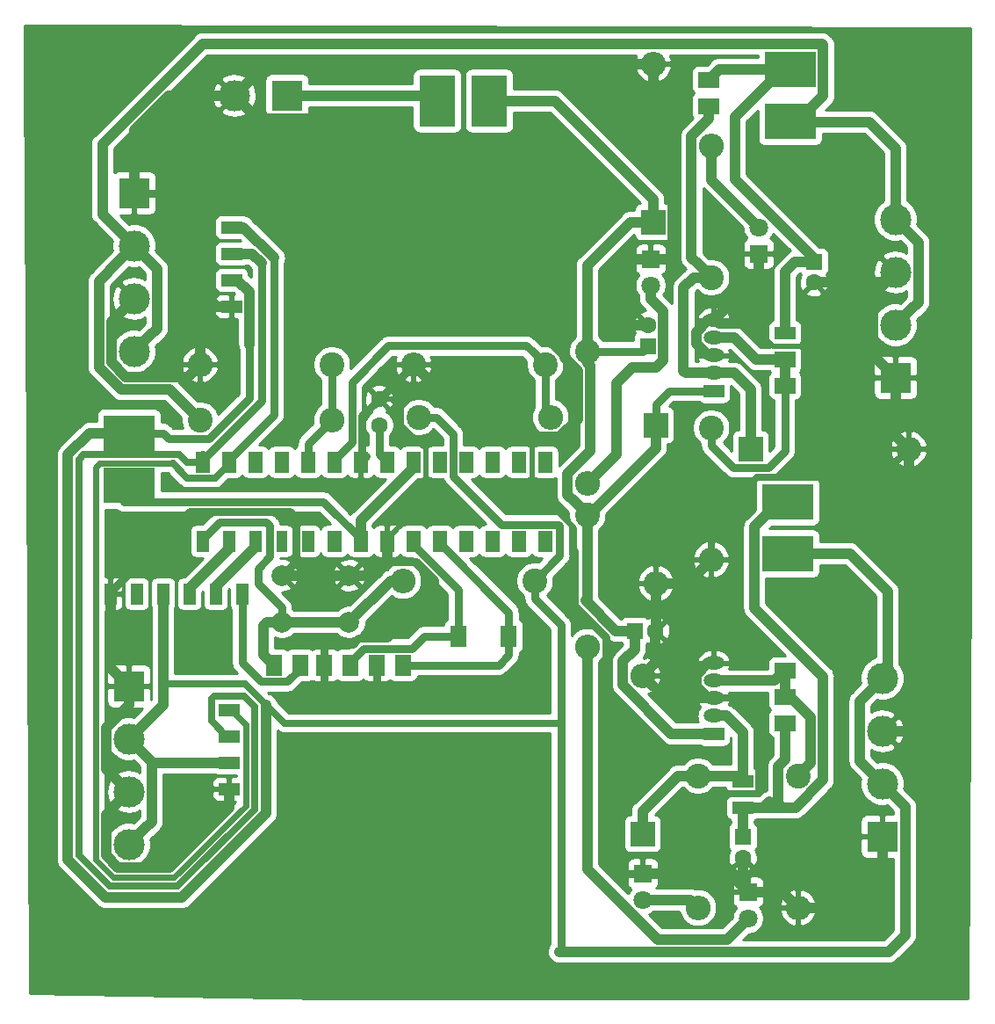
<source format=gbr>
G04 #@! TF.GenerationSoftware,KiCad,Pcbnew,(5.1.2)-2*
G04 #@! TF.CreationDate,2020-01-26T17:34:48+07:00*
G04 #@! TF.ProjectId,power_electronic,706f7765-725f-4656-9c65-6374726f6e69,rev?*
G04 #@! TF.SameCoordinates,Original*
G04 #@! TF.FileFunction,Copper,L2,Bot*
G04 #@! TF.FilePolarity,Positive*
%FSLAX46Y46*%
G04 Gerber Fmt 4.6, Leading zero omitted, Abs format (unit mm)*
G04 Created by KiCad (PCBNEW (5.1.2)-2) date 2020-01-26 17:34:48*
%MOMM*%
%LPD*%
G04 APERTURE LIST*
%ADD10R,5.000000X3.500000*%
%ADD11R,1.600000X1.600000*%
%ADD12C,1.600000*%
%ADD13R,1.600000X2.000000*%
%ADD14R,2.400000X2.400000*%
%ADD15O,2.400000X2.400000*%
%ADD16C,1.800000*%
%ADD17R,1.800000X1.800000*%
%ADD18R,3.000000X3.000000*%
%ADD19C,3.000000*%
%ADD20R,2.000000X1.200000*%
%ADD21R,1.200000X2.000000*%
%ADD22R,2.000000X1.300000*%
%ADD23R,2.000000X1.600000*%
%ADD24C,2.400000*%
%ADD25R,3.500000X5.000000*%
%ADD26R,2.000000X1.275000*%
%ADD27O,2.000000X1.275000*%
%ADD28R,1.400000X2.000000*%
%ADD29R,1.000000X2.000000*%
%ADD30C,2.000000*%
%ADD31C,0.800000*%
%ADD32C,1.000000*%
%ADD33C,0.500000*%
%ADD34C,0.700000*%
%ADD35C,0.600000*%
%ADD36C,0.254000*%
G04 APERTURE END LIST*
D10*
X92710000Y-86614000D03*
X92710000Y-91614000D03*
D11*
X141478000Y-105664000D03*
D12*
X143478000Y-105664000D03*
X142748000Y-76232000D03*
D11*
X142748000Y-78232000D03*
D12*
X151892000Y-127508000D03*
D11*
X151892000Y-125508000D03*
X158750000Y-70104000D03*
D12*
X158750000Y-72104000D03*
D13*
X109220000Y-108966000D03*
X106720000Y-108966000D03*
D12*
X116840000Y-83352000D03*
X116840000Y-85852000D03*
D13*
X111546000Y-108966000D03*
X114046000Y-108966000D03*
X119126000Y-108966000D03*
X116626000Y-108966000D03*
D14*
X143510000Y-85852000D03*
D15*
X143510000Y-101092000D03*
X143256000Y-51054000D03*
D14*
X143256000Y-66294000D03*
D16*
X152400000Y-133350000D03*
D17*
X152400000Y-130810000D03*
D16*
X143002000Y-72390000D03*
D17*
X143002000Y-69850000D03*
X142240000Y-129032000D03*
D16*
X142240000Y-131572000D03*
D17*
X153416000Y-69342000D03*
D16*
X153416000Y-66802000D03*
D18*
X107950000Y-54102000D03*
D19*
X102870000Y-54102000D03*
X166624000Y-76200000D03*
X166624000Y-71120000D03*
D18*
X166624000Y-81280000D03*
D19*
X166624000Y-66040000D03*
X93218000Y-78740000D03*
D18*
X93218000Y-63500000D03*
D19*
X93218000Y-73660000D03*
X93218000Y-68580000D03*
X92710000Y-116078000D03*
X92710000Y-121158000D03*
D18*
X92710000Y-110998000D03*
D19*
X92710000Y-126238000D03*
X165354000Y-110236000D03*
D18*
X165354000Y-125476000D03*
D19*
X165354000Y-115316000D03*
X165354000Y-120396000D03*
D20*
X102362000Y-113284000D03*
X102362000Y-115824000D03*
X102362000Y-118364000D03*
X102362000Y-120904000D03*
D21*
X90932000Y-102108000D03*
X93472000Y-102108000D03*
X96012000Y-102108000D03*
X98552000Y-102108000D03*
X101092000Y-102108000D03*
X103632000Y-102108000D03*
D20*
X102616000Y-74422000D03*
X102616000Y-71882000D03*
X102616000Y-69342000D03*
X102616000Y-66802000D03*
D22*
X151892000Y-122682000D03*
X151892000Y-120142000D03*
D23*
X148590000Y-55118000D03*
X148590000Y-52578000D03*
D24*
X136906000Y-94488000D03*
D15*
X136906000Y-107188000D03*
X136906000Y-91440000D03*
D24*
X136906000Y-78740000D03*
X157226000Y-119634000D03*
D15*
X157226000Y-132334000D03*
X148844000Y-98806000D03*
D24*
X148844000Y-86106000D03*
X147574000Y-119634000D03*
D15*
X147574000Y-132334000D03*
X148844000Y-58928000D03*
D24*
X148844000Y-71628000D03*
D15*
X119126000Y-100838000D03*
D24*
X131826000Y-100838000D03*
D15*
X133350000Y-85090000D03*
D24*
X120650000Y-85090000D03*
X132842000Y-80010000D03*
D15*
X120142000Y-80010000D03*
D24*
X99568000Y-85344000D03*
D15*
X112268000Y-85344000D03*
D24*
X112268000Y-80010000D03*
D15*
X99568000Y-80010000D03*
D23*
X155956000Y-114554000D03*
X155956000Y-112014000D03*
X155956000Y-109474000D03*
X155956000Y-82042000D03*
X155956000Y-79502000D03*
D22*
X155956000Y-76962000D03*
D25*
X127428000Y-54610000D03*
X122428000Y-54610000D03*
D10*
X156464000Y-51562000D03*
X156464000Y-56562000D03*
X156210000Y-93218000D03*
X156210000Y-98218000D03*
D26*
X149098000Y-115570000D03*
D27*
X149098000Y-113870000D03*
X149098000Y-112170000D03*
X149098000Y-110470000D03*
X149098000Y-108770000D03*
X149098000Y-75750000D03*
X149098000Y-77450000D03*
X149098000Y-79150000D03*
X149098000Y-80850000D03*
D26*
X149098000Y-82550000D03*
D21*
X99822000Y-97028000D03*
D28*
X132842000Y-89408000D03*
D21*
X102362000Y-97028000D03*
D28*
X130302000Y-89408000D03*
D21*
X104902000Y-97028000D03*
D28*
X127762000Y-89408000D03*
D29*
X107442000Y-97028000D03*
D28*
X125222000Y-89408000D03*
D21*
X109982000Y-97028000D03*
D28*
X122682000Y-89408000D03*
X112522000Y-97028000D03*
X120142000Y-89408000D03*
X115062000Y-97028000D03*
X117602000Y-89408000D03*
X117602000Y-97028000D03*
X115062000Y-89408000D03*
X120142000Y-97028000D03*
X112522000Y-89408000D03*
X122682000Y-97028000D03*
X109982000Y-89408000D03*
X125222000Y-97028000D03*
X107442000Y-89408000D03*
X127762000Y-97028000D03*
X104902000Y-89408000D03*
X130302000Y-97028000D03*
X102362000Y-89408000D03*
X132842000Y-97028000D03*
X99822000Y-89408000D03*
D13*
X124460000Y-106172000D03*
X129340000Y-106172000D03*
D30*
X107442000Y-104830000D03*
X107442000Y-100330000D03*
X113942000Y-104830000D03*
X113942000Y-100330000D03*
D15*
X142240000Y-109982000D03*
D14*
X142240000Y-125222000D03*
X152654000Y-88138000D03*
D15*
X167894000Y-88138000D03*
D31*
X142240000Y-78740000D02*
X142748000Y-78232000D01*
X136906000Y-78740000D02*
X142240000Y-78740000D01*
X142748000Y-85090000D02*
X143510000Y-85852000D01*
X143510000Y-83852000D02*
X143510000Y-85852000D01*
X144812000Y-82550000D02*
X143510000Y-83852000D01*
X149098000Y-82550000D02*
X144812000Y-82550000D01*
D32*
X143256000Y-64094000D02*
X143256000Y-66294000D01*
X133772000Y-54610000D02*
X143256000Y-64094000D01*
X127428000Y-54610000D02*
X133772000Y-54610000D01*
X136906000Y-77042944D02*
X136906000Y-78740000D01*
X136906000Y-70444000D02*
X136906000Y-77042944D01*
X141056000Y-66294000D02*
X136906000Y-70444000D01*
X143256000Y-66294000D02*
X141056000Y-66294000D01*
X137074000Y-94488000D02*
X136906000Y-94488000D01*
X143510000Y-88052000D02*
X137074000Y-94488000D01*
X143510000Y-85852000D02*
X143510000Y-88052000D01*
X141478000Y-107464000D02*
X141478000Y-105664000D01*
X140339999Y-108602001D02*
X141478000Y-107464000D01*
X140339999Y-110894001D02*
X140339999Y-108602001D01*
X145015998Y-115570000D02*
X140339999Y-110894001D01*
X149098000Y-115570000D02*
X145015998Y-115570000D01*
X135706001Y-93288001D02*
X136906000Y-94488000D01*
X135005999Y-92587999D02*
X135706001Y-93288001D01*
X135005999Y-90527999D02*
X135005999Y-92587999D01*
X137194009Y-88339989D02*
X135005999Y-90527999D01*
X137194009Y-80142941D02*
X137194009Y-88339989D01*
X136906000Y-79854932D02*
X137194009Y-80142941D01*
X136906000Y-78740000D02*
X136906000Y-79854932D01*
X139678000Y-105664000D02*
X141478000Y-105664000D01*
X136752001Y-102738001D02*
X139678000Y-105664000D01*
X136906000Y-94488000D02*
X136906000Y-102584002D01*
X136906000Y-102584002D02*
X136752001Y-102738001D01*
X102870000Y-54102000D02*
X96520000Y-54102000D01*
X93218000Y-57404000D02*
X93218000Y-63500000D01*
X96520000Y-54102000D02*
X93218000Y-57404000D01*
X98368001Y-81209999D02*
X99568000Y-80010000D01*
X92431997Y-81209999D02*
X98368001Y-81209999D01*
X91017999Y-79796001D02*
X92431997Y-81209999D01*
X91017999Y-75860001D02*
X91017999Y-79796001D01*
X93218000Y-73660000D02*
X91017999Y-75860001D01*
X99568000Y-75470000D02*
X99568000Y-80010000D01*
X100616000Y-74422000D02*
X99568000Y-75470000D01*
X91210001Y-119658001D02*
X92710000Y-121158000D01*
X90509999Y-118957999D02*
X91210001Y-119658001D01*
X90509999Y-115021999D02*
X90509999Y-118957999D01*
X92710000Y-112821998D02*
X90509999Y-115021999D01*
X92710000Y-110998000D02*
X92710000Y-112821998D01*
X91210001Y-122657999D02*
X92710000Y-121158000D01*
X90509999Y-127294001D02*
X90509999Y-123358001D01*
X91653999Y-128438001D02*
X90509999Y-127294001D01*
X96627999Y-128438001D02*
X91653999Y-128438001D01*
X102362000Y-122704000D02*
X96627999Y-128438001D01*
X90509999Y-123358001D02*
X91210001Y-122657999D01*
X102362000Y-120904000D02*
X102362000Y-122704000D01*
X90932000Y-109220000D02*
X92710000Y-110998000D01*
X90932000Y-102108000D02*
X90932000Y-109220000D01*
X116300000Y-100330000D02*
X113942000Y-100330000D01*
X117602000Y-99028000D02*
X116300000Y-100330000D01*
X117602000Y-97028000D02*
X117602000Y-99028000D01*
X107442000Y-100330000D02*
X113942000Y-100330000D01*
D31*
X111546000Y-109166000D02*
X111506000Y-109206000D01*
X111546000Y-108966000D02*
X111546000Y-109166000D01*
X111506000Y-109206000D02*
X111506000Y-110998000D01*
X111506000Y-110998000D02*
X112014000Y-111506000D01*
X112014000Y-111506000D02*
X116332000Y-111506000D01*
X116626000Y-111212000D02*
X116626000Y-108966000D01*
X116332000Y-111506000D02*
X116626000Y-111212000D01*
X90932000Y-102108000D02*
X90932000Y-101908000D01*
X90932000Y-101908000D02*
X98612010Y-94227990D01*
X108441999Y-99330001D02*
X107442000Y-100330000D01*
X108781999Y-98990001D02*
X108441999Y-99330001D01*
X108781999Y-94811999D02*
X108781999Y-98990001D01*
X108197990Y-94227990D02*
X108781999Y-94811999D01*
X111546000Y-107166000D02*
X111546000Y-108966000D01*
X111778000Y-106934000D02*
X111546000Y-107166000D01*
X114300000Y-106934000D02*
X111778000Y-106934000D01*
X114868011Y-106365989D02*
X114300000Y-106934000D01*
X117662011Y-106365989D02*
X114868011Y-106365989D01*
X117602000Y-97028000D02*
X117602000Y-98828000D01*
X117602000Y-98828000D02*
X117811999Y-99037999D01*
X117811999Y-99037999D02*
X120397771Y-99037999D01*
X120397771Y-99037999D02*
X122174000Y-100814228D01*
X122174000Y-100814228D02*
X122174000Y-101854000D01*
X122174000Y-101854000D02*
X117662011Y-106365989D01*
X115316000Y-89154000D02*
X115062000Y-89408000D01*
X115610000Y-88860000D02*
X115062000Y-89408000D01*
D32*
X144902000Y-69850000D02*
X143002000Y-69850000D01*
X145156001Y-69595999D02*
X144902000Y-69850000D01*
X145156001Y-54651057D02*
X145156001Y-69595999D01*
X143256000Y-52751056D02*
X145156001Y-54651057D01*
X143256000Y-51054000D02*
X143256000Y-52751056D01*
X140748000Y-76232000D02*
X142748000Y-76232000D01*
X139446000Y-74930000D02*
X140748000Y-76232000D01*
X139446000Y-71506000D02*
X139446000Y-74930000D01*
X143002000Y-69850000D02*
X141102000Y-69850000D01*
X141102000Y-69850000D02*
X139446000Y-71506000D01*
X165640000Y-72104000D02*
X166624000Y-71120000D01*
X158750000Y-72104000D02*
X165640000Y-72104000D01*
X164423999Y-79079999D02*
X166624000Y-81280000D01*
X164423999Y-73320001D02*
X164423999Y-79079999D01*
X166624000Y-71120000D02*
X164423999Y-73320001D01*
X153416000Y-71432000D02*
X149098000Y-75750000D01*
X153416000Y-69342000D02*
X153416000Y-71432000D01*
X148543976Y-75750000D02*
X149098000Y-75750000D01*
X147397990Y-76895986D02*
X148543976Y-75750000D01*
X147397990Y-78004014D02*
X147397990Y-76895986D01*
X148543976Y-79150000D02*
X147397990Y-78004014D01*
X149098000Y-79150000D02*
X148543976Y-79150000D01*
X166624000Y-86868000D02*
X167894000Y-88138000D01*
X166624000Y-81280000D02*
X166624000Y-86868000D01*
D33*
X164624000Y-81280000D02*
X166624000Y-81280000D01*
X161595999Y-78251999D02*
X164624000Y-81280000D01*
X154785997Y-78251999D02*
X161595999Y-78251999D01*
X152896488Y-76362490D02*
X154785997Y-78251999D01*
X149514490Y-76362490D02*
X152896488Y-76362490D01*
X149098000Y-75946000D02*
X149514490Y-76362490D01*
X149098000Y-75750000D02*
X149098000Y-75946000D01*
D32*
X157226000Y-132334000D02*
X163830000Y-132334000D01*
X165354000Y-130810000D02*
X165354000Y-125476000D01*
X163830000Y-132334000D02*
X165354000Y-130810000D01*
X155702000Y-130810000D02*
X157226000Y-132334000D01*
X152400000Y-130810000D02*
X155702000Y-130810000D01*
X151892000Y-130302000D02*
X152400000Y-130810000D01*
X151892000Y-127508000D02*
X151892000Y-130302000D01*
X150622000Y-129032000D02*
X152400000Y-130810000D01*
X148543976Y-112170000D02*
X149098000Y-112170000D01*
X147397990Y-111024014D02*
X148543976Y-112170000D01*
X147397990Y-109915986D02*
X147397990Y-111024014D01*
X148543976Y-108770000D02*
X147397990Y-109915986D01*
X149098000Y-108770000D02*
X148543976Y-108770000D01*
X144428000Y-112170000D02*
X149098000Y-112170000D01*
X142240000Y-109982000D02*
X144428000Y-112170000D01*
X143478000Y-108744000D02*
X142240000Y-109982000D01*
X143478000Y-105664000D02*
X143478000Y-108744000D01*
X143510000Y-105632000D02*
X143478000Y-105664000D01*
X143510000Y-101092000D02*
X143510000Y-105632000D01*
X146558000Y-101092000D02*
X148844000Y-98806000D01*
X143510000Y-101092000D02*
X146558000Y-101092000D01*
X104369999Y-55601999D02*
X102870000Y-54102000D01*
X105070001Y-56302001D02*
X104369999Y-55601999D01*
X111946003Y-56302001D02*
X105070001Y-56302001D01*
X134742001Y-79097999D02*
X111946003Y-56302001D01*
X135993999Y-80640001D02*
X134742001Y-79388003D01*
X135993999Y-85258003D02*
X135993999Y-80640001D01*
X134742001Y-79388003D02*
X134742001Y-79097999D01*
X134262001Y-86990001D02*
X135993999Y-85258003D01*
X120142000Y-80010000D02*
X127122001Y-86990001D01*
X105918000Y-51054000D02*
X102870000Y-54102000D01*
X143256000Y-51054000D02*
X105918000Y-51054000D01*
D31*
X98612010Y-94227990D02*
X108197990Y-94227990D01*
X96518011Y-69594011D02*
X101346000Y-74422000D01*
X96518011Y-64500011D02*
X96518011Y-69594011D01*
X95518000Y-63500000D02*
X96518011Y-64500011D01*
X93218000Y-63500000D02*
X95518000Y-63500000D01*
D32*
X102616000Y-74422000D02*
X101346000Y-74422000D01*
X101346000Y-74422000D02*
X100616000Y-74422000D01*
D31*
X135651992Y-103269990D02*
X135651992Y-98028008D01*
X138706001Y-106323999D02*
X135651992Y-103269990D01*
X138706001Y-127198001D02*
X138706001Y-106323999D01*
X142240000Y-129032000D02*
X140540000Y-129032000D01*
X140540000Y-129032000D02*
X138706001Y-127198001D01*
D33*
X131591999Y-87132001D02*
X131449999Y-86990001D01*
X131591999Y-91695902D02*
X131591999Y-87132001D01*
X135651992Y-95755895D02*
X131591999Y-91695902D01*
X135651992Y-98028008D02*
X135651992Y-95755895D01*
D32*
X127122001Y-86990001D02*
X131449999Y-86990001D01*
X131449999Y-86990001D02*
X134262001Y-86990001D01*
D31*
X115210009Y-89259991D02*
X115062000Y-89408000D01*
X115210009Y-84981991D02*
X115210009Y-89259991D01*
X116840000Y-83352000D02*
X115210009Y-84981991D01*
X120142000Y-80050000D02*
X116840000Y-83352000D01*
X120142000Y-80010000D02*
X120142000Y-80050000D01*
D33*
X121392001Y-93037999D02*
X117602000Y-96828000D01*
X117602000Y-96828000D02*
X117602000Y-97028000D01*
X121231999Y-87957999D02*
X121392001Y-88118001D01*
X121075997Y-87957999D02*
X121231999Y-87957999D01*
X118999999Y-85882001D02*
X121075997Y-87957999D01*
X118999999Y-84297999D02*
X118999999Y-85882001D01*
X121392001Y-88118001D02*
X121392001Y-93037999D01*
X118054000Y-83352000D02*
X118999999Y-84297999D01*
X116840000Y-83352000D02*
X118054000Y-83352000D01*
D34*
X148844000Y-97108944D02*
X148844000Y-98806000D01*
X148844000Y-95343998D02*
X148844000Y-97108944D01*
X153299987Y-90888011D02*
X148844000Y-95343998D01*
X165143989Y-90888011D02*
X153299987Y-90888011D01*
X167894000Y-88138000D02*
X165143989Y-90888011D01*
D32*
X167894000Y-89835056D02*
X167894000Y-88138000D01*
X167894000Y-114897320D02*
X167894000Y-89835056D01*
X167475320Y-115316000D02*
X167894000Y-114897320D01*
X165354000Y-115316000D02*
X167475320Y-115316000D01*
D34*
X150798000Y-112170000D02*
X149098000Y-112170000D01*
X153442001Y-114814001D02*
X150798000Y-112170000D01*
X153442001Y-121232001D02*
X153442001Y-114814001D01*
X150591997Y-121342001D02*
X153332001Y-121342001D01*
X149098000Y-129032000D02*
X149098000Y-122835998D01*
X149098000Y-122835998D02*
X150591997Y-121342001D01*
D32*
X142240000Y-129032000D02*
X149098000Y-129032000D01*
D34*
X153332001Y-121342001D02*
X153442001Y-121232001D01*
D32*
X149098000Y-129032000D02*
X150622000Y-129032000D01*
X151892000Y-122682000D02*
X151892000Y-125508000D01*
X154432000Y-122142000D02*
X153892000Y-122682000D01*
X159626009Y-120045993D02*
X156990002Y-122682000D01*
X159626009Y-110084007D02*
X159626009Y-120045993D01*
X153892000Y-122682000D02*
X151892000Y-122682000D01*
X153009999Y-103467997D02*
X159626009Y-110084007D01*
X153009999Y-95668001D02*
X153009999Y-103467997D01*
X155460000Y-93218000D02*
X153009999Y-95668001D01*
X156210000Y-93218000D02*
X155460000Y-93218000D01*
X155325999Y-122305999D02*
X155702000Y-122682000D01*
X155325999Y-118721999D02*
X155325999Y-122305999D01*
X155956000Y-118091998D02*
X155325999Y-118721999D01*
X155956000Y-114554000D02*
X155956000Y-118091998D01*
X156990002Y-122682000D02*
X155702000Y-122682000D01*
X155702000Y-122682000D02*
X153892000Y-122682000D01*
X149606000Y-51562000D02*
X148590000Y-52578000D01*
X156464000Y-51562000D02*
X149606000Y-51562000D01*
X158750000Y-69767998D02*
X151130000Y-62147998D01*
X158750000Y-70104000D02*
X158750000Y-69767998D01*
X155714000Y-51562000D02*
X156464000Y-51562000D01*
X151130000Y-56146000D02*
X155714000Y-51562000D01*
X151130000Y-62147998D02*
X151130000Y-56146000D01*
X155956000Y-75162000D02*
X155956000Y-76962000D01*
X155956000Y-71098000D02*
X155956000Y-75162000D01*
X156950000Y-70104000D02*
X155956000Y-71098000D01*
X158750000Y-70104000D02*
X156950000Y-70104000D01*
D31*
X103632000Y-103908000D02*
X103632000Y-102108000D01*
X103632000Y-108758002D02*
X103632000Y-103908000D01*
X105439999Y-110566001D02*
X103632000Y-108758002D01*
X108000001Y-110566001D02*
X105439999Y-110566001D01*
X109220000Y-109346002D02*
X108000001Y-110566001D01*
X109220000Y-108966000D02*
X109220000Y-109346002D01*
D32*
X117934000Y-100838000D02*
X113942000Y-104830000D01*
X119126000Y-100838000D02*
X117934000Y-100838000D01*
X107442000Y-104830000D02*
X113942000Y-104830000D01*
X106027787Y-104830000D02*
X105664000Y-105193787D01*
X107442000Y-104830000D02*
X106027787Y-104830000D01*
X105664000Y-105193787D02*
X105664000Y-107950000D01*
X106680000Y-108966000D02*
X106720000Y-108966000D01*
X105664000Y-107950000D02*
X106680000Y-108966000D01*
D31*
X99822000Y-96828000D02*
X99822000Y-97028000D01*
X101422000Y-95228000D02*
X99822000Y-96828000D01*
X105982002Y-95228000D02*
X101422000Y-95228000D01*
X106302001Y-98508001D02*
X106302001Y-95547999D01*
X106302001Y-95547999D02*
X105982002Y-95228000D01*
X105156000Y-99654002D02*
X106302001Y-98508001D01*
X105156000Y-101129787D02*
X105156000Y-99654002D01*
X107442000Y-103415787D02*
X105156000Y-101129787D01*
X107442000Y-104830000D02*
X107442000Y-103415787D01*
X117816000Y-89194000D02*
X117602000Y-89408000D01*
X116840000Y-88646000D02*
X117602000Y-89408000D01*
X116840000Y-85852000D02*
X116840000Y-88646000D01*
X124460000Y-104372000D02*
X124460000Y-106172000D01*
X124460000Y-101686002D02*
X124460000Y-104372000D01*
X120142000Y-97028000D02*
X120142000Y-97368002D01*
X120142000Y-97368002D02*
X124460000Y-101686002D01*
X114046000Y-108665998D02*
X114046000Y-108966000D01*
X115345999Y-107365999D02*
X114046000Y-108665998D01*
X119964001Y-107365999D02*
X115345999Y-107365999D01*
X121158000Y-106172000D02*
X119964001Y-107365999D01*
X124460000Y-106172000D02*
X121158000Y-106172000D01*
X129340000Y-107972000D02*
X129340000Y-106172000D01*
X128346000Y-108966000D02*
X129340000Y-107972000D01*
X119126000Y-108966000D02*
X128346000Y-108966000D01*
X129340000Y-103886000D02*
X129340000Y-106172000D01*
X122682000Y-97028000D02*
X122682000Y-97228000D01*
X122682000Y-97228000D02*
X129340000Y-103886000D01*
D32*
X136906000Y-108885056D02*
X136906000Y-107188000D01*
X136906000Y-128606002D02*
X136906000Y-108885056D01*
X143681998Y-135382000D02*
X136906000Y-128606002D01*
X150368000Y-135382000D02*
X143681998Y-135382000D01*
X152400000Y-133350000D02*
X150368000Y-135382000D01*
X144248001Y-79592001D02*
X143576002Y-80264000D01*
X144248001Y-74908793D02*
X144248001Y-79592001D01*
X143002000Y-72390000D02*
X143002000Y-73662792D01*
X143002000Y-73662792D02*
X144248001Y-74908793D01*
X143576002Y-80264000D02*
X141224000Y-80264000D01*
X141224000Y-80264000D02*
X139700000Y-81788000D01*
X139700000Y-88646000D02*
X136906000Y-91440000D01*
X139700000Y-81788000D02*
X139700000Y-88646000D01*
X151384000Y-119634000D02*
X151892000Y-120142000D01*
X147574000Y-119634000D02*
X151384000Y-119634000D01*
X145628000Y-119634000D02*
X147574000Y-119634000D01*
X142240000Y-125222000D02*
X142240000Y-123022000D01*
X142240000Y-123022000D02*
X145628000Y-119634000D01*
X151892000Y-118342000D02*
X151892000Y-120142000D01*
X151892000Y-115466498D02*
X151892000Y-118342000D01*
X150295502Y-113870000D02*
X151892000Y-115466498D01*
X149098000Y-113870000D02*
X150295502Y-113870000D01*
X147644001Y-70428001D02*
X148844000Y-71628000D01*
X146943999Y-69727999D02*
X147644001Y-70428001D01*
X146943999Y-58015999D02*
X146943999Y-69727999D01*
X148590000Y-56369998D02*
X146943999Y-58015999D01*
X148590000Y-55118000D02*
X148590000Y-56369998D01*
X152654000Y-85938000D02*
X152654000Y-88138000D01*
X152654000Y-82406000D02*
X152654000Y-85938000D01*
X151098000Y-80850000D02*
X152654000Y-82406000D01*
X149098000Y-80850000D02*
X151098000Y-80850000D01*
X147098000Y-80850000D02*
X149098000Y-80850000D01*
X146382000Y-80850000D02*
X147098000Y-80850000D01*
X146197980Y-80665980D02*
X146382000Y-80850000D01*
X146197980Y-72576964D02*
X146197980Y-80665980D01*
X147146944Y-71628000D02*
X146197980Y-72576964D01*
X148844000Y-71628000D02*
X147146944Y-71628000D01*
X146812000Y-131572000D02*
X147574000Y-132334000D01*
X142240000Y-131572000D02*
X146812000Y-131572000D01*
X148844000Y-62230000D02*
X153416000Y-66802000D01*
X148844000Y-58928000D02*
X148844000Y-62230000D01*
X121920000Y-54102000D02*
X122428000Y-54610000D01*
X107950000Y-54102000D02*
X121920000Y-54102000D01*
X94717999Y-77240001D02*
X93218000Y-78740000D01*
X95418001Y-76539999D02*
X94717999Y-77240001D01*
X95418001Y-70780001D02*
X95418001Y-76539999D01*
X93218000Y-68580000D02*
X95418001Y-70780001D01*
X157214000Y-56562000D02*
X157294000Y-56642000D01*
X156464000Y-56562000D02*
X157214000Y-56562000D01*
X157294000Y-56642000D02*
X164084000Y-56642000D01*
X164084000Y-56642000D02*
X166624000Y-59182000D01*
X166624000Y-59182000D02*
X166624000Y-66040000D01*
X168123999Y-74700001D02*
X166624000Y-76200000D01*
X168824001Y-73999999D02*
X168123999Y-74700001D01*
X168824001Y-68240001D02*
X168824001Y-73999999D01*
X166624000Y-66040000D02*
X168824001Y-68240001D01*
X90170000Y-65532000D02*
X93218000Y-68580000D01*
X159664001Y-54111999D02*
X159664001Y-49251999D01*
X157214000Y-56562000D02*
X159664001Y-54111999D01*
X159664001Y-49251999D02*
X159524001Y-49111999D01*
X159524001Y-49111999D02*
X99812931Y-49111999D01*
X99812931Y-49111999D02*
X90170000Y-58754930D01*
X90170000Y-58754930D02*
X90170000Y-65532000D01*
X91718001Y-70079999D02*
X93218000Y-68580000D01*
X89817989Y-71980011D02*
X91718001Y-70079999D01*
X89817989Y-80293061D02*
X89817989Y-71980011D01*
X91934936Y-82410008D02*
X89817989Y-80293061D01*
X96634009Y-82410009D02*
X91934936Y-82410008D01*
X99568000Y-85344000D02*
X96634009Y-82410009D01*
X102616000Y-71882000D02*
X103136002Y-71882000D01*
X103136002Y-71882000D02*
X104316001Y-73061999D01*
X104316001Y-73061999D02*
X104316001Y-78074001D01*
X94209999Y-124738001D02*
X92710000Y-126238000D01*
X94910001Y-124037999D02*
X94209999Y-124738001D01*
X94910001Y-118278001D02*
X94910001Y-124037999D01*
X92710000Y-116078000D02*
X94910001Y-118278001D01*
X94996000Y-118364000D02*
X92710000Y-116078000D01*
X96012000Y-112776000D02*
X92710000Y-116078000D01*
X156210000Y-98218000D02*
X162226000Y-98218000D01*
X162226000Y-98218000D02*
X165862000Y-101854000D01*
X165862000Y-101854000D02*
X165862000Y-110236000D01*
X99060000Y-118364000D02*
X94996000Y-118364000D01*
X102362000Y-118364000D02*
X99060000Y-118364000D01*
D31*
X134122001Y-95427999D02*
X134242001Y-95547999D01*
X128632000Y-95427999D02*
X134122001Y-95427999D01*
X123971999Y-90767998D02*
X128632000Y-95427999D01*
X123971999Y-86714943D02*
X123971999Y-90767998D01*
X120650000Y-85090000D02*
X122347056Y-85090000D01*
X122347056Y-85090000D02*
X123971999Y-86714943D01*
X134242001Y-98421999D02*
X131826000Y-100838000D01*
X134242001Y-95547999D02*
X134242001Y-98421999D01*
X131826000Y-102535056D02*
X134366000Y-105075056D01*
X131826000Y-100838000D02*
X131826000Y-102535056D01*
X134366000Y-136398000D02*
X134181990Y-136582010D01*
X96010000Y-86614000D02*
X92710000Y-86614000D01*
X96540001Y-87144001D02*
X96010000Y-86614000D01*
X100432001Y-87144001D02*
X96540001Y-87144001D01*
X104316001Y-83260001D02*
X100432001Y-87144001D01*
X104316001Y-78074001D02*
X104316001Y-83260001D01*
D32*
X167554001Y-122596001D02*
X167554001Y-134959999D01*
X165354000Y-120396000D02*
X167554001Y-122596001D01*
X167554001Y-134959999D02*
X165931990Y-136582010D01*
X165931990Y-136582010D02*
X134181990Y-136582010D01*
X96012000Y-102108000D02*
X96012000Y-105410000D01*
X163854001Y-118896001D02*
X165354000Y-120396000D01*
X163153999Y-118195999D02*
X163854001Y-118896001D01*
X163153999Y-112436001D02*
X163153999Y-118195999D01*
X165354000Y-110236000D02*
X163153999Y-112436001D01*
D34*
X103884808Y-110744000D02*
X96012000Y-110744000D01*
X134366000Y-114554000D02*
X107694808Y-114554000D01*
D31*
X134366000Y-105075056D02*
X134366000Y-114554000D01*
X134366000Y-114554000D02*
X134366000Y-136398000D01*
D32*
X96012000Y-105410000D02*
X96012000Y-110744000D01*
X96012000Y-110744000D02*
X96012000Y-112776000D01*
X105917404Y-123249855D02*
X105917404Y-112776596D01*
X90452769Y-131338031D02*
X97829229Y-131338030D01*
X86833991Y-127719253D02*
X90452769Y-131338031D01*
X86833990Y-88719072D02*
X86833991Y-127719253D01*
X88939062Y-86614000D02*
X86833990Y-88719072D01*
X92710000Y-86614000D02*
X88939062Y-86614000D01*
X97829229Y-131338030D02*
X105917404Y-123249855D01*
D34*
X105917404Y-112776596D02*
X103884808Y-110744000D01*
X107694808Y-114554000D02*
X105917404Y-112776596D01*
D32*
X102616000Y-66802000D02*
X103773070Y-66802000D01*
X103773070Y-66802000D02*
X106716021Y-69744951D01*
D31*
X102362000Y-89208000D02*
X102362000Y-89408000D01*
X106716021Y-84853979D02*
X102362000Y-89208000D01*
X106716021Y-69744951D02*
X106716021Y-84853979D01*
X102362000Y-89408000D02*
X102362000Y-89608000D01*
D34*
X98324001Y-90958001D02*
X96930011Y-89564011D01*
X102362000Y-89608000D02*
X101011999Y-90958001D01*
X101011999Y-90958001D02*
X98324001Y-90958001D01*
D35*
X103962000Y-114684000D02*
X102562000Y-113284000D01*
X103962000Y-122518227D02*
X103962000Y-114684000D01*
X97042216Y-129438011D02*
X103962000Y-122518227D01*
X102562000Y-113284000D02*
X102362000Y-113284000D01*
X91239782Y-129438011D02*
X97042216Y-129438011D01*
X89509989Y-89914009D02*
X89509989Y-127708218D01*
X89859987Y-89564011D02*
X89509989Y-89914009D01*
X89509989Y-127708218D02*
X91239782Y-129438011D01*
X96930011Y-89564011D02*
X89859987Y-89564011D01*
D32*
X99822000Y-88887998D02*
X99822000Y-89408000D01*
X104616000Y-69342000D02*
X105516011Y-70242011D01*
X102616000Y-69342000D02*
X104616000Y-69342000D01*
D31*
X99822000Y-89208000D02*
X99822000Y-89408000D01*
X105516011Y-83513989D02*
X99822000Y-89208000D01*
X105516011Y-70242011D02*
X105516011Y-83513989D01*
D34*
X102162000Y-115824000D02*
X102362000Y-115824000D01*
X100662000Y-114324000D02*
X102162000Y-115824000D01*
X100662000Y-112193998D02*
X100662000Y-114324000D01*
X104812010Y-122870311D02*
X104812010Y-112944008D01*
X97394300Y-130288021D02*
X104812010Y-122870311D01*
X100921999Y-111933999D02*
X100662000Y-112193998D01*
X90887697Y-130288021D02*
X97394300Y-130288021D01*
X103802001Y-111933999D02*
X100921999Y-111933999D01*
X87884000Y-127284324D02*
X90887697Y-130288021D01*
X104812010Y-112944008D02*
X103802001Y-111933999D01*
X87884000Y-89154000D02*
X87884000Y-127284324D01*
X98322000Y-89408000D02*
X97578001Y-88664001D01*
X88373999Y-88664001D02*
X87884000Y-89154000D01*
X97578001Y-88664001D02*
X88373999Y-88664001D01*
X99822000Y-89408000D02*
X98322000Y-89408000D01*
D32*
X98552000Y-101587998D02*
X98552000Y-102108000D01*
X102362000Y-97777998D02*
X98552000Y-101587998D01*
X102362000Y-97028000D02*
X102362000Y-97777998D01*
X101092000Y-101358002D02*
X101092000Y-102108000D01*
X104902000Y-97548002D02*
X101092000Y-101358002D01*
X104902000Y-97028000D02*
X104902000Y-97548002D01*
X158425999Y-118434001D02*
X157226000Y-119634000D01*
X158425999Y-113963997D02*
X158425999Y-118434001D01*
X156476002Y-112014000D02*
X158425999Y-113963997D01*
X155956000Y-112014000D02*
X156476002Y-112014000D01*
X155956000Y-109474000D02*
X155956000Y-112014000D01*
X154960000Y-110470000D02*
X155956000Y-109474000D01*
X149098000Y-110470000D02*
X154960000Y-110470000D01*
X155956000Y-79502000D02*
X155956000Y-82042000D01*
X153956000Y-79502000D02*
X155956000Y-79502000D01*
X153150000Y-79502000D02*
X153956000Y-79502000D01*
X151098000Y-77450000D02*
X153150000Y-79502000D01*
X149098000Y-77450000D02*
X151098000Y-77450000D01*
D31*
X148844000Y-87803056D02*
X148844000Y-86106000D01*
X150978945Y-89938001D02*
X148844000Y-87803056D01*
X154334001Y-89938001D02*
X150978945Y-89938001D01*
X155956000Y-88316002D02*
X154334001Y-89938001D01*
X155956000Y-82042000D02*
X155956000Y-88316002D01*
X112522000Y-89408000D02*
X112522000Y-89067998D01*
X131041999Y-78209999D02*
X131642001Y-78810001D01*
X131642001Y-78810001D02*
X132842000Y-80010000D01*
X114209999Y-81733774D02*
X117733774Y-78209999D01*
X114209999Y-87520001D02*
X114209999Y-81733774D01*
X112522000Y-89208000D02*
X114209999Y-87520001D01*
X117733774Y-78209999D02*
X131041999Y-78209999D01*
X112522000Y-89408000D02*
X112522000Y-89208000D01*
X132842000Y-84582000D02*
X133350000Y-85090000D01*
X132842000Y-80010000D02*
X132842000Y-84582000D01*
X109982000Y-87630000D02*
X109982000Y-89408000D01*
X112268000Y-85344000D02*
X109982000Y-87630000D01*
X112268000Y-80010000D02*
X112268000Y-85344000D01*
D32*
X115062000Y-95028000D02*
X115062000Y-97028000D01*
X115062000Y-95008002D02*
X115062000Y-95028000D01*
X120142000Y-89928002D02*
X115062000Y-95008002D01*
X120142000Y-89408000D02*
X120142000Y-89928002D01*
D31*
X115062000Y-96828000D02*
X115062000Y-97028000D01*
X111461980Y-93227980D02*
X115062000Y-96828000D01*
X92192020Y-93227980D02*
X111461980Y-93227980D01*
X92710000Y-91614000D02*
X92710000Y-92710000D01*
X92710000Y-92710000D02*
X92192020Y-93227980D01*
D36*
G36*
X173838001Y-47623876D02*
G01*
X173838000Y-99531111D01*
X173615261Y-141072000D01*
X111797577Y-141072000D01*
X83184323Y-140591105D01*
X82902410Y-88719072D01*
X85693499Y-88719072D01*
X85698990Y-88774823D01*
X85698992Y-127663491D01*
X85693500Y-127719253D01*
X85715414Y-127941751D01*
X85780315Y-128155699D01*
X85780316Y-128155700D01*
X85885708Y-128352876D01*
X86027543Y-128525702D01*
X86070851Y-128561244D01*
X89610783Y-132101177D01*
X89646321Y-132144480D01*
X89689624Y-132180018D01*
X89689625Y-132180019D01*
X89725559Y-132209509D01*
X89819147Y-132286315D01*
X89908360Y-132334000D01*
X90016322Y-132391707D01*
X90230270Y-132456608D01*
X90452769Y-132478522D01*
X90508521Y-132473031D01*
X97773468Y-132473029D01*
X97829229Y-132478521D01*
X98051727Y-132456607D01*
X98265675Y-132391706D01*
X98373635Y-132334000D01*
X98462852Y-132286313D01*
X98635678Y-132144478D01*
X98671220Y-132101170D01*
X106680545Y-124091846D01*
X106723853Y-124056304D01*
X106865688Y-123883478D01*
X106971080Y-123686302D01*
X107035981Y-123472354D01*
X107052404Y-123305607D01*
X107052404Y-123305606D01*
X107057895Y-123249855D01*
X107052404Y-123194103D01*
X107052404Y-115301031D01*
X107144924Y-115376960D01*
X107272654Y-115445233D01*
X107316041Y-115468424D01*
X107501714Y-115524747D01*
X107694808Y-115543765D01*
X107743188Y-115539000D01*
X133331000Y-115539000D01*
X133331001Y-135829833D01*
X133233706Y-135948387D01*
X133128314Y-136145563D01*
X133063413Y-136359511D01*
X133041499Y-136582010D01*
X133063413Y-136804509D01*
X133128314Y-137018457D01*
X133233706Y-137215633D01*
X133375541Y-137388459D01*
X133548367Y-137530294D01*
X133745543Y-137635686D01*
X133959491Y-137700587D01*
X134126238Y-137717010D01*
X165876239Y-137717010D01*
X165931990Y-137722501D01*
X165987741Y-137717010D01*
X165987742Y-137717010D01*
X166154489Y-137700587D01*
X166368437Y-137635686D01*
X166565613Y-137530294D01*
X166738439Y-137388459D01*
X166773986Y-137345145D01*
X168317141Y-135801990D01*
X168360450Y-135766448D01*
X168502285Y-135593622D01*
X168607677Y-135396446D01*
X168672578Y-135182498D01*
X168689001Y-135015751D01*
X168694492Y-134959999D01*
X168689001Y-134904248D01*
X168689001Y-122651742D01*
X168694491Y-122596000D01*
X168689001Y-122540258D01*
X168689001Y-122540249D01*
X168672578Y-122373502D01*
X168607677Y-122159554D01*
X168502285Y-121962378D01*
X168360450Y-121789552D01*
X168317142Y-121754010D01*
X167435977Y-120872845D01*
X167489000Y-120606279D01*
X167489000Y-120185721D01*
X167406953Y-119773244D01*
X167246012Y-119384698D01*
X167012363Y-119035017D01*
X166714983Y-118737637D01*
X166365302Y-118503988D01*
X165976756Y-118343047D01*
X165564279Y-118261000D01*
X165143721Y-118261000D01*
X164877155Y-118314023D01*
X164617144Y-118054013D01*
X164288999Y-117725868D01*
X164288999Y-117169562D01*
X164572745Y-117314020D01*
X164977551Y-117428044D01*
X165396824Y-117460902D01*
X165814451Y-117411334D01*
X166214383Y-117281243D01*
X166510038Y-117123214D01*
X166666048Y-116807653D01*
X165354000Y-115495605D01*
X165339858Y-115509748D01*
X165160253Y-115330143D01*
X165174395Y-115316000D01*
X165533605Y-115316000D01*
X166845653Y-116628048D01*
X167161214Y-116472038D01*
X167352020Y-116097255D01*
X167466044Y-115692449D01*
X167498902Y-115273176D01*
X167449334Y-114855549D01*
X167319243Y-114455617D01*
X167161214Y-114159962D01*
X166845653Y-114003952D01*
X165533605Y-115316000D01*
X165174395Y-115316000D01*
X165160253Y-115301858D01*
X165339858Y-115122253D01*
X165354000Y-115136395D01*
X166666048Y-113824347D01*
X166510038Y-113508786D01*
X166135255Y-113317980D01*
X165730449Y-113203956D01*
X165311176Y-113171098D01*
X164893549Y-113220666D01*
X164493617Y-113350757D01*
X164288999Y-113460126D01*
X164288999Y-112906132D01*
X164877155Y-112317977D01*
X165143721Y-112371000D01*
X165564279Y-112371000D01*
X165976756Y-112288953D01*
X166365302Y-112128012D01*
X166714983Y-111894363D01*
X167012363Y-111596983D01*
X167246012Y-111247302D01*
X167406953Y-110858756D01*
X167489000Y-110446279D01*
X167489000Y-110025721D01*
X167406953Y-109613244D01*
X167246012Y-109224698D01*
X167012363Y-108875017D01*
X166997000Y-108859654D01*
X166997000Y-101909752D01*
X167002491Y-101854000D01*
X166984401Y-101670322D01*
X166980577Y-101631501D01*
X166915676Y-101417553D01*
X166810284Y-101220377D01*
X166777660Y-101180625D01*
X166703989Y-101090856D01*
X166703987Y-101090854D01*
X166668449Y-101047551D01*
X166625146Y-101012013D01*
X163067996Y-97454865D01*
X163032449Y-97411551D01*
X162859623Y-97269716D01*
X162662447Y-97164324D01*
X162448499Y-97099423D01*
X162281752Y-97083000D01*
X162281751Y-97083000D01*
X162226000Y-97077509D01*
X162170249Y-97083000D01*
X159348072Y-97083000D01*
X159348072Y-96468000D01*
X159335812Y-96343518D01*
X159299502Y-96223820D01*
X159240537Y-96113506D01*
X159161185Y-96016815D01*
X159064494Y-95937463D01*
X158954180Y-95878498D01*
X158834482Y-95842188D01*
X158710000Y-95829928D01*
X154453204Y-95829928D01*
X154677060Y-95606072D01*
X158710000Y-95606072D01*
X158834482Y-95593812D01*
X158954180Y-95557502D01*
X159064494Y-95498537D01*
X159161185Y-95419185D01*
X159240537Y-95322494D01*
X159299502Y-95212180D01*
X159335812Y-95092482D01*
X159348072Y-94968000D01*
X159348072Y-91468000D01*
X159335812Y-91343518D01*
X159299502Y-91223820D01*
X159240537Y-91113506D01*
X159161185Y-91016815D01*
X159064494Y-90937463D01*
X158954180Y-90878498D01*
X158834482Y-90842188D01*
X158710000Y-90829928D01*
X154860923Y-90829928D01*
X154911798Y-90802735D01*
X155069397Y-90673397D01*
X155101808Y-90633904D01*
X156651908Y-89083805D01*
X156691396Y-89051398D01*
X156725365Y-89010007D01*
X156820734Y-88893800D01*
X156890168Y-88763897D01*
X156916841Y-88713995D01*
X156966648Y-88549805D01*
X166105805Y-88549805D01*
X166178379Y-88789066D01*
X166338361Y-89111257D01*
X166558125Y-89396046D01*
X166829226Y-89632489D01*
X167141246Y-89811500D01*
X167482194Y-89926199D01*
X167767000Y-89809854D01*
X167767000Y-88265000D01*
X168021000Y-88265000D01*
X168021000Y-89809854D01*
X168305806Y-89926199D01*
X168646754Y-89811500D01*
X168958774Y-89632489D01*
X169229875Y-89396046D01*
X169449639Y-89111257D01*
X169609621Y-88789066D01*
X169682195Y-88549805D01*
X169565432Y-88265000D01*
X168021000Y-88265000D01*
X167767000Y-88265000D01*
X166222568Y-88265000D01*
X166105805Y-88549805D01*
X156966648Y-88549805D01*
X156976024Y-88518897D01*
X156991000Y-88366840D01*
X156991000Y-88366838D01*
X156996007Y-88316002D01*
X156991000Y-88265167D01*
X156991000Y-87726195D01*
X166105805Y-87726195D01*
X166222568Y-88011000D01*
X167767000Y-88011000D01*
X167767000Y-86466146D01*
X168021000Y-86466146D01*
X168021000Y-88011000D01*
X169565432Y-88011000D01*
X169682195Y-87726195D01*
X169609621Y-87486934D01*
X169449639Y-87164743D01*
X169229875Y-86879954D01*
X168958774Y-86643511D01*
X168646754Y-86464500D01*
X168305806Y-86349801D01*
X168021000Y-86466146D01*
X167767000Y-86466146D01*
X167482194Y-86349801D01*
X167141246Y-86464500D01*
X166829226Y-86643511D01*
X166558125Y-86879954D01*
X166338361Y-87164743D01*
X166178379Y-87486934D01*
X166105805Y-87726195D01*
X156991000Y-87726195D01*
X156991000Y-83476625D01*
X157080482Y-83467812D01*
X157200180Y-83431502D01*
X157310494Y-83372537D01*
X157407185Y-83293185D01*
X157486537Y-83196494D01*
X157545502Y-83086180D01*
X157581812Y-82966482D01*
X157594072Y-82842000D01*
X157594072Y-82780000D01*
X164485928Y-82780000D01*
X164498188Y-82904482D01*
X164534498Y-83024180D01*
X164593463Y-83134494D01*
X164672815Y-83231185D01*
X164769506Y-83310537D01*
X164879820Y-83369502D01*
X164999518Y-83405812D01*
X165124000Y-83418072D01*
X166338250Y-83415000D01*
X166497000Y-83256250D01*
X166497000Y-81407000D01*
X166751000Y-81407000D01*
X166751000Y-83256250D01*
X166909750Y-83415000D01*
X168124000Y-83418072D01*
X168248482Y-83405812D01*
X168368180Y-83369502D01*
X168478494Y-83310537D01*
X168575185Y-83231185D01*
X168654537Y-83134494D01*
X168713502Y-83024180D01*
X168749812Y-82904482D01*
X168762072Y-82780000D01*
X168759000Y-81565750D01*
X168600250Y-81407000D01*
X166751000Y-81407000D01*
X166497000Y-81407000D01*
X164647750Y-81407000D01*
X164489000Y-81565750D01*
X164485928Y-82780000D01*
X157594072Y-82780000D01*
X157594072Y-81242000D01*
X157581812Y-81117518D01*
X157545502Y-80997820D01*
X157486537Y-80887506D01*
X157407185Y-80790815D01*
X157384259Y-80772000D01*
X157407185Y-80753185D01*
X157486537Y-80656494D01*
X157545502Y-80546180D01*
X157581812Y-80426482D01*
X157594072Y-80302000D01*
X157594072Y-79780000D01*
X164485928Y-79780000D01*
X164489000Y-80994250D01*
X164647750Y-81153000D01*
X166497000Y-81153000D01*
X166497000Y-79303750D01*
X166751000Y-79303750D01*
X166751000Y-81153000D01*
X168600250Y-81153000D01*
X168759000Y-80994250D01*
X168762072Y-79780000D01*
X168749812Y-79655518D01*
X168713502Y-79535820D01*
X168654537Y-79425506D01*
X168575185Y-79328815D01*
X168478494Y-79249463D01*
X168368180Y-79190498D01*
X168248482Y-79154188D01*
X168124000Y-79141928D01*
X166909750Y-79145000D01*
X166751000Y-79303750D01*
X166497000Y-79303750D01*
X166338250Y-79145000D01*
X165124000Y-79141928D01*
X164999518Y-79154188D01*
X164879820Y-79190498D01*
X164769506Y-79249463D01*
X164672815Y-79328815D01*
X164593463Y-79425506D01*
X164534498Y-79535820D01*
X164498188Y-79655518D01*
X164485928Y-79780000D01*
X157594072Y-79780000D01*
X157594072Y-78702000D01*
X157581812Y-78577518D01*
X157545502Y-78457820D01*
X157486537Y-78347506D01*
X157407185Y-78250815D01*
X157310494Y-78171463D01*
X157283436Y-78157000D01*
X157310494Y-78142537D01*
X157407185Y-78063185D01*
X157486537Y-77966494D01*
X157545502Y-77856180D01*
X157581812Y-77736482D01*
X157594072Y-77612000D01*
X157594072Y-76312000D01*
X157581812Y-76187518D01*
X157545502Y-76067820D01*
X157486537Y-75957506D01*
X157407185Y-75860815D01*
X157310494Y-75781463D01*
X157200180Y-75722498D01*
X157091000Y-75689379D01*
X157091000Y-73096702D01*
X157936903Y-73096702D01*
X158008486Y-73340671D01*
X158263996Y-73461571D01*
X158538184Y-73530300D01*
X158820512Y-73544217D01*
X159100130Y-73502787D01*
X159366292Y-73407603D01*
X159491514Y-73340671D01*
X159563097Y-73096702D01*
X158750000Y-72283605D01*
X157936903Y-73096702D01*
X157091000Y-73096702D01*
X157091000Y-71568131D01*
X157412906Y-71246226D01*
X157419463Y-71258494D01*
X157498815Y-71355185D01*
X157511758Y-71365807D01*
X157392429Y-71617996D01*
X157323700Y-71892184D01*
X157309783Y-72174512D01*
X157351213Y-72454130D01*
X157446397Y-72720292D01*
X157513329Y-72845514D01*
X157757298Y-72917097D01*
X158570395Y-72104000D01*
X158556253Y-72089858D01*
X158735858Y-71910253D01*
X158750000Y-71924395D01*
X158764143Y-71910253D01*
X158943748Y-72089858D01*
X158929605Y-72104000D01*
X159742702Y-72917097D01*
X159986671Y-72845514D01*
X160107571Y-72590004D01*
X160176300Y-72315816D01*
X160190217Y-72033488D01*
X160148787Y-71753870D01*
X160053603Y-71487708D01*
X159988384Y-71365691D01*
X160001185Y-71355185D01*
X160080537Y-71258494D01*
X160131674Y-71162824D01*
X164479098Y-71162824D01*
X164528666Y-71580451D01*
X164658757Y-71980383D01*
X164816786Y-72276038D01*
X165132347Y-72432048D01*
X166444395Y-71120000D01*
X165132347Y-69807952D01*
X164816786Y-69963962D01*
X164625980Y-70338745D01*
X164511956Y-70743551D01*
X164479098Y-71162824D01*
X160131674Y-71162824D01*
X160139502Y-71148180D01*
X160175812Y-71028482D01*
X160188072Y-70904000D01*
X160188072Y-69304000D01*
X160175812Y-69179518D01*
X160139502Y-69059820D01*
X160080537Y-68949506D01*
X160001185Y-68852815D01*
X159904494Y-68773463D01*
X159794180Y-68714498D01*
X159674482Y-68678188D01*
X159550000Y-68665928D01*
X159253062Y-68665928D01*
X152265000Y-61677867D01*
X152265000Y-56616131D01*
X153325928Y-55555203D01*
X153325928Y-58312000D01*
X153338188Y-58436482D01*
X153374498Y-58556180D01*
X153433463Y-58666494D01*
X153512815Y-58763185D01*
X153609506Y-58842537D01*
X153719820Y-58901502D01*
X153839518Y-58937812D01*
X153964000Y-58950072D01*
X158964000Y-58950072D01*
X159088482Y-58937812D01*
X159208180Y-58901502D01*
X159318494Y-58842537D01*
X159415185Y-58763185D01*
X159494537Y-58666494D01*
X159553502Y-58556180D01*
X159589812Y-58436482D01*
X159602072Y-58312000D01*
X159602072Y-57777000D01*
X163613869Y-57777000D01*
X165489000Y-59652132D01*
X165489001Y-64230640D01*
X165263017Y-64381637D01*
X164965637Y-64679017D01*
X164731988Y-65028698D01*
X164571047Y-65417244D01*
X164489000Y-65829721D01*
X164489000Y-66250279D01*
X164571047Y-66662756D01*
X164731988Y-67051302D01*
X164965637Y-67400983D01*
X165263017Y-67698363D01*
X165612698Y-67932012D01*
X166001244Y-68092953D01*
X166413721Y-68175000D01*
X166834279Y-68175000D01*
X167100845Y-68121977D01*
X167689001Y-68710133D01*
X167689001Y-69266438D01*
X167405255Y-69121980D01*
X167000449Y-69007956D01*
X166581176Y-68975098D01*
X166163549Y-69024666D01*
X165763617Y-69154757D01*
X165467962Y-69312786D01*
X165311952Y-69628347D01*
X166624000Y-70940395D01*
X166638143Y-70926253D01*
X166817748Y-71105858D01*
X166803605Y-71120000D01*
X166817748Y-71134143D01*
X166638143Y-71313748D01*
X166624000Y-71299605D01*
X165311952Y-72611653D01*
X165467962Y-72927214D01*
X165842745Y-73118020D01*
X166247551Y-73232044D01*
X166666824Y-73264902D01*
X167084451Y-73215334D01*
X167484383Y-73085243D01*
X167689002Y-72975873D01*
X167689002Y-73529867D01*
X167360861Y-73858008D01*
X167360855Y-73858013D01*
X167100845Y-74118023D01*
X166834279Y-74065000D01*
X166413721Y-74065000D01*
X166001244Y-74147047D01*
X165612698Y-74307988D01*
X165263017Y-74541637D01*
X164965637Y-74839017D01*
X164731988Y-75188698D01*
X164571047Y-75577244D01*
X164489000Y-75989721D01*
X164489000Y-76410279D01*
X164571047Y-76822756D01*
X164731988Y-77211302D01*
X164965637Y-77560983D01*
X165263017Y-77858363D01*
X165612698Y-78092012D01*
X166001244Y-78252953D01*
X166413721Y-78335000D01*
X166834279Y-78335000D01*
X167246756Y-78252953D01*
X167635302Y-78092012D01*
X167984983Y-77858363D01*
X168282363Y-77560983D01*
X168516012Y-77211302D01*
X168676953Y-76822756D01*
X168759000Y-76410279D01*
X168759000Y-75989721D01*
X168705977Y-75723155D01*
X168965987Y-75463145D01*
X168965992Y-75463139D01*
X169587136Y-74841995D01*
X169630450Y-74806448D01*
X169772285Y-74633622D01*
X169877677Y-74436446D01*
X169942578Y-74222498D01*
X169959001Y-74055751D01*
X169959001Y-74055742D01*
X169964491Y-74000000D01*
X169959001Y-73944258D01*
X169959001Y-68295742D01*
X169964491Y-68240000D01*
X169959001Y-68184258D01*
X169959001Y-68184249D01*
X169942578Y-68017502D01*
X169877677Y-67803554D01*
X169772285Y-67606378D01*
X169630450Y-67433552D01*
X169587142Y-67398010D01*
X168705977Y-66516845D01*
X168759000Y-66250279D01*
X168759000Y-65829721D01*
X168676953Y-65417244D01*
X168516012Y-65028698D01*
X168282363Y-64679017D01*
X167984983Y-64381637D01*
X167759000Y-64230640D01*
X167759000Y-59237741D01*
X167764490Y-59181999D01*
X167759000Y-59126257D01*
X167759000Y-59126248D01*
X167742577Y-58959501D01*
X167677676Y-58745553D01*
X167572284Y-58548377D01*
X167430449Y-58375551D01*
X167387141Y-58340009D01*
X164925996Y-55878865D01*
X164890449Y-55835551D01*
X164717623Y-55693716D01*
X164520447Y-55588324D01*
X164306499Y-55523423D01*
X164139752Y-55507000D01*
X164139751Y-55507000D01*
X164084000Y-55501509D01*
X164028249Y-55507000D01*
X159874133Y-55507000D01*
X160427147Y-54953986D01*
X160470450Y-54918448D01*
X160514197Y-54865143D01*
X160612285Y-54745622D01*
X160717677Y-54548446D01*
X160782578Y-54334498D01*
X160804492Y-54111999D01*
X160799001Y-54056247D01*
X160799001Y-49307750D01*
X160804492Y-49251999D01*
X160782578Y-49029501D01*
X160717677Y-48815553D01*
X160717677Y-48815552D01*
X160612285Y-48618376D01*
X160470450Y-48445550D01*
X160427136Y-48410003D01*
X160365997Y-48348864D01*
X160330450Y-48305550D01*
X160157624Y-48163715D01*
X159960448Y-48058323D01*
X159746500Y-47993422D01*
X159579753Y-47976999D01*
X159579752Y-47976999D01*
X159524001Y-47971508D01*
X159468250Y-47976999D01*
X99868683Y-47976999D01*
X99812931Y-47971508D01*
X99757179Y-47976999D01*
X99590432Y-47993422D01*
X99376484Y-48058323D01*
X99179308Y-48163715D01*
X99006482Y-48305550D01*
X98970940Y-48348858D01*
X89406865Y-57912934D01*
X89363551Y-57948481D01*
X89221716Y-58121307D01*
X89129209Y-58294377D01*
X89116324Y-58318484D01*
X89051423Y-58532432D01*
X89029509Y-58754930D01*
X89035000Y-58810682D01*
X89035001Y-65476239D01*
X89029509Y-65532000D01*
X89051423Y-65754498D01*
X89116324Y-65968446D01*
X89165384Y-66060230D01*
X89221717Y-66165623D01*
X89363552Y-66338449D01*
X89406860Y-66373991D01*
X91136023Y-68103155D01*
X91083000Y-68369721D01*
X91083000Y-68790279D01*
X91136023Y-69056845D01*
X90954862Y-69238007D01*
X90954857Y-69238011D01*
X89054849Y-71138020D01*
X89011541Y-71173562D01*
X88869706Y-71346388D01*
X88816702Y-71445553D01*
X88764313Y-71543565D01*
X88699412Y-71757513D01*
X88677498Y-71980011D01*
X88682990Y-72035772D01*
X88682989Y-80237309D01*
X88677498Y-80293061D01*
X88682989Y-80348812D01*
X88699412Y-80515559D01*
X88764313Y-80729507D01*
X88869705Y-80926684D01*
X89011540Y-81099510D01*
X89054854Y-81135057D01*
X91092948Y-83173152D01*
X91128487Y-83216456D01*
X91171790Y-83251994D01*
X91171792Y-83251996D01*
X91301313Y-83358291D01*
X91498489Y-83463683D01*
X91712436Y-83528585D01*
X91934935Y-83550499D01*
X91990696Y-83545007D01*
X96163878Y-83545009D01*
X97741152Y-85122284D01*
X97733000Y-85163268D01*
X97733000Y-85524732D01*
X97803518Y-85879250D01*
X97898684Y-86109001D01*
X96968711Y-86109001D01*
X96777807Y-85918097D01*
X96745396Y-85878604D01*
X96587797Y-85749266D01*
X96407993Y-85653159D01*
X96212895Y-85593976D01*
X96060838Y-85579000D01*
X96060828Y-85579000D01*
X96010000Y-85573994D01*
X95959172Y-85579000D01*
X95848072Y-85579000D01*
X95848072Y-84864000D01*
X95835812Y-84739518D01*
X95799502Y-84619820D01*
X95740537Y-84509506D01*
X95661185Y-84412815D01*
X95564494Y-84333463D01*
X95454180Y-84274498D01*
X95334482Y-84238188D01*
X95210000Y-84225928D01*
X90210000Y-84225928D01*
X90085518Y-84238188D01*
X89965820Y-84274498D01*
X89855506Y-84333463D01*
X89758815Y-84412815D01*
X89679463Y-84509506D01*
X89620498Y-84619820D01*
X89584188Y-84739518D01*
X89571928Y-84864000D01*
X89571928Y-85479000D01*
X88994803Y-85479000D01*
X88939061Y-85473510D01*
X88883319Y-85479000D01*
X88883310Y-85479000D01*
X88716563Y-85495423D01*
X88502615Y-85560324D01*
X88305439Y-85665716D01*
X88132613Y-85807551D01*
X88097071Y-85850859D01*
X86070849Y-87877082D01*
X86027541Y-87912624D01*
X85885706Y-88085450D01*
X85794868Y-88255397D01*
X85780314Y-88282626D01*
X85715413Y-88496574D01*
X85693499Y-88719072D01*
X82902410Y-88719072D01*
X82702000Y-51843660D01*
X82702000Y-47371422D01*
X173838001Y-47623876D01*
X173838001Y-47623876D01*
G37*
X173838001Y-47623876D02*
X173838000Y-99531111D01*
X173615261Y-141072000D01*
X111797577Y-141072000D01*
X83184323Y-140591105D01*
X82902410Y-88719072D01*
X85693499Y-88719072D01*
X85698990Y-88774823D01*
X85698992Y-127663491D01*
X85693500Y-127719253D01*
X85715414Y-127941751D01*
X85780315Y-128155699D01*
X85780316Y-128155700D01*
X85885708Y-128352876D01*
X86027543Y-128525702D01*
X86070851Y-128561244D01*
X89610783Y-132101177D01*
X89646321Y-132144480D01*
X89689624Y-132180018D01*
X89689625Y-132180019D01*
X89725559Y-132209509D01*
X89819147Y-132286315D01*
X89908360Y-132334000D01*
X90016322Y-132391707D01*
X90230270Y-132456608D01*
X90452769Y-132478522D01*
X90508521Y-132473031D01*
X97773468Y-132473029D01*
X97829229Y-132478521D01*
X98051727Y-132456607D01*
X98265675Y-132391706D01*
X98373635Y-132334000D01*
X98462852Y-132286313D01*
X98635678Y-132144478D01*
X98671220Y-132101170D01*
X106680545Y-124091846D01*
X106723853Y-124056304D01*
X106865688Y-123883478D01*
X106971080Y-123686302D01*
X107035981Y-123472354D01*
X107052404Y-123305607D01*
X107052404Y-123305606D01*
X107057895Y-123249855D01*
X107052404Y-123194103D01*
X107052404Y-115301031D01*
X107144924Y-115376960D01*
X107272654Y-115445233D01*
X107316041Y-115468424D01*
X107501714Y-115524747D01*
X107694808Y-115543765D01*
X107743188Y-115539000D01*
X133331000Y-115539000D01*
X133331001Y-135829833D01*
X133233706Y-135948387D01*
X133128314Y-136145563D01*
X133063413Y-136359511D01*
X133041499Y-136582010D01*
X133063413Y-136804509D01*
X133128314Y-137018457D01*
X133233706Y-137215633D01*
X133375541Y-137388459D01*
X133548367Y-137530294D01*
X133745543Y-137635686D01*
X133959491Y-137700587D01*
X134126238Y-137717010D01*
X165876239Y-137717010D01*
X165931990Y-137722501D01*
X165987741Y-137717010D01*
X165987742Y-137717010D01*
X166154489Y-137700587D01*
X166368437Y-137635686D01*
X166565613Y-137530294D01*
X166738439Y-137388459D01*
X166773986Y-137345145D01*
X168317141Y-135801990D01*
X168360450Y-135766448D01*
X168502285Y-135593622D01*
X168607677Y-135396446D01*
X168672578Y-135182498D01*
X168689001Y-135015751D01*
X168694492Y-134959999D01*
X168689001Y-134904248D01*
X168689001Y-122651742D01*
X168694491Y-122596000D01*
X168689001Y-122540258D01*
X168689001Y-122540249D01*
X168672578Y-122373502D01*
X168607677Y-122159554D01*
X168502285Y-121962378D01*
X168360450Y-121789552D01*
X168317142Y-121754010D01*
X167435977Y-120872845D01*
X167489000Y-120606279D01*
X167489000Y-120185721D01*
X167406953Y-119773244D01*
X167246012Y-119384698D01*
X167012363Y-119035017D01*
X166714983Y-118737637D01*
X166365302Y-118503988D01*
X165976756Y-118343047D01*
X165564279Y-118261000D01*
X165143721Y-118261000D01*
X164877155Y-118314023D01*
X164617144Y-118054013D01*
X164288999Y-117725868D01*
X164288999Y-117169562D01*
X164572745Y-117314020D01*
X164977551Y-117428044D01*
X165396824Y-117460902D01*
X165814451Y-117411334D01*
X166214383Y-117281243D01*
X166510038Y-117123214D01*
X166666048Y-116807653D01*
X165354000Y-115495605D01*
X165339858Y-115509748D01*
X165160253Y-115330143D01*
X165174395Y-115316000D01*
X165533605Y-115316000D01*
X166845653Y-116628048D01*
X167161214Y-116472038D01*
X167352020Y-116097255D01*
X167466044Y-115692449D01*
X167498902Y-115273176D01*
X167449334Y-114855549D01*
X167319243Y-114455617D01*
X167161214Y-114159962D01*
X166845653Y-114003952D01*
X165533605Y-115316000D01*
X165174395Y-115316000D01*
X165160253Y-115301858D01*
X165339858Y-115122253D01*
X165354000Y-115136395D01*
X166666048Y-113824347D01*
X166510038Y-113508786D01*
X166135255Y-113317980D01*
X165730449Y-113203956D01*
X165311176Y-113171098D01*
X164893549Y-113220666D01*
X164493617Y-113350757D01*
X164288999Y-113460126D01*
X164288999Y-112906132D01*
X164877155Y-112317977D01*
X165143721Y-112371000D01*
X165564279Y-112371000D01*
X165976756Y-112288953D01*
X166365302Y-112128012D01*
X166714983Y-111894363D01*
X167012363Y-111596983D01*
X167246012Y-111247302D01*
X167406953Y-110858756D01*
X167489000Y-110446279D01*
X167489000Y-110025721D01*
X167406953Y-109613244D01*
X167246012Y-109224698D01*
X167012363Y-108875017D01*
X166997000Y-108859654D01*
X166997000Y-101909752D01*
X167002491Y-101854000D01*
X166984401Y-101670322D01*
X166980577Y-101631501D01*
X166915676Y-101417553D01*
X166810284Y-101220377D01*
X166777660Y-101180625D01*
X166703989Y-101090856D01*
X166703987Y-101090854D01*
X166668449Y-101047551D01*
X166625146Y-101012013D01*
X163067996Y-97454865D01*
X163032449Y-97411551D01*
X162859623Y-97269716D01*
X162662447Y-97164324D01*
X162448499Y-97099423D01*
X162281752Y-97083000D01*
X162281751Y-97083000D01*
X162226000Y-97077509D01*
X162170249Y-97083000D01*
X159348072Y-97083000D01*
X159348072Y-96468000D01*
X159335812Y-96343518D01*
X159299502Y-96223820D01*
X159240537Y-96113506D01*
X159161185Y-96016815D01*
X159064494Y-95937463D01*
X158954180Y-95878498D01*
X158834482Y-95842188D01*
X158710000Y-95829928D01*
X154453204Y-95829928D01*
X154677060Y-95606072D01*
X158710000Y-95606072D01*
X158834482Y-95593812D01*
X158954180Y-95557502D01*
X159064494Y-95498537D01*
X159161185Y-95419185D01*
X159240537Y-95322494D01*
X159299502Y-95212180D01*
X159335812Y-95092482D01*
X159348072Y-94968000D01*
X159348072Y-91468000D01*
X159335812Y-91343518D01*
X159299502Y-91223820D01*
X159240537Y-91113506D01*
X159161185Y-91016815D01*
X159064494Y-90937463D01*
X158954180Y-90878498D01*
X158834482Y-90842188D01*
X158710000Y-90829928D01*
X154860923Y-90829928D01*
X154911798Y-90802735D01*
X155069397Y-90673397D01*
X155101808Y-90633904D01*
X156651908Y-89083805D01*
X156691396Y-89051398D01*
X156725365Y-89010007D01*
X156820734Y-88893800D01*
X156890168Y-88763897D01*
X156916841Y-88713995D01*
X156966648Y-88549805D01*
X166105805Y-88549805D01*
X166178379Y-88789066D01*
X166338361Y-89111257D01*
X166558125Y-89396046D01*
X166829226Y-89632489D01*
X167141246Y-89811500D01*
X167482194Y-89926199D01*
X167767000Y-89809854D01*
X167767000Y-88265000D01*
X168021000Y-88265000D01*
X168021000Y-89809854D01*
X168305806Y-89926199D01*
X168646754Y-89811500D01*
X168958774Y-89632489D01*
X169229875Y-89396046D01*
X169449639Y-89111257D01*
X169609621Y-88789066D01*
X169682195Y-88549805D01*
X169565432Y-88265000D01*
X168021000Y-88265000D01*
X167767000Y-88265000D01*
X166222568Y-88265000D01*
X166105805Y-88549805D01*
X156966648Y-88549805D01*
X156976024Y-88518897D01*
X156991000Y-88366840D01*
X156991000Y-88366838D01*
X156996007Y-88316002D01*
X156991000Y-88265167D01*
X156991000Y-87726195D01*
X166105805Y-87726195D01*
X166222568Y-88011000D01*
X167767000Y-88011000D01*
X167767000Y-86466146D01*
X168021000Y-86466146D01*
X168021000Y-88011000D01*
X169565432Y-88011000D01*
X169682195Y-87726195D01*
X169609621Y-87486934D01*
X169449639Y-87164743D01*
X169229875Y-86879954D01*
X168958774Y-86643511D01*
X168646754Y-86464500D01*
X168305806Y-86349801D01*
X168021000Y-86466146D01*
X167767000Y-86466146D01*
X167482194Y-86349801D01*
X167141246Y-86464500D01*
X166829226Y-86643511D01*
X166558125Y-86879954D01*
X166338361Y-87164743D01*
X166178379Y-87486934D01*
X166105805Y-87726195D01*
X156991000Y-87726195D01*
X156991000Y-83476625D01*
X157080482Y-83467812D01*
X157200180Y-83431502D01*
X157310494Y-83372537D01*
X157407185Y-83293185D01*
X157486537Y-83196494D01*
X157545502Y-83086180D01*
X157581812Y-82966482D01*
X157594072Y-82842000D01*
X157594072Y-82780000D01*
X164485928Y-82780000D01*
X164498188Y-82904482D01*
X164534498Y-83024180D01*
X164593463Y-83134494D01*
X164672815Y-83231185D01*
X164769506Y-83310537D01*
X164879820Y-83369502D01*
X164999518Y-83405812D01*
X165124000Y-83418072D01*
X166338250Y-83415000D01*
X166497000Y-83256250D01*
X166497000Y-81407000D01*
X166751000Y-81407000D01*
X166751000Y-83256250D01*
X166909750Y-83415000D01*
X168124000Y-83418072D01*
X168248482Y-83405812D01*
X168368180Y-83369502D01*
X168478494Y-83310537D01*
X168575185Y-83231185D01*
X168654537Y-83134494D01*
X168713502Y-83024180D01*
X168749812Y-82904482D01*
X168762072Y-82780000D01*
X168759000Y-81565750D01*
X168600250Y-81407000D01*
X166751000Y-81407000D01*
X166497000Y-81407000D01*
X164647750Y-81407000D01*
X164489000Y-81565750D01*
X164485928Y-82780000D01*
X157594072Y-82780000D01*
X157594072Y-81242000D01*
X157581812Y-81117518D01*
X157545502Y-80997820D01*
X157486537Y-80887506D01*
X157407185Y-80790815D01*
X157384259Y-80772000D01*
X157407185Y-80753185D01*
X157486537Y-80656494D01*
X157545502Y-80546180D01*
X157581812Y-80426482D01*
X157594072Y-80302000D01*
X157594072Y-79780000D01*
X164485928Y-79780000D01*
X164489000Y-80994250D01*
X164647750Y-81153000D01*
X166497000Y-81153000D01*
X166497000Y-79303750D01*
X166751000Y-79303750D01*
X166751000Y-81153000D01*
X168600250Y-81153000D01*
X168759000Y-80994250D01*
X168762072Y-79780000D01*
X168749812Y-79655518D01*
X168713502Y-79535820D01*
X168654537Y-79425506D01*
X168575185Y-79328815D01*
X168478494Y-79249463D01*
X168368180Y-79190498D01*
X168248482Y-79154188D01*
X168124000Y-79141928D01*
X166909750Y-79145000D01*
X166751000Y-79303750D01*
X166497000Y-79303750D01*
X166338250Y-79145000D01*
X165124000Y-79141928D01*
X164999518Y-79154188D01*
X164879820Y-79190498D01*
X164769506Y-79249463D01*
X164672815Y-79328815D01*
X164593463Y-79425506D01*
X164534498Y-79535820D01*
X164498188Y-79655518D01*
X164485928Y-79780000D01*
X157594072Y-79780000D01*
X157594072Y-78702000D01*
X157581812Y-78577518D01*
X157545502Y-78457820D01*
X157486537Y-78347506D01*
X157407185Y-78250815D01*
X157310494Y-78171463D01*
X157283436Y-78157000D01*
X157310494Y-78142537D01*
X157407185Y-78063185D01*
X157486537Y-77966494D01*
X157545502Y-77856180D01*
X157581812Y-77736482D01*
X157594072Y-77612000D01*
X157594072Y-76312000D01*
X157581812Y-76187518D01*
X157545502Y-76067820D01*
X157486537Y-75957506D01*
X157407185Y-75860815D01*
X157310494Y-75781463D01*
X157200180Y-75722498D01*
X157091000Y-75689379D01*
X157091000Y-73096702D01*
X157936903Y-73096702D01*
X158008486Y-73340671D01*
X158263996Y-73461571D01*
X158538184Y-73530300D01*
X158820512Y-73544217D01*
X159100130Y-73502787D01*
X159366292Y-73407603D01*
X159491514Y-73340671D01*
X159563097Y-73096702D01*
X158750000Y-72283605D01*
X157936903Y-73096702D01*
X157091000Y-73096702D01*
X157091000Y-71568131D01*
X157412906Y-71246226D01*
X157419463Y-71258494D01*
X157498815Y-71355185D01*
X157511758Y-71365807D01*
X157392429Y-71617996D01*
X157323700Y-71892184D01*
X157309783Y-72174512D01*
X157351213Y-72454130D01*
X157446397Y-72720292D01*
X157513329Y-72845514D01*
X157757298Y-72917097D01*
X158570395Y-72104000D01*
X158556253Y-72089858D01*
X158735858Y-71910253D01*
X158750000Y-71924395D01*
X158764143Y-71910253D01*
X158943748Y-72089858D01*
X158929605Y-72104000D01*
X159742702Y-72917097D01*
X159986671Y-72845514D01*
X160107571Y-72590004D01*
X160176300Y-72315816D01*
X160190217Y-72033488D01*
X160148787Y-71753870D01*
X160053603Y-71487708D01*
X159988384Y-71365691D01*
X160001185Y-71355185D01*
X160080537Y-71258494D01*
X160131674Y-71162824D01*
X164479098Y-71162824D01*
X164528666Y-71580451D01*
X164658757Y-71980383D01*
X164816786Y-72276038D01*
X165132347Y-72432048D01*
X166444395Y-71120000D01*
X165132347Y-69807952D01*
X164816786Y-69963962D01*
X164625980Y-70338745D01*
X164511956Y-70743551D01*
X164479098Y-71162824D01*
X160131674Y-71162824D01*
X160139502Y-71148180D01*
X160175812Y-71028482D01*
X160188072Y-70904000D01*
X160188072Y-69304000D01*
X160175812Y-69179518D01*
X160139502Y-69059820D01*
X160080537Y-68949506D01*
X160001185Y-68852815D01*
X159904494Y-68773463D01*
X159794180Y-68714498D01*
X159674482Y-68678188D01*
X159550000Y-68665928D01*
X159253062Y-68665928D01*
X152265000Y-61677867D01*
X152265000Y-56616131D01*
X153325928Y-55555203D01*
X153325928Y-58312000D01*
X153338188Y-58436482D01*
X153374498Y-58556180D01*
X153433463Y-58666494D01*
X153512815Y-58763185D01*
X153609506Y-58842537D01*
X153719820Y-58901502D01*
X153839518Y-58937812D01*
X153964000Y-58950072D01*
X158964000Y-58950072D01*
X159088482Y-58937812D01*
X159208180Y-58901502D01*
X159318494Y-58842537D01*
X159415185Y-58763185D01*
X159494537Y-58666494D01*
X159553502Y-58556180D01*
X159589812Y-58436482D01*
X159602072Y-58312000D01*
X159602072Y-57777000D01*
X163613869Y-57777000D01*
X165489000Y-59652132D01*
X165489001Y-64230640D01*
X165263017Y-64381637D01*
X164965637Y-64679017D01*
X164731988Y-65028698D01*
X164571047Y-65417244D01*
X164489000Y-65829721D01*
X164489000Y-66250279D01*
X164571047Y-66662756D01*
X164731988Y-67051302D01*
X164965637Y-67400983D01*
X165263017Y-67698363D01*
X165612698Y-67932012D01*
X166001244Y-68092953D01*
X166413721Y-68175000D01*
X166834279Y-68175000D01*
X167100845Y-68121977D01*
X167689001Y-68710133D01*
X167689001Y-69266438D01*
X167405255Y-69121980D01*
X167000449Y-69007956D01*
X166581176Y-68975098D01*
X166163549Y-69024666D01*
X165763617Y-69154757D01*
X165467962Y-69312786D01*
X165311952Y-69628347D01*
X166624000Y-70940395D01*
X166638143Y-70926253D01*
X166817748Y-71105858D01*
X166803605Y-71120000D01*
X166817748Y-71134143D01*
X166638143Y-71313748D01*
X166624000Y-71299605D01*
X165311952Y-72611653D01*
X165467962Y-72927214D01*
X165842745Y-73118020D01*
X166247551Y-73232044D01*
X166666824Y-73264902D01*
X167084451Y-73215334D01*
X167484383Y-73085243D01*
X167689002Y-72975873D01*
X167689002Y-73529867D01*
X167360861Y-73858008D01*
X167360855Y-73858013D01*
X167100845Y-74118023D01*
X166834279Y-74065000D01*
X166413721Y-74065000D01*
X166001244Y-74147047D01*
X165612698Y-74307988D01*
X165263017Y-74541637D01*
X164965637Y-74839017D01*
X164731988Y-75188698D01*
X164571047Y-75577244D01*
X164489000Y-75989721D01*
X164489000Y-76410279D01*
X164571047Y-76822756D01*
X164731988Y-77211302D01*
X164965637Y-77560983D01*
X165263017Y-77858363D01*
X165612698Y-78092012D01*
X166001244Y-78252953D01*
X166413721Y-78335000D01*
X166834279Y-78335000D01*
X167246756Y-78252953D01*
X167635302Y-78092012D01*
X167984983Y-77858363D01*
X168282363Y-77560983D01*
X168516012Y-77211302D01*
X168676953Y-76822756D01*
X168759000Y-76410279D01*
X168759000Y-75989721D01*
X168705977Y-75723155D01*
X168965987Y-75463145D01*
X168965992Y-75463139D01*
X169587136Y-74841995D01*
X169630450Y-74806448D01*
X169772285Y-74633622D01*
X169877677Y-74436446D01*
X169942578Y-74222498D01*
X169959001Y-74055751D01*
X169959001Y-74055742D01*
X169964491Y-74000000D01*
X169959001Y-73944258D01*
X169959001Y-68295742D01*
X169964491Y-68240000D01*
X169959001Y-68184258D01*
X169959001Y-68184249D01*
X169942578Y-68017502D01*
X169877677Y-67803554D01*
X169772285Y-67606378D01*
X169630450Y-67433552D01*
X169587142Y-67398010D01*
X168705977Y-66516845D01*
X168759000Y-66250279D01*
X168759000Y-65829721D01*
X168676953Y-65417244D01*
X168516012Y-65028698D01*
X168282363Y-64679017D01*
X167984983Y-64381637D01*
X167759000Y-64230640D01*
X167759000Y-59237741D01*
X167764490Y-59181999D01*
X167759000Y-59126257D01*
X167759000Y-59126248D01*
X167742577Y-58959501D01*
X167677676Y-58745553D01*
X167572284Y-58548377D01*
X167430449Y-58375551D01*
X167387141Y-58340009D01*
X164925996Y-55878865D01*
X164890449Y-55835551D01*
X164717623Y-55693716D01*
X164520447Y-55588324D01*
X164306499Y-55523423D01*
X164139752Y-55507000D01*
X164139751Y-55507000D01*
X164084000Y-55501509D01*
X164028249Y-55507000D01*
X159874133Y-55507000D01*
X160427147Y-54953986D01*
X160470450Y-54918448D01*
X160514197Y-54865143D01*
X160612285Y-54745622D01*
X160717677Y-54548446D01*
X160782578Y-54334498D01*
X160804492Y-54111999D01*
X160799001Y-54056247D01*
X160799001Y-49307750D01*
X160804492Y-49251999D01*
X160782578Y-49029501D01*
X160717677Y-48815553D01*
X160717677Y-48815552D01*
X160612285Y-48618376D01*
X160470450Y-48445550D01*
X160427136Y-48410003D01*
X160365997Y-48348864D01*
X160330450Y-48305550D01*
X160157624Y-48163715D01*
X159960448Y-48058323D01*
X159746500Y-47993422D01*
X159579753Y-47976999D01*
X159579752Y-47976999D01*
X159524001Y-47971508D01*
X159468250Y-47976999D01*
X99868683Y-47976999D01*
X99812931Y-47971508D01*
X99757179Y-47976999D01*
X99590432Y-47993422D01*
X99376484Y-48058323D01*
X99179308Y-48163715D01*
X99006482Y-48305550D01*
X98970940Y-48348858D01*
X89406865Y-57912934D01*
X89363551Y-57948481D01*
X89221716Y-58121307D01*
X89129209Y-58294377D01*
X89116324Y-58318484D01*
X89051423Y-58532432D01*
X89029509Y-58754930D01*
X89035000Y-58810682D01*
X89035001Y-65476239D01*
X89029509Y-65532000D01*
X89051423Y-65754498D01*
X89116324Y-65968446D01*
X89165384Y-66060230D01*
X89221717Y-66165623D01*
X89363552Y-66338449D01*
X89406860Y-66373991D01*
X91136023Y-68103155D01*
X91083000Y-68369721D01*
X91083000Y-68790279D01*
X91136023Y-69056845D01*
X90954862Y-69238007D01*
X90954857Y-69238011D01*
X89054849Y-71138020D01*
X89011541Y-71173562D01*
X88869706Y-71346388D01*
X88816702Y-71445553D01*
X88764313Y-71543565D01*
X88699412Y-71757513D01*
X88677498Y-71980011D01*
X88682990Y-72035772D01*
X88682989Y-80237309D01*
X88677498Y-80293061D01*
X88682989Y-80348812D01*
X88699412Y-80515559D01*
X88764313Y-80729507D01*
X88869705Y-80926684D01*
X89011540Y-81099510D01*
X89054854Y-81135057D01*
X91092948Y-83173152D01*
X91128487Y-83216456D01*
X91171790Y-83251994D01*
X91171792Y-83251996D01*
X91301313Y-83358291D01*
X91498489Y-83463683D01*
X91712436Y-83528585D01*
X91934935Y-83550499D01*
X91990696Y-83545007D01*
X96163878Y-83545009D01*
X97741152Y-85122284D01*
X97733000Y-85163268D01*
X97733000Y-85524732D01*
X97803518Y-85879250D01*
X97898684Y-86109001D01*
X96968711Y-86109001D01*
X96777807Y-85918097D01*
X96745396Y-85878604D01*
X96587797Y-85749266D01*
X96407993Y-85653159D01*
X96212895Y-85593976D01*
X96060838Y-85579000D01*
X96060828Y-85579000D01*
X96010000Y-85573994D01*
X95959172Y-85579000D01*
X95848072Y-85579000D01*
X95848072Y-84864000D01*
X95835812Y-84739518D01*
X95799502Y-84619820D01*
X95740537Y-84509506D01*
X95661185Y-84412815D01*
X95564494Y-84333463D01*
X95454180Y-84274498D01*
X95334482Y-84238188D01*
X95210000Y-84225928D01*
X90210000Y-84225928D01*
X90085518Y-84238188D01*
X89965820Y-84274498D01*
X89855506Y-84333463D01*
X89758815Y-84412815D01*
X89679463Y-84509506D01*
X89620498Y-84619820D01*
X89584188Y-84739518D01*
X89571928Y-84864000D01*
X89571928Y-85479000D01*
X88994803Y-85479000D01*
X88939061Y-85473510D01*
X88883319Y-85479000D01*
X88883310Y-85479000D01*
X88716563Y-85495423D01*
X88502615Y-85560324D01*
X88305439Y-85665716D01*
X88132613Y-85807551D01*
X88097071Y-85850859D01*
X86070849Y-87877082D01*
X86027541Y-87912624D01*
X85885706Y-88085450D01*
X85794868Y-88255397D01*
X85780314Y-88282626D01*
X85715413Y-88496574D01*
X85693499Y-88719072D01*
X82902410Y-88719072D01*
X82702000Y-51843660D01*
X82702000Y-47371422D01*
X173838001Y-47623876D01*
G36*
X135279844Y-95357199D02*
G01*
X135480662Y-95657744D01*
X135736256Y-95913338D01*
X135771000Y-95936553D01*
X135771001Y-102165588D01*
X135698325Y-102301555D01*
X135633424Y-102515503D01*
X135611510Y-102738001D01*
X135633424Y-102960499D01*
X135698325Y-103174447D01*
X135803718Y-103371623D01*
X135945553Y-103544449D01*
X135988856Y-103579987D01*
X138836009Y-106427141D01*
X138871551Y-106470449D01*
X139044377Y-106612284D01*
X139241553Y-106717676D01*
X139455501Y-106782577D01*
X139622248Y-106799000D01*
X139622257Y-106799000D01*
X139677999Y-106804490D01*
X139733741Y-106799000D01*
X140137043Y-106799000D01*
X140147463Y-106818494D01*
X140226815Y-106915185D01*
X140323506Y-106994537D01*
X140335774Y-107001094D01*
X139576859Y-107760010D01*
X139533551Y-107795552D01*
X139391716Y-107968378D01*
X139362607Y-108022838D01*
X139286323Y-108165555D01*
X139221422Y-108379503D01*
X139199508Y-108602001D01*
X139205000Y-108657762D01*
X139204999Y-110838249D01*
X139199508Y-110894001D01*
X139209864Y-110999144D01*
X139221422Y-111116499D01*
X139286323Y-111330447D01*
X139391715Y-111527624D01*
X139533550Y-111700450D01*
X139576864Y-111735997D01*
X144174007Y-116333141D01*
X144209549Y-116376449D01*
X144382375Y-116518284D01*
X144579551Y-116623676D01*
X144726260Y-116668180D01*
X144793498Y-116688577D01*
X144814491Y-116690644D01*
X144960246Y-116705000D01*
X144960253Y-116705000D01*
X145015997Y-116710490D01*
X145071741Y-116705000D01*
X147703250Y-116705000D01*
X147743506Y-116738037D01*
X147853820Y-116797002D01*
X147973518Y-116833312D01*
X148098000Y-116845572D01*
X150098000Y-116845572D01*
X150222482Y-116833312D01*
X150342180Y-116797002D01*
X150452494Y-116738037D01*
X150549185Y-116658685D01*
X150628537Y-116561994D01*
X150687502Y-116451680D01*
X150723812Y-116331982D01*
X150736072Y-116207500D01*
X150736072Y-115915702D01*
X150757000Y-115936630D01*
X150757001Y-118286239D01*
X150757000Y-118286249D01*
X150757000Y-118499000D01*
X149022553Y-118499000D01*
X148999338Y-118464256D01*
X148743744Y-118208662D01*
X148443199Y-118007844D01*
X148109250Y-117869518D01*
X147754732Y-117799000D01*
X147393268Y-117799000D01*
X147038750Y-117869518D01*
X146704801Y-118007844D01*
X146404256Y-118208662D01*
X146148662Y-118464256D01*
X146125447Y-118499000D01*
X145683752Y-118499000D01*
X145628000Y-118493509D01*
X145572248Y-118499000D01*
X145521604Y-118503988D01*
X145405501Y-118515423D01*
X145191553Y-118580324D01*
X144994377Y-118685716D01*
X144864856Y-118792011D01*
X144864855Y-118792012D01*
X144821551Y-118827551D01*
X144786013Y-118870854D01*
X141476860Y-122180009D01*
X141433552Y-122215551D01*
X141291717Y-122388377D01*
X141262304Y-122443406D01*
X141186324Y-122585554D01*
X141121423Y-122799502D01*
X141099509Y-123022000D01*
X141105001Y-123077761D01*
X141105001Y-123383928D01*
X141040000Y-123383928D01*
X140915518Y-123396188D01*
X140795820Y-123432498D01*
X140685506Y-123491463D01*
X140588815Y-123570815D01*
X140509463Y-123667506D01*
X140450498Y-123777820D01*
X140414188Y-123897518D01*
X140401928Y-124022000D01*
X140401928Y-126422000D01*
X140414188Y-126546482D01*
X140450498Y-126666180D01*
X140509463Y-126776494D01*
X140588815Y-126873185D01*
X140685506Y-126952537D01*
X140795820Y-127011502D01*
X140915518Y-127047812D01*
X141040000Y-127060072D01*
X143440000Y-127060072D01*
X143564482Y-127047812D01*
X143684180Y-127011502D01*
X143794494Y-126952537D01*
X143891185Y-126873185D01*
X143970537Y-126776494D01*
X144029502Y-126666180D01*
X144065812Y-126546482D01*
X144078072Y-126422000D01*
X144078072Y-124022000D01*
X144065812Y-123897518D01*
X144029502Y-123777820D01*
X143970537Y-123667506D01*
X143891185Y-123570815D01*
X143794494Y-123491463D01*
X143684180Y-123432498D01*
X143564482Y-123396188D01*
X143479330Y-123387802D01*
X146098133Y-120769000D01*
X146125447Y-120769000D01*
X146148662Y-120803744D01*
X146404256Y-121059338D01*
X146704801Y-121260156D01*
X147038750Y-121398482D01*
X147393268Y-121469000D01*
X147754732Y-121469000D01*
X148109250Y-121398482D01*
X148443199Y-121260156D01*
X148743744Y-121059338D01*
X148999338Y-120803744D01*
X149022553Y-120769000D01*
X150253928Y-120769000D01*
X150253928Y-120792000D01*
X150266188Y-120916482D01*
X150302498Y-121036180D01*
X150361463Y-121146494D01*
X150440815Y-121243185D01*
X150537506Y-121322537D01*
X150647820Y-121381502D01*
X150748358Y-121412000D01*
X150647820Y-121442498D01*
X150537506Y-121501463D01*
X150440815Y-121580815D01*
X150361463Y-121677506D01*
X150302498Y-121787820D01*
X150266188Y-121907518D01*
X150253928Y-122032000D01*
X150253928Y-123332000D01*
X150266188Y-123456482D01*
X150302498Y-123576180D01*
X150361463Y-123686494D01*
X150440815Y-123783185D01*
X150537506Y-123862537D01*
X150647820Y-123921502D01*
X150757000Y-123954622D01*
X150757001Y-124167043D01*
X150737506Y-124177463D01*
X150640815Y-124256815D01*
X150561463Y-124353506D01*
X150502498Y-124463820D01*
X150466188Y-124583518D01*
X150453928Y-124708000D01*
X150453928Y-126308000D01*
X150466188Y-126432482D01*
X150502498Y-126552180D01*
X150561463Y-126662494D01*
X150640815Y-126759185D01*
X150653758Y-126769807D01*
X150534429Y-127021996D01*
X150465700Y-127296184D01*
X150451783Y-127578512D01*
X150493213Y-127858130D01*
X150588397Y-128124292D01*
X150655329Y-128249514D01*
X150899298Y-128321097D01*
X151712395Y-127508000D01*
X151698253Y-127493858D01*
X151877858Y-127314253D01*
X151892000Y-127328395D01*
X151906143Y-127314253D01*
X152085748Y-127493858D01*
X152071605Y-127508000D01*
X152884702Y-128321097D01*
X153128671Y-128249514D01*
X153249571Y-127994004D01*
X153318300Y-127719816D01*
X153332217Y-127437488D01*
X153290787Y-127157870D01*
X153225748Y-126976000D01*
X163215928Y-126976000D01*
X163228188Y-127100482D01*
X163264498Y-127220180D01*
X163323463Y-127330494D01*
X163402815Y-127427185D01*
X163499506Y-127506537D01*
X163609820Y-127565502D01*
X163729518Y-127601812D01*
X163854000Y-127614072D01*
X165068250Y-127611000D01*
X165227000Y-127452250D01*
X165227000Y-125603000D01*
X163377750Y-125603000D01*
X163219000Y-125761750D01*
X163215928Y-126976000D01*
X153225748Y-126976000D01*
X153195603Y-126891708D01*
X153130384Y-126769691D01*
X153143185Y-126759185D01*
X153222537Y-126662494D01*
X153281502Y-126552180D01*
X153317812Y-126432482D01*
X153330072Y-126308000D01*
X153330072Y-124708000D01*
X153317812Y-124583518D01*
X153281502Y-124463820D01*
X153222537Y-124353506D01*
X153143185Y-124256815D01*
X153046494Y-124177463D01*
X153027000Y-124167043D01*
X153027000Y-123976000D01*
X163215928Y-123976000D01*
X163219000Y-125190250D01*
X163377750Y-125349000D01*
X165227000Y-125349000D01*
X165227000Y-123499750D01*
X165068250Y-123341000D01*
X163854000Y-123337928D01*
X163729518Y-123350188D01*
X163609820Y-123386498D01*
X163499506Y-123445463D01*
X163402815Y-123524815D01*
X163323463Y-123621506D01*
X163264498Y-123731820D01*
X163228188Y-123851518D01*
X163215928Y-123976000D01*
X153027000Y-123976000D01*
X153027000Y-123954621D01*
X153136180Y-123921502D01*
X153246494Y-123862537D01*
X153301981Y-123817000D01*
X153836249Y-123817000D01*
X153892000Y-123822491D01*
X153947751Y-123817000D01*
X155646248Y-123817000D01*
X155702000Y-123822491D01*
X155757752Y-123817000D01*
X156934251Y-123817000D01*
X156990002Y-123822491D01*
X157045753Y-123817000D01*
X157045754Y-123817000D01*
X157212501Y-123800577D01*
X157426449Y-123735676D01*
X157623625Y-123630284D01*
X157796451Y-123488449D01*
X157831998Y-123445135D01*
X160389150Y-120887984D01*
X160432458Y-120852442D01*
X160574293Y-120679616D01*
X160679685Y-120482440D01*
X160744586Y-120268492D01*
X160761009Y-120101745D01*
X160766500Y-120045993D01*
X160761009Y-119990241D01*
X160761009Y-110139758D01*
X160766500Y-110084006D01*
X160744586Y-109861508D01*
X160679685Y-109647560D01*
X160626949Y-109548898D01*
X160574293Y-109450384D01*
X160432458Y-109277558D01*
X160389150Y-109242016D01*
X154144999Y-102997866D01*
X154144999Y-100606072D01*
X158710000Y-100606072D01*
X158834482Y-100593812D01*
X158954180Y-100557502D01*
X159064494Y-100498537D01*
X159161185Y-100419185D01*
X159240537Y-100322494D01*
X159299502Y-100212180D01*
X159335812Y-100092482D01*
X159348072Y-99968000D01*
X159348072Y-99353000D01*
X161755869Y-99353000D01*
X164727000Y-102324133D01*
X164727001Y-108184805D01*
X164342698Y-108343988D01*
X163993017Y-108577637D01*
X163695637Y-108875017D01*
X163461988Y-109224698D01*
X163301047Y-109613244D01*
X163219000Y-110025721D01*
X163219000Y-110446279D01*
X163272023Y-110712845D01*
X162390864Y-111594005D01*
X162347550Y-111629552D01*
X162205715Y-111802378D01*
X162116360Y-111969552D01*
X162100323Y-111999555D01*
X162035422Y-112213503D01*
X162013508Y-112436001D01*
X162018999Y-112491753D01*
X162019000Y-118140238D01*
X162013508Y-118195999D01*
X162035422Y-118418497D01*
X162100323Y-118632445D01*
X162100324Y-118632446D01*
X162205716Y-118829622D01*
X162347551Y-119002448D01*
X162390859Y-119037990D01*
X163012013Y-119659144D01*
X163272023Y-119919155D01*
X163219000Y-120185721D01*
X163219000Y-120606279D01*
X163301047Y-121018756D01*
X163461988Y-121407302D01*
X163695637Y-121756983D01*
X163993017Y-122054363D01*
X164342698Y-122288012D01*
X164731244Y-122448953D01*
X165143721Y-122531000D01*
X165564279Y-122531000D01*
X165830845Y-122477977D01*
X166419001Y-123066133D01*
X166419001Y-123339029D01*
X165639750Y-123341000D01*
X165481000Y-123499750D01*
X165481000Y-125349000D01*
X165501000Y-125349000D01*
X165501000Y-125603000D01*
X165481000Y-125603000D01*
X165481000Y-127452250D01*
X165639750Y-127611000D01*
X166419001Y-127612971D01*
X166419002Y-134489866D01*
X165461859Y-135447010D01*
X151908121Y-135447010D01*
X152470132Y-134885000D01*
X152551184Y-134885000D01*
X152847743Y-134826011D01*
X153127095Y-134710299D01*
X153378505Y-134542312D01*
X153592312Y-134328505D01*
X153760299Y-134077095D01*
X153876011Y-133797743D01*
X153935000Y-133501184D01*
X153935000Y-133198816D01*
X153876011Y-132902257D01*
X153811207Y-132745806D01*
X155437801Y-132745806D01*
X155552500Y-133086754D01*
X155731511Y-133398774D01*
X155967954Y-133669875D01*
X156252743Y-133889639D01*
X156574934Y-134049621D01*
X156814195Y-134122195D01*
X157099000Y-134005432D01*
X157099000Y-132461000D01*
X157353000Y-132461000D01*
X157353000Y-134005432D01*
X157637805Y-134122195D01*
X157877066Y-134049621D01*
X158199257Y-133889639D01*
X158484046Y-133669875D01*
X158720489Y-133398774D01*
X158899500Y-133086754D01*
X159014199Y-132745806D01*
X158897854Y-132461000D01*
X157353000Y-132461000D01*
X157099000Y-132461000D01*
X155554146Y-132461000D01*
X155437801Y-132745806D01*
X153811207Y-132745806D01*
X153760299Y-132622905D01*
X153592312Y-132371495D01*
X153525873Y-132305056D01*
X153544180Y-132299502D01*
X153654494Y-132240537D01*
X153751185Y-132161185D01*
X153830537Y-132064494D01*
X153889502Y-131954180D01*
X153899204Y-131922194D01*
X155437801Y-131922194D01*
X155554146Y-132207000D01*
X157099000Y-132207000D01*
X157099000Y-130662568D01*
X157353000Y-130662568D01*
X157353000Y-132207000D01*
X158897854Y-132207000D01*
X159014199Y-131922194D01*
X158899500Y-131581246D01*
X158720489Y-131269226D01*
X158484046Y-130998125D01*
X158199257Y-130778361D01*
X157877066Y-130618379D01*
X157637805Y-130545805D01*
X157353000Y-130662568D01*
X157099000Y-130662568D01*
X156814195Y-130545805D01*
X156574934Y-130618379D01*
X156252743Y-130778361D01*
X155967954Y-130998125D01*
X155731511Y-131269226D01*
X155552500Y-131581246D01*
X155437801Y-131922194D01*
X153899204Y-131922194D01*
X153925812Y-131834482D01*
X153938072Y-131710000D01*
X153935000Y-131095750D01*
X153776250Y-130937000D01*
X152527000Y-130937000D01*
X152527000Y-130957000D01*
X152273000Y-130957000D01*
X152273000Y-130937000D01*
X151023750Y-130937000D01*
X150865000Y-131095750D01*
X150861928Y-131710000D01*
X150874188Y-131834482D01*
X150910498Y-131954180D01*
X150969463Y-132064494D01*
X151048815Y-132161185D01*
X151145506Y-132240537D01*
X151255820Y-132299502D01*
X151274127Y-132305056D01*
X151207688Y-132371495D01*
X151039701Y-132622905D01*
X150923989Y-132902257D01*
X150865000Y-133198816D01*
X150865000Y-133279868D01*
X149897869Y-134247000D01*
X144152130Y-134247000D01*
X142875407Y-132970278D01*
X142967095Y-132932299D01*
X143218505Y-132764312D01*
X143275817Y-132707000D01*
X145769580Y-132707000D01*
X145870479Y-133039622D01*
X146040871Y-133358404D01*
X146270181Y-133637819D01*
X146549596Y-133867129D01*
X146868378Y-134037521D01*
X147214277Y-134142448D01*
X147483861Y-134169000D01*
X147664139Y-134169000D01*
X147933723Y-134142448D01*
X148279622Y-134037521D01*
X148598404Y-133867129D01*
X148877819Y-133637819D01*
X149107129Y-133358404D01*
X149277521Y-133039622D01*
X149382448Y-132693723D01*
X149417878Y-132334000D01*
X149382448Y-131974277D01*
X149277521Y-131628378D01*
X149107129Y-131309596D01*
X148877819Y-131030181D01*
X148598404Y-130800871D01*
X148279622Y-130630479D01*
X147933723Y-130525552D01*
X147664139Y-130499000D01*
X147483861Y-130499000D01*
X147254549Y-130521586D01*
X147248447Y-130518324D01*
X147034499Y-130453423D01*
X146867752Y-130437000D01*
X146867751Y-130437000D01*
X146812000Y-130431509D01*
X146756249Y-130437000D01*
X143525611Y-130437000D01*
X143591185Y-130383185D01*
X143670537Y-130286494D01*
X143729502Y-130176180D01*
X143765812Y-130056482D01*
X143778072Y-129932000D01*
X143777962Y-129910000D01*
X150861928Y-129910000D01*
X150865000Y-130524250D01*
X151023750Y-130683000D01*
X152273000Y-130683000D01*
X152273000Y-129433750D01*
X152527000Y-129433750D01*
X152527000Y-130683000D01*
X153776250Y-130683000D01*
X153935000Y-130524250D01*
X153938072Y-129910000D01*
X153925812Y-129785518D01*
X153889502Y-129665820D01*
X153830537Y-129555506D01*
X153751185Y-129458815D01*
X153654494Y-129379463D01*
X153544180Y-129320498D01*
X153424482Y-129284188D01*
X153300000Y-129271928D01*
X152685750Y-129275000D01*
X152527000Y-129433750D01*
X152273000Y-129433750D01*
X152114250Y-129275000D01*
X151500000Y-129271928D01*
X151375518Y-129284188D01*
X151255820Y-129320498D01*
X151145506Y-129379463D01*
X151048815Y-129458815D01*
X150969463Y-129555506D01*
X150910498Y-129665820D01*
X150874188Y-129785518D01*
X150861928Y-129910000D01*
X143777962Y-129910000D01*
X143775000Y-129317750D01*
X143616250Y-129159000D01*
X142367000Y-129159000D01*
X142367000Y-129179000D01*
X142113000Y-129179000D01*
X142113000Y-129159000D01*
X140863750Y-129159000D01*
X140705000Y-129317750D01*
X140701928Y-129932000D01*
X140714188Y-130056482D01*
X140750498Y-130176180D01*
X140809463Y-130286494D01*
X140888815Y-130383185D01*
X140985506Y-130462537D01*
X141095820Y-130521502D01*
X141114127Y-130527056D01*
X141047688Y-130593495D01*
X140879701Y-130844905D01*
X140841722Y-130936593D01*
X138041000Y-128135871D01*
X138041000Y-128132000D01*
X140701928Y-128132000D01*
X140705000Y-128746250D01*
X140863750Y-128905000D01*
X142113000Y-128905000D01*
X142113000Y-127655750D01*
X142367000Y-127655750D01*
X142367000Y-128905000D01*
X143616250Y-128905000D01*
X143775000Y-128746250D01*
X143776228Y-128500702D01*
X151078903Y-128500702D01*
X151150486Y-128744671D01*
X151405996Y-128865571D01*
X151680184Y-128934300D01*
X151962512Y-128948217D01*
X152242130Y-128906787D01*
X152508292Y-128811603D01*
X152633514Y-128744671D01*
X152705097Y-128500702D01*
X151892000Y-127687605D01*
X151078903Y-128500702D01*
X143776228Y-128500702D01*
X143778072Y-128132000D01*
X143765812Y-128007518D01*
X143729502Y-127887820D01*
X143670537Y-127777506D01*
X143591185Y-127680815D01*
X143494494Y-127601463D01*
X143384180Y-127542498D01*
X143264482Y-127506188D01*
X143140000Y-127493928D01*
X142525750Y-127497000D01*
X142367000Y-127655750D01*
X142113000Y-127655750D01*
X141954250Y-127497000D01*
X141340000Y-127493928D01*
X141215518Y-127506188D01*
X141095820Y-127542498D01*
X140985506Y-127601463D01*
X140888815Y-127680815D01*
X140809463Y-127777506D01*
X140750498Y-127887820D01*
X140714188Y-128007518D01*
X140701928Y-128132000D01*
X138041000Y-128132000D01*
X138041000Y-108630365D01*
X138209819Y-108491819D01*
X138439129Y-108212404D01*
X138609521Y-107893622D01*
X138714448Y-107547723D01*
X138749878Y-107188000D01*
X138714448Y-106828277D01*
X138609521Y-106482378D01*
X138439129Y-106163596D01*
X138209819Y-105884181D01*
X137930404Y-105654871D01*
X137611622Y-105484479D01*
X137265723Y-105379552D01*
X136996139Y-105353000D01*
X136815861Y-105353000D01*
X136546277Y-105379552D01*
X136200378Y-105484479D01*
X135881596Y-105654871D01*
X135602181Y-105884181D01*
X135401000Y-106129321D01*
X135401000Y-105125883D01*
X135406006Y-105075055D01*
X135401000Y-105024227D01*
X135401000Y-105024218D01*
X135386024Y-104872161D01*
X135326841Y-104677063D01*
X135264358Y-104560165D01*
X135230734Y-104497258D01*
X135133803Y-104379148D01*
X135101396Y-104339660D01*
X135061908Y-104307253D01*
X133006868Y-102252214D01*
X133251338Y-102007744D01*
X133452156Y-101707199D01*
X133590482Y-101373250D01*
X133661000Y-101018732D01*
X133661000Y-100657268D01*
X133629384Y-100498326D01*
X134937909Y-99189802D01*
X134977397Y-99157395D01*
X135009804Y-99117907D01*
X135106735Y-98999797D01*
X135193641Y-98837205D01*
X135202842Y-98819992D01*
X135262025Y-98624894D01*
X135277001Y-98472837D01*
X135277001Y-98472828D01*
X135282007Y-98422000D01*
X135277001Y-98371172D01*
X135277001Y-95598834D01*
X135282008Y-95547999D01*
X135273779Y-95464447D01*
X135262025Y-95345104D01*
X135226976Y-95229564D01*
X135279844Y-95357199D01*
X135279844Y-95357199D01*
G37*
X135279844Y-95357199D02*
X135480662Y-95657744D01*
X135736256Y-95913338D01*
X135771000Y-95936553D01*
X135771001Y-102165588D01*
X135698325Y-102301555D01*
X135633424Y-102515503D01*
X135611510Y-102738001D01*
X135633424Y-102960499D01*
X135698325Y-103174447D01*
X135803718Y-103371623D01*
X135945553Y-103544449D01*
X135988856Y-103579987D01*
X138836009Y-106427141D01*
X138871551Y-106470449D01*
X139044377Y-106612284D01*
X139241553Y-106717676D01*
X139455501Y-106782577D01*
X139622248Y-106799000D01*
X139622257Y-106799000D01*
X139677999Y-106804490D01*
X139733741Y-106799000D01*
X140137043Y-106799000D01*
X140147463Y-106818494D01*
X140226815Y-106915185D01*
X140323506Y-106994537D01*
X140335774Y-107001094D01*
X139576859Y-107760010D01*
X139533551Y-107795552D01*
X139391716Y-107968378D01*
X139362607Y-108022838D01*
X139286323Y-108165555D01*
X139221422Y-108379503D01*
X139199508Y-108602001D01*
X139205000Y-108657762D01*
X139204999Y-110838249D01*
X139199508Y-110894001D01*
X139209864Y-110999144D01*
X139221422Y-111116499D01*
X139286323Y-111330447D01*
X139391715Y-111527624D01*
X139533550Y-111700450D01*
X139576864Y-111735997D01*
X144174007Y-116333141D01*
X144209549Y-116376449D01*
X144382375Y-116518284D01*
X144579551Y-116623676D01*
X144726260Y-116668180D01*
X144793498Y-116688577D01*
X144814491Y-116690644D01*
X144960246Y-116705000D01*
X144960253Y-116705000D01*
X145015997Y-116710490D01*
X145071741Y-116705000D01*
X147703250Y-116705000D01*
X147743506Y-116738037D01*
X147853820Y-116797002D01*
X147973518Y-116833312D01*
X148098000Y-116845572D01*
X150098000Y-116845572D01*
X150222482Y-116833312D01*
X150342180Y-116797002D01*
X150452494Y-116738037D01*
X150549185Y-116658685D01*
X150628537Y-116561994D01*
X150687502Y-116451680D01*
X150723812Y-116331982D01*
X150736072Y-116207500D01*
X150736072Y-115915702D01*
X150757000Y-115936630D01*
X150757001Y-118286239D01*
X150757000Y-118286249D01*
X150757000Y-118499000D01*
X149022553Y-118499000D01*
X148999338Y-118464256D01*
X148743744Y-118208662D01*
X148443199Y-118007844D01*
X148109250Y-117869518D01*
X147754732Y-117799000D01*
X147393268Y-117799000D01*
X147038750Y-117869518D01*
X146704801Y-118007844D01*
X146404256Y-118208662D01*
X146148662Y-118464256D01*
X146125447Y-118499000D01*
X145683752Y-118499000D01*
X145628000Y-118493509D01*
X145572248Y-118499000D01*
X145521604Y-118503988D01*
X145405501Y-118515423D01*
X145191553Y-118580324D01*
X144994377Y-118685716D01*
X144864856Y-118792011D01*
X144864855Y-118792012D01*
X144821551Y-118827551D01*
X144786013Y-118870854D01*
X141476860Y-122180009D01*
X141433552Y-122215551D01*
X141291717Y-122388377D01*
X141262304Y-122443406D01*
X141186324Y-122585554D01*
X141121423Y-122799502D01*
X141099509Y-123022000D01*
X141105001Y-123077761D01*
X141105001Y-123383928D01*
X141040000Y-123383928D01*
X140915518Y-123396188D01*
X140795820Y-123432498D01*
X140685506Y-123491463D01*
X140588815Y-123570815D01*
X140509463Y-123667506D01*
X140450498Y-123777820D01*
X140414188Y-123897518D01*
X140401928Y-124022000D01*
X140401928Y-126422000D01*
X140414188Y-126546482D01*
X140450498Y-126666180D01*
X140509463Y-126776494D01*
X140588815Y-126873185D01*
X140685506Y-126952537D01*
X140795820Y-127011502D01*
X140915518Y-127047812D01*
X141040000Y-127060072D01*
X143440000Y-127060072D01*
X143564482Y-127047812D01*
X143684180Y-127011502D01*
X143794494Y-126952537D01*
X143891185Y-126873185D01*
X143970537Y-126776494D01*
X144029502Y-126666180D01*
X144065812Y-126546482D01*
X144078072Y-126422000D01*
X144078072Y-124022000D01*
X144065812Y-123897518D01*
X144029502Y-123777820D01*
X143970537Y-123667506D01*
X143891185Y-123570815D01*
X143794494Y-123491463D01*
X143684180Y-123432498D01*
X143564482Y-123396188D01*
X143479330Y-123387802D01*
X146098133Y-120769000D01*
X146125447Y-120769000D01*
X146148662Y-120803744D01*
X146404256Y-121059338D01*
X146704801Y-121260156D01*
X147038750Y-121398482D01*
X147393268Y-121469000D01*
X147754732Y-121469000D01*
X148109250Y-121398482D01*
X148443199Y-121260156D01*
X148743744Y-121059338D01*
X148999338Y-120803744D01*
X149022553Y-120769000D01*
X150253928Y-120769000D01*
X150253928Y-120792000D01*
X150266188Y-120916482D01*
X150302498Y-121036180D01*
X150361463Y-121146494D01*
X150440815Y-121243185D01*
X150537506Y-121322537D01*
X150647820Y-121381502D01*
X150748358Y-121412000D01*
X150647820Y-121442498D01*
X150537506Y-121501463D01*
X150440815Y-121580815D01*
X150361463Y-121677506D01*
X150302498Y-121787820D01*
X150266188Y-121907518D01*
X150253928Y-122032000D01*
X150253928Y-123332000D01*
X150266188Y-123456482D01*
X150302498Y-123576180D01*
X150361463Y-123686494D01*
X150440815Y-123783185D01*
X150537506Y-123862537D01*
X150647820Y-123921502D01*
X150757000Y-123954622D01*
X150757001Y-124167043D01*
X150737506Y-124177463D01*
X150640815Y-124256815D01*
X150561463Y-124353506D01*
X150502498Y-124463820D01*
X150466188Y-124583518D01*
X150453928Y-124708000D01*
X150453928Y-126308000D01*
X150466188Y-126432482D01*
X150502498Y-126552180D01*
X150561463Y-126662494D01*
X150640815Y-126759185D01*
X150653758Y-126769807D01*
X150534429Y-127021996D01*
X150465700Y-127296184D01*
X150451783Y-127578512D01*
X150493213Y-127858130D01*
X150588397Y-128124292D01*
X150655329Y-128249514D01*
X150899298Y-128321097D01*
X151712395Y-127508000D01*
X151698253Y-127493858D01*
X151877858Y-127314253D01*
X151892000Y-127328395D01*
X151906143Y-127314253D01*
X152085748Y-127493858D01*
X152071605Y-127508000D01*
X152884702Y-128321097D01*
X153128671Y-128249514D01*
X153249571Y-127994004D01*
X153318300Y-127719816D01*
X153332217Y-127437488D01*
X153290787Y-127157870D01*
X153225748Y-126976000D01*
X163215928Y-126976000D01*
X163228188Y-127100482D01*
X163264498Y-127220180D01*
X163323463Y-127330494D01*
X163402815Y-127427185D01*
X163499506Y-127506537D01*
X163609820Y-127565502D01*
X163729518Y-127601812D01*
X163854000Y-127614072D01*
X165068250Y-127611000D01*
X165227000Y-127452250D01*
X165227000Y-125603000D01*
X163377750Y-125603000D01*
X163219000Y-125761750D01*
X163215928Y-126976000D01*
X153225748Y-126976000D01*
X153195603Y-126891708D01*
X153130384Y-126769691D01*
X153143185Y-126759185D01*
X153222537Y-126662494D01*
X153281502Y-126552180D01*
X153317812Y-126432482D01*
X153330072Y-126308000D01*
X153330072Y-124708000D01*
X153317812Y-124583518D01*
X153281502Y-124463820D01*
X153222537Y-124353506D01*
X153143185Y-124256815D01*
X153046494Y-124177463D01*
X153027000Y-124167043D01*
X153027000Y-123976000D01*
X163215928Y-123976000D01*
X163219000Y-125190250D01*
X163377750Y-125349000D01*
X165227000Y-125349000D01*
X165227000Y-123499750D01*
X165068250Y-123341000D01*
X163854000Y-123337928D01*
X163729518Y-123350188D01*
X163609820Y-123386498D01*
X163499506Y-123445463D01*
X163402815Y-123524815D01*
X163323463Y-123621506D01*
X163264498Y-123731820D01*
X163228188Y-123851518D01*
X163215928Y-123976000D01*
X153027000Y-123976000D01*
X153027000Y-123954621D01*
X153136180Y-123921502D01*
X153246494Y-123862537D01*
X153301981Y-123817000D01*
X153836249Y-123817000D01*
X153892000Y-123822491D01*
X153947751Y-123817000D01*
X155646248Y-123817000D01*
X155702000Y-123822491D01*
X155757752Y-123817000D01*
X156934251Y-123817000D01*
X156990002Y-123822491D01*
X157045753Y-123817000D01*
X157045754Y-123817000D01*
X157212501Y-123800577D01*
X157426449Y-123735676D01*
X157623625Y-123630284D01*
X157796451Y-123488449D01*
X157831998Y-123445135D01*
X160389150Y-120887984D01*
X160432458Y-120852442D01*
X160574293Y-120679616D01*
X160679685Y-120482440D01*
X160744586Y-120268492D01*
X160761009Y-120101745D01*
X160766500Y-120045993D01*
X160761009Y-119990241D01*
X160761009Y-110139758D01*
X160766500Y-110084006D01*
X160744586Y-109861508D01*
X160679685Y-109647560D01*
X160626949Y-109548898D01*
X160574293Y-109450384D01*
X160432458Y-109277558D01*
X160389150Y-109242016D01*
X154144999Y-102997866D01*
X154144999Y-100606072D01*
X158710000Y-100606072D01*
X158834482Y-100593812D01*
X158954180Y-100557502D01*
X159064494Y-100498537D01*
X159161185Y-100419185D01*
X159240537Y-100322494D01*
X159299502Y-100212180D01*
X159335812Y-100092482D01*
X159348072Y-99968000D01*
X159348072Y-99353000D01*
X161755869Y-99353000D01*
X164727000Y-102324133D01*
X164727001Y-108184805D01*
X164342698Y-108343988D01*
X163993017Y-108577637D01*
X163695637Y-108875017D01*
X163461988Y-109224698D01*
X163301047Y-109613244D01*
X163219000Y-110025721D01*
X163219000Y-110446279D01*
X163272023Y-110712845D01*
X162390864Y-111594005D01*
X162347550Y-111629552D01*
X162205715Y-111802378D01*
X162116360Y-111969552D01*
X162100323Y-111999555D01*
X162035422Y-112213503D01*
X162013508Y-112436001D01*
X162018999Y-112491753D01*
X162019000Y-118140238D01*
X162013508Y-118195999D01*
X162035422Y-118418497D01*
X162100323Y-118632445D01*
X162100324Y-118632446D01*
X162205716Y-118829622D01*
X162347551Y-119002448D01*
X162390859Y-119037990D01*
X163012013Y-119659144D01*
X163272023Y-119919155D01*
X163219000Y-120185721D01*
X163219000Y-120606279D01*
X163301047Y-121018756D01*
X163461988Y-121407302D01*
X163695637Y-121756983D01*
X163993017Y-122054363D01*
X164342698Y-122288012D01*
X164731244Y-122448953D01*
X165143721Y-122531000D01*
X165564279Y-122531000D01*
X165830845Y-122477977D01*
X166419001Y-123066133D01*
X166419001Y-123339029D01*
X165639750Y-123341000D01*
X165481000Y-123499750D01*
X165481000Y-125349000D01*
X165501000Y-125349000D01*
X165501000Y-125603000D01*
X165481000Y-125603000D01*
X165481000Y-127452250D01*
X165639750Y-127611000D01*
X166419001Y-127612971D01*
X166419002Y-134489866D01*
X165461859Y-135447010D01*
X151908121Y-135447010D01*
X152470132Y-134885000D01*
X152551184Y-134885000D01*
X152847743Y-134826011D01*
X153127095Y-134710299D01*
X153378505Y-134542312D01*
X153592312Y-134328505D01*
X153760299Y-134077095D01*
X153876011Y-133797743D01*
X153935000Y-133501184D01*
X153935000Y-133198816D01*
X153876011Y-132902257D01*
X153811207Y-132745806D01*
X155437801Y-132745806D01*
X155552500Y-133086754D01*
X155731511Y-133398774D01*
X155967954Y-133669875D01*
X156252743Y-133889639D01*
X156574934Y-134049621D01*
X156814195Y-134122195D01*
X157099000Y-134005432D01*
X157099000Y-132461000D01*
X157353000Y-132461000D01*
X157353000Y-134005432D01*
X157637805Y-134122195D01*
X157877066Y-134049621D01*
X158199257Y-133889639D01*
X158484046Y-133669875D01*
X158720489Y-133398774D01*
X158899500Y-133086754D01*
X159014199Y-132745806D01*
X158897854Y-132461000D01*
X157353000Y-132461000D01*
X157099000Y-132461000D01*
X155554146Y-132461000D01*
X155437801Y-132745806D01*
X153811207Y-132745806D01*
X153760299Y-132622905D01*
X153592312Y-132371495D01*
X153525873Y-132305056D01*
X153544180Y-132299502D01*
X153654494Y-132240537D01*
X153751185Y-132161185D01*
X153830537Y-132064494D01*
X153889502Y-131954180D01*
X153899204Y-131922194D01*
X155437801Y-131922194D01*
X155554146Y-132207000D01*
X157099000Y-132207000D01*
X157099000Y-130662568D01*
X157353000Y-130662568D01*
X157353000Y-132207000D01*
X158897854Y-132207000D01*
X159014199Y-131922194D01*
X158899500Y-131581246D01*
X158720489Y-131269226D01*
X158484046Y-130998125D01*
X158199257Y-130778361D01*
X157877066Y-130618379D01*
X157637805Y-130545805D01*
X157353000Y-130662568D01*
X157099000Y-130662568D01*
X156814195Y-130545805D01*
X156574934Y-130618379D01*
X156252743Y-130778361D01*
X155967954Y-130998125D01*
X155731511Y-131269226D01*
X155552500Y-131581246D01*
X155437801Y-131922194D01*
X153899204Y-131922194D01*
X153925812Y-131834482D01*
X153938072Y-131710000D01*
X153935000Y-131095750D01*
X153776250Y-130937000D01*
X152527000Y-130937000D01*
X152527000Y-130957000D01*
X152273000Y-130957000D01*
X152273000Y-130937000D01*
X151023750Y-130937000D01*
X150865000Y-131095750D01*
X150861928Y-131710000D01*
X150874188Y-131834482D01*
X150910498Y-131954180D01*
X150969463Y-132064494D01*
X151048815Y-132161185D01*
X151145506Y-132240537D01*
X151255820Y-132299502D01*
X151274127Y-132305056D01*
X151207688Y-132371495D01*
X151039701Y-132622905D01*
X150923989Y-132902257D01*
X150865000Y-133198816D01*
X150865000Y-133279868D01*
X149897869Y-134247000D01*
X144152130Y-134247000D01*
X142875407Y-132970278D01*
X142967095Y-132932299D01*
X143218505Y-132764312D01*
X143275817Y-132707000D01*
X145769580Y-132707000D01*
X145870479Y-133039622D01*
X146040871Y-133358404D01*
X146270181Y-133637819D01*
X146549596Y-133867129D01*
X146868378Y-134037521D01*
X147214277Y-134142448D01*
X147483861Y-134169000D01*
X147664139Y-134169000D01*
X147933723Y-134142448D01*
X148279622Y-134037521D01*
X148598404Y-133867129D01*
X148877819Y-133637819D01*
X149107129Y-133358404D01*
X149277521Y-133039622D01*
X149382448Y-132693723D01*
X149417878Y-132334000D01*
X149382448Y-131974277D01*
X149277521Y-131628378D01*
X149107129Y-131309596D01*
X148877819Y-131030181D01*
X148598404Y-130800871D01*
X148279622Y-130630479D01*
X147933723Y-130525552D01*
X147664139Y-130499000D01*
X147483861Y-130499000D01*
X147254549Y-130521586D01*
X147248447Y-130518324D01*
X147034499Y-130453423D01*
X146867752Y-130437000D01*
X146867751Y-130437000D01*
X146812000Y-130431509D01*
X146756249Y-130437000D01*
X143525611Y-130437000D01*
X143591185Y-130383185D01*
X143670537Y-130286494D01*
X143729502Y-130176180D01*
X143765812Y-130056482D01*
X143778072Y-129932000D01*
X143777962Y-129910000D01*
X150861928Y-129910000D01*
X150865000Y-130524250D01*
X151023750Y-130683000D01*
X152273000Y-130683000D01*
X152273000Y-129433750D01*
X152527000Y-129433750D01*
X152527000Y-130683000D01*
X153776250Y-130683000D01*
X153935000Y-130524250D01*
X153938072Y-129910000D01*
X153925812Y-129785518D01*
X153889502Y-129665820D01*
X153830537Y-129555506D01*
X153751185Y-129458815D01*
X153654494Y-129379463D01*
X153544180Y-129320498D01*
X153424482Y-129284188D01*
X153300000Y-129271928D01*
X152685750Y-129275000D01*
X152527000Y-129433750D01*
X152273000Y-129433750D01*
X152114250Y-129275000D01*
X151500000Y-129271928D01*
X151375518Y-129284188D01*
X151255820Y-129320498D01*
X151145506Y-129379463D01*
X151048815Y-129458815D01*
X150969463Y-129555506D01*
X150910498Y-129665820D01*
X150874188Y-129785518D01*
X150861928Y-129910000D01*
X143777962Y-129910000D01*
X143775000Y-129317750D01*
X143616250Y-129159000D01*
X142367000Y-129159000D01*
X142367000Y-129179000D01*
X142113000Y-129179000D01*
X142113000Y-129159000D01*
X140863750Y-129159000D01*
X140705000Y-129317750D01*
X140701928Y-129932000D01*
X140714188Y-130056482D01*
X140750498Y-130176180D01*
X140809463Y-130286494D01*
X140888815Y-130383185D01*
X140985506Y-130462537D01*
X141095820Y-130521502D01*
X141114127Y-130527056D01*
X141047688Y-130593495D01*
X140879701Y-130844905D01*
X140841722Y-130936593D01*
X138041000Y-128135871D01*
X138041000Y-128132000D01*
X140701928Y-128132000D01*
X140705000Y-128746250D01*
X140863750Y-128905000D01*
X142113000Y-128905000D01*
X142113000Y-127655750D01*
X142367000Y-127655750D01*
X142367000Y-128905000D01*
X143616250Y-128905000D01*
X143775000Y-128746250D01*
X143776228Y-128500702D01*
X151078903Y-128500702D01*
X151150486Y-128744671D01*
X151405996Y-128865571D01*
X151680184Y-128934300D01*
X151962512Y-128948217D01*
X152242130Y-128906787D01*
X152508292Y-128811603D01*
X152633514Y-128744671D01*
X152705097Y-128500702D01*
X151892000Y-127687605D01*
X151078903Y-128500702D01*
X143776228Y-128500702D01*
X143778072Y-128132000D01*
X143765812Y-128007518D01*
X143729502Y-127887820D01*
X143670537Y-127777506D01*
X143591185Y-127680815D01*
X143494494Y-127601463D01*
X143384180Y-127542498D01*
X143264482Y-127506188D01*
X143140000Y-127493928D01*
X142525750Y-127497000D01*
X142367000Y-127655750D01*
X142113000Y-127655750D01*
X141954250Y-127497000D01*
X141340000Y-127493928D01*
X141215518Y-127506188D01*
X141095820Y-127542498D01*
X140985506Y-127601463D01*
X140888815Y-127680815D01*
X140809463Y-127777506D01*
X140750498Y-127887820D01*
X140714188Y-128007518D01*
X140701928Y-128132000D01*
X138041000Y-128132000D01*
X138041000Y-108630365D01*
X138209819Y-108491819D01*
X138439129Y-108212404D01*
X138609521Y-107893622D01*
X138714448Y-107547723D01*
X138749878Y-107188000D01*
X138714448Y-106828277D01*
X138609521Y-106482378D01*
X138439129Y-106163596D01*
X138209819Y-105884181D01*
X137930404Y-105654871D01*
X137611622Y-105484479D01*
X137265723Y-105379552D01*
X136996139Y-105353000D01*
X136815861Y-105353000D01*
X136546277Y-105379552D01*
X136200378Y-105484479D01*
X135881596Y-105654871D01*
X135602181Y-105884181D01*
X135401000Y-106129321D01*
X135401000Y-105125883D01*
X135406006Y-105075055D01*
X135401000Y-105024227D01*
X135401000Y-105024218D01*
X135386024Y-104872161D01*
X135326841Y-104677063D01*
X135264358Y-104560165D01*
X135230734Y-104497258D01*
X135133803Y-104379148D01*
X135101396Y-104339660D01*
X135061908Y-104307253D01*
X133006868Y-102252214D01*
X133251338Y-102007744D01*
X133452156Y-101707199D01*
X133590482Y-101373250D01*
X133661000Y-101018732D01*
X133661000Y-100657268D01*
X133629384Y-100498326D01*
X134937909Y-99189802D01*
X134977397Y-99157395D01*
X135009804Y-99117907D01*
X135106735Y-98999797D01*
X135193641Y-98837205D01*
X135202842Y-98819992D01*
X135262025Y-98624894D01*
X135277001Y-98472837D01*
X135277001Y-98472828D01*
X135282007Y-98422000D01*
X135277001Y-98371172D01*
X135277001Y-95598834D01*
X135282008Y-95547999D01*
X135273779Y-95464447D01*
X135262025Y-95345104D01*
X135226976Y-95229564D01*
X135279844Y-95357199D01*
G36*
X91614223Y-94092714D02*
G01*
X91794027Y-94188821D01*
X91989125Y-94248004D01*
X92141182Y-94262980D01*
X92141192Y-94262980D01*
X92192020Y-94267986D01*
X92242848Y-94262980D01*
X101037783Y-94262980D01*
X101024007Y-94267159D01*
X100948968Y-94307268D01*
X100844202Y-94363266D01*
X100764726Y-94428491D01*
X100686604Y-94492604D01*
X100654197Y-94532092D01*
X99796362Y-95389928D01*
X99222000Y-95389928D01*
X99097518Y-95402188D01*
X98977820Y-95438498D01*
X98867506Y-95497463D01*
X98770815Y-95576815D01*
X98691463Y-95673506D01*
X98632498Y-95783820D01*
X98596188Y-95903518D01*
X98583928Y-96028000D01*
X98583928Y-98028000D01*
X98596188Y-98152482D01*
X98632498Y-98272180D01*
X98691463Y-98382494D01*
X98770815Y-98479185D01*
X98867506Y-98558537D01*
X98977820Y-98617502D01*
X99097518Y-98653812D01*
X99222000Y-98666072D01*
X99868794Y-98666072D01*
X98064939Y-100469928D01*
X97952000Y-100469928D01*
X97827518Y-100482188D01*
X97707820Y-100518498D01*
X97597506Y-100577463D01*
X97500815Y-100656815D01*
X97421463Y-100753506D01*
X97362498Y-100863820D01*
X97326188Y-100983518D01*
X97313928Y-101108000D01*
X97313928Y-103108000D01*
X97326188Y-103232482D01*
X97362498Y-103352180D01*
X97421463Y-103462494D01*
X97500815Y-103559185D01*
X97597506Y-103638537D01*
X97707820Y-103697502D01*
X97827518Y-103733812D01*
X97952000Y-103746072D01*
X99152000Y-103746072D01*
X99276482Y-103733812D01*
X99396180Y-103697502D01*
X99506494Y-103638537D01*
X99603185Y-103559185D01*
X99682537Y-103462494D01*
X99741502Y-103352180D01*
X99777812Y-103232482D01*
X99790072Y-103108000D01*
X99790072Y-101955057D01*
X99853928Y-101891201D01*
X99853928Y-103108000D01*
X99866188Y-103232482D01*
X99902498Y-103352180D01*
X99961463Y-103462494D01*
X100040815Y-103559185D01*
X100137506Y-103638537D01*
X100247820Y-103697502D01*
X100367518Y-103733812D01*
X100492000Y-103746072D01*
X101692000Y-103746072D01*
X101816482Y-103733812D01*
X101936180Y-103697502D01*
X102046494Y-103638537D01*
X102143185Y-103559185D01*
X102222537Y-103462494D01*
X102281502Y-103352180D01*
X102317812Y-103232482D01*
X102330072Y-103108000D01*
X102330072Y-101725061D01*
X102393928Y-101661205D01*
X102393928Y-103108000D01*
X102406188Y-103232482D01*
X102442498Y-103352180D01*
X102501463Y-103462494D01*
X102580815Y-103559185D01*
X102597000Y-103572468D01*
X102597000Y-103958837D01*
X102597001Y-103958847D01*
X102597000Y-108707174D01*
X102591994Y-108758002D01*
X102597000Y-108808830D01*
X102597000Y-108808839D01*
X102611976Y-108960896D01*
X102671159Y-109155994D01*
X102767266Y-109335799D01*
X102896604Y-109493398D01*
X102936097Y-109525809D01*
X103169288Y-109759000D01*
X97147000Y-109759000D01*
X97147000Y-103454144D01*
X97201502Y-103352180D01*
X97237812Y-103232482D01*
X97250072Y-103108000D01*
X97250072Y-101108000D01*
X97237812Y-100983518D01*
X97201502Y-100863820D01*
X97142537Y-100753506D01*
X97063185Y-100656815D01*
X96966494Y-100577463D01*
X96856180Y-100518498D01*
X96736482Y-100482188D01*
X96612000Y-100469928D01*
X95412000Y-100469928D01*
X95287518Y-100482188D01*
X95167820Y-100518498D01*
X95057506Y-100577463D01*
X94960815Y-100656815D01*
X94881463Y-100753506D01*
X94822498Y-100863820D01*
X94786188Y-100983518D01*
X94773928Y-101108000D01*
X94773928Y-103108000D01*
X94786188Y-103232482D01*
X94822498Y-103352180D01*
X94877000Y-103454145D01*
X94877001Y-105354239D01*
X94877000Y-105354249D01*
X94877001Y-110688239D01*
X94877000Y-110688249D01*
X94877001Y-112305867D01*
X94847660Y-112335208D01*
X94845000Y-111283750D01*
X94686250Y-111125000D01*
X92837000Y-111125000D01*
X92837000Y-112974250D01*
X92995750Y-113133000D01*
X94047208Y-113135660D01*
X93186845Y-113996023D01*
X92920279Y-113943000D01*
X92499721Y-113943000D01*
X92087244Y-114025047D01*
X91698698Y-114185988D01*
X91349017Y-114419637D01*
X91051637Y-114717017D01*
X90817988Y-115066698D01*
X90657047Y-115455244D01*
X90575000Y-115867721D01*
X90575000Y-116288279D01*
X90657047Y-116700756D01*
X90817988Y-117089302D01*
X91051637Y-117438983D01*
X91349017Y-117736363D01*
X91698698Y-117970012D01*
X92087244Y-118130953D01*
X92499721Y-118213000D01*
X92920279Y-118213000D01*
X93186845Y-118159977D01*
X93775001Y-118748133D01*
X93775001Y-119304438D01*
X93491255Y-119159980D01*
X93086449Y-119045956D01*
X92667176Y-119013098D01*
X92249549Y-119062666D01*
X91849617Y-119192757D01*
X91553962Y-119350786D01*
X91397952Y-119666347D01*
X92710000Y-120978395D01*
X92724143Y-120964253D01*
X92903748Y-121143858D01*
X92889605Y-121158000D01*
X92903748Y-121172143D01*
X92724143Y-121351748D01*
X92710000Y-121337605D01*
X91397952Y-122649653D01*
X91553962Y-122965214D01*
X91928745Y-123156020D01*
X92333551Y-123270044D01*
X92752824Y-123302902D01*
X93170451Y-123253334D01*
X93570383Y-123123243D01*
X93775002Y-123013873D01*
X93775002Y-123567867D01*
X93446861Y-123896008D01*
X93446855Y-123896013D01*
X93186845Y-124156023D01*
X92920279Y-124103000D01*
X92499721Y-124103000D01*
X92087244Y-124185047D01*
X91698698Y-124345988D01*
X91349017Y-124579637D01*
X91051637Y-124877017D01*
X90817988Y-125226698D01*
X90657047Y-125615244D01*
X90575000Y-126027721D01*
X90575000Y-126448279D01*
X90657047Y-126860756D01*
X90817988Y-127249302D01*
X91051637Y-127598983D01*
X91349017Y-127896363D01*
X91698698Y-128130012D01*
X92087244Y-128290953D01*
X92499721Y-128373000D01*
X92920279Y-128373000D01*
X93332756Y-128290953D01*
X93721302Y-128130012D01*
X94070983Y-127896363D01*
X94368363Y-127598983D01*
X94602012Y-127249302D01*
X94762953Y-126860756D01*
X94845000Y-126448279D01*
X94845000Y-126027721D01*
X94791977Y-125761155D01*
X95051987Y-125501145D01*
X95051992Y-125501139D01*
X95673136Y-124879995D01*
X95716450Y-124844448D01*
X95858285Y-124671622D01*
X95963677Y-124474446D01*
X96028578Y-124260498D01*
X96045001Y-124093751D01*
X96045001Y-124093742D01*
X96050491Y-124038000D01*
X96045001Y-123982258D01*
X96045001Y-121504000D01*
X100723928Y-121504000D01*
X100736188Y-121628482D01*
X100772498Y-121748180D01*
X100831463Y-121858494D01*
X100910815Y-121955185D01*
X101007506Y-122034537D01*
X101117820Y-122093502D01*
X101237518Y-122129812D01*
X101362000Y-122142072D01*
X102076250Y-122139000D01*
X102235000Y-121980250D01*
X102235000Y-121031000D01*
X100885750Y-121031000D01*
X100727000Y-121189750D01*
X100723928Y-121504000D01*
X96045001Y-121504000D01*
X96045001Y-120304000D01*
X100723928Y-120304000D01*
X100727000Y-120618250D01*
X100885750Y-120777000D01*
X102235000Y-120777000D01*
X102235000Y-119827750D01*
X102076250Y-119669000D01*
X101362000Y-119665928D01*
X101237518Y-119678188D01*
X101117820Y-119714498D01*
X101007506Y-119773463D01*
X100910815Y-119852815D01*
X100831463Y-119949506D01*
X100772498Y-120059820D01*
X100736188Y-120179518D01*
X100723928Y-120304000D01*
X96045001Y-120304000D01*
X96045001Y-119499000D01*
X101015856Y-119499000D01*
X101117820Y-119553502D01*
X101237518Y-119589812D01*
X101362000Y-119602072D01*
X103027000Y-119602072D01*
X103027000Y-119667369D01*
X102647750Y-119669000D01*
X102489000Y-119827750D01*
X102489000Y-120777000D01*
X102509000Y-120777000D01*
X102509000Y-121031000D01*
X102489000Y-121031000D01*
X102489000Y-121980250D01*
X102647750Y-122139000D01*
X103017347Y-122140590D01*
X96654927Y-128503011D01*
X91627071Y-128503011D01*
X90444989Y-127320929D01*
X90444989Y-121200824D01*
X90565098Y-121200824D01*
X90614666Y-121618451D01*
X90744757Y-122018383D01*
X90902786Y-122314038D01*
X91218347Y-122470048D01*
X92530395Y-121158000D01*
X91218347Y-119845952D01*
X90902786Y-120001962D01*
X90711980Y-120376745D01*
X90597956Y-120781551D01*
X90565098Y-121200824D01*
X90444989Y-121200824D01*
X90444989Y-112498000D01*
X90571928Y-112498000D01*
X90584188Y-112622482D01*
X90620498Y-112742180D01*
X90679463Y-112852494D01*
X90758815Y-112949185D01*
X90855506Y-113028537D01*
X90965820Y-113087502D01*
X91085518Y-113123812D01*
X91210000Y-113136072D01*
X92424250Y-113133000D01*
X92583000Y-112974250D01*
X92583000Y-111125000D01*
X90733750Y-111125000D01*
X90575000Y-111283750D01*
X90571928Y-112498000D01*
X90444989Y-112498000D01*
X90444989Y-109498000D01*
X90571928Y-109498000D01*
X90575000Y-110712250D01*
X90733750Y-110871000D01*
X92583000Y-110871000D01*
X92583000Y-109021750D01*
X92837000Y-109021750D01*
X92837000Y-110871000D01*
X94686250Y-110871000D01*
X94845000Y-110712250D01*
X94848072Y-109498000D01*
X94835812Y-109373518D01*
X94799502Y-109253820D01*
X94740537Y-109143506D01*
X94661185Y-109046815D01*
X94564494Y-108967463D01*
X94454180Y-108908498D01*
X94334482Y-108872188D01*
X94210000Y-108859928D01*
X92995750Y-108863000D01*
X92837000Y-109021750D01*
X92583000Y-109021750D01*
X92424250Y-108863000D01*
X91210000Y-108859928D01*
X91085518Y-108872188D01*
X90965820Y-108908498D01*
X90855506Y-108967463D01*
X90758815Y-109046815D01*
X90679463Y-109143506D01*
X90620498Y-109253820D01*
X90584188Y-109373518D01*
X90571928Y-109498000D01*
X90444989Y-109498000D01*
X90444989Y-103744967D01*
X90646250Y-103743000D01*
X90805000Y-103584250D01*
X90805000Y-102235000D01*
X91059000Y-102235000D01*
X91059000Y-103584250D01*
X91217750Y-103743000D01*
X91532000Y-103746072D01*
X91656482Y-103733812D01*
X91776180Y-103697502D01*
X91886494Y-103638537D01*
X91983185Y-103559185D01*
X92062537Y-103462494D01*
X92121502Y-103352180D01*
X92157812Y-103232482D01*
X92170072Y-103108000D01*
X92167000Y-102393750D01*
X92008250Y-102235000D01*
X91059000Y-102235000D01*
X90805000Y-102235000D01*
X90785000Y-102235000D01*
X90785000Y-101981000D01*
X90805000Y-101981000D01*
X90805000Y-100631750D01*
X91059000Y-100631750D01*
X91059000Y-101981000D01*
X92008250Y-101981000D01*
X92167000Y-101822250D01*
X92170072Y-101108000D01*
X92233928Y-101108000D01*
X92233928Y-103108000D01*
X92246188Y-103232482D01*
X92282498Y-103352180D01*
X92341463Y-103462494D01*
X92420815Y-103559185D01*
X92517506Y-103638537D01*
X92627820Y-103697502D01*
X92747518Y-103733812D01*
X92872000Y-103746072D01*
X94072000Y-103746072D01*
X94196482Y-103733812D01*
X94316180Y-103697502D01*
X94426494Y-103638537D01*
X94523185Y-103559185D01*
X94602537Y-103462494D01*
X94661502Y-103352180D01*
X94697812Y-103232482D01*
X94710072Y-103108000D01*
X94710072Y-101108000D01*
X94697812Y-100983518D01*
X94661502Y-100863820D01*
X94602537Y-100753506D01*
X94523185Y-100656815D01*
X94426494Y-100577463D01*
X94316180Y-100518498D01*
X94196482Y-100482188D01*
X94072000Y-100469928D01*
X92872000Y-100469928D01*
X92747518Y-100482188D01*
X92627820Y-100518498D01*
X92517506Y-100577463D01*
X92420815Y-100656815D01*
X92341463Y-100753506D01*
X92282498Y-100863820D01*
X92246188Y-100983518D01*
X92233928Y-101108000D01*
X92170072Y-101108000D01*
X92157812Y-100983518D01*
X92121502Y-100863820D01*
X92062537Y-100753506D01*
X91983185Y-100656815D01*
X91886494Y-100577463D01*
X91776180Y-100518498D01*
X91656482Y-100482188D01*
X91532000Y-100469928D01*
X91217750Y-100473000D01*
X91059000Y-100631750D01*
X90805000Y-100631750D01*
X90646250Y-100473000D01*
X90444989Y-100471033D01*
X90444989Y-94002072D01*
X91503775Y-94002072D01*
X91614223Y-94092714D01*
X91614223Y-94092714D01*
G37*
X91614223Y-94092714D02*
X91794027Y-94188821D01*
X91989125Y-94248004D01*
X92141182Y-94262980D01*
X92141192Y-94262980D01*
X92192020Y-94267986D01*
X92242848Y-94262980D01*
X101037783Y-94262980D01*
X101024007Y-94267159D01*
X100948968Y-94307268D01*
X100844202Y-94363266D01*
X100764726Y-94428491D01*
X100686604Y-94492604D01*
X100654197Y-94532092D01*
X99796362Y-95389928D01*
X99222000Y-95389928D01*
X99097518Y-95402188D01*
X98977820Y-95438498D01*
X98867506Y-95497463D01*
X98770815Y-95576815D01*
X98691463Y-95673506D01*
X98632498Y-95783820D01*
X98596188Y-95903518D01*
X98583928Y-96028000D01*
X98583928Y-98028000D01*
X98596188Y-98152482D01*
X98632498Y-98272180D01*
X98691463Y-98382494D01*
X98770815Y-98479185D01*
X98867506Y-98558537D01*
X98977820Y-98617502D01*
X99097518Y-98653812D01*
X99222000Y-98666072D01*
X99868794Y-98666072D01*
X98064939Y-100469928D01*
X97952000Y-100469928D01*
X97827518Y-100482188D01*
X97707820Y-100518498D01*
X97597506Y-100577463D01*
X97500815Y-100656815D01*
X97421463Y-100753506D01*
X97362498Y-100863820D01*
X97326188Y-100983518D01*
X97313928Y-101108000D01*
X97313928Y-103108000D01*
X97326188Y-103232482D01*
X97362498Y-103352180D01*
X97421463Y-103462494D01*
X97500815Y-103559185D01*
X97597506Y-103638537D01*
X97707820Y-103697502D01*
X97827518Y-103733812D01*
X97952000Y-103746072D01*
X99152000Y-103746072D01*
X99276482Y-103733812D01*
X99396180Y-103697502D01*
X99506494Y-103638537D01*
X99603185Y-103559185D01*
X99682537Y-103462494D01*
X99741502Y-103352180D01*
X99777812Y-103232482D01*
X99790072Y-103108000D01*
X99790072Y-101955057D01*
X99853928Y-101891201D01*
X99853928Y-103108000D01*
X99866188Y-103232482D01*
X99902498Y-103352180D01*
X99961463Y-103462494D01*
X100040815Y-103559185D01*
X100137506Y-103638537D01*
X100247820Y-103697502D01*
X100367518Y-103733812D01*
X100492000Y-103746072D01*
X101692000Y-103746072D01*
X101816482Y-103733812D01*
X101936180Y-103697502D01*
X102046494Y-103638537D01*
X102143185Y-103559185D01*
X102222537Y-103462494D01*
X102281502Y-103352180D01*
X102317812Y-103232482D01*
X102330072Y-103108000D01*
X102330072Y-101725061D01*
X102393928Y-101661205D01*
X102393928Y-103108000D01*
X102406188Y-103232482D01*
X102442498Y-103352180D01*
X102501463Y-103462494D01*
X102580815Y-103559185D01*
X102597000Y-103572468D01*
X102597000Y-103958837D01*
X102597001Y-103958847D01*
X102597000Y-108707174D01*
X102591994Y-108758002D01*
X102597000Y-108808830D01*
X102597000Y-108808839D01*
X102611976Y-108960896D01*
X102671159Y-109155994D01*
X102767266Y-109335799D01*
X102896604Y-109493398D01*
X102936097Y-109525809D01*
X103169288Y-109759000D01*
X97147000Y-109759000D01*
X97147000Y-103454144D01*
X97201502Y-103352180D01*
X97237812Y-103232482D01*
X97250072Y-103108000D01*
X97250072Y-101108000D01*
X97237812Y-100983518D01*
X97201502Y-100863820D01*
X97142537Y-100753506D01*
X97063185Y-100656815D01*
X96966494Y-100577463D01*
X96856180Y-100518498D01*
X96736482Y-100482188D01*
X96612000Y-100469928D01*
X95412000Y-100469928D01*
X95287518Y-100482188D01*
X95167820Y-100518498D01*
X95057506Y-100577463D01*
X94960815Y-100656815D01*
X94881463Y-100753506D01*
X94822498Y-100863820D01*
X94786188Y-100983518D01*
X94773928Y-101108000D01*
X94773928Y-103108000D01*
X94786188Y-103232482D01*
X94822498Y-103352180D01*
X94877000Y-103454145D01*
X94877001Y-105354239D01*
X94877000Y-105354249D01*
X94877001Y-110688239D01*
X94877000Y-110688249D01*
X94877001Y-112305867D01*
X94847660Y-112335208D01*
X94845000Y-111283750D01*
X94686250Y-111125000D01*
X92837000Y-111125000D01*
X92837000Y-112974250D01*
X92995750Y-113133000D01*
X94047208Y-113135660D01*
X93186845Y-113996023D01*
X92920279Y-113943000D01*
X92499721Y-113943000D01*
X92087244Y-114025047D01*
X91698698Y-114185988D01*
X91349017Y-114419637D01*
X91051637Y-114717017D01*
X90817988Y-115066698D01*
X90657047Y-115455244D01*
X90575000Y-115867721D01*
X90575000Y-116288279D01*
X90657047Y-116700756D01*
X90817988Y-117089302D01*
X91051637Y-117438983D01*
X91349017Y-117736363D01*
X91698698Y-117970012D01*
X92087244Y-118130953D01*
X92499721Y-118213000D01*
X92920279Y-118213000D01*
X93186845Y-118159977D01*
X93775001Y-118748133D01*
X93775001Y-119304438D01*
X93491255Y-119159980D01*
X93086449Y-119045956D01*
X92667176Y-119013098D01*
X92249549Y-119062666D01*
X91849617Y-119192757D01*
X91553962Y-119350786D01*
X91397952Y-119666347D01*
X92710000Y-120978395D01*
X92724143Y-120964253D01*
X92903748Y-121143858D01*
X92889605Y-121158000D01*
X92903748Y-121172143D01*
X92724143Y-121351748D01*
X92710000Y-121337605D01*
X91397952Y-122649653D01*
X91553962Y-122965214D01*
X91928745Y-123156020D01*
X92333551Y-123270044D01*
X92752824Y-123302902D01*
X93170451Y-123253334D01*
X93570383Y-123123243D01*
X93775002Y-123013873D01*
X93775002Y-123567867D01*
X93446861Y-123896008D01*
X93446855Y-123896013D01*
X93186845Y-124156023D01*
X92920279Y-124103000D01*
X92499721Y-124103000D01*
X92087244Y-124185047D01*
X91698698Y-124345988D01*
X91349017Y-124579637D01*
X91051637Y-124877017D01*
X90817988Y-125226698D01*
X90657047Y-125615244D01*
X90575000Y-126027721D01*
X90575000Y-126448279D01*
X90657047Y-126860756D01*
X90817988Y-127249302D01*
X91051637Y-127598983D01*
X91349017Y-127896363D01*
X91698698Y-128130012D01*
X92087244Y-128290953D01*
X92499721Y-128373000D01*
X92920279Y-128373000D01*
X93332756Y-128290953D01*
X93721302Y-128130012D01*
X94070983Y-127896363D01*
X94368363Y-127598983D01*
X94602012Y-127249302D01*
X94762953Y-126860756D01*
X94845000Y-126448279D01*
X94845000Y-126027721D01*
X94791977Y-125761155D01*
X95051987Y-125501145D01*
X95051992Y-125501139D01*
X95673136Y-124879995D01*
X95716450Y-124844448D01*
X95858285Y-124671622D01*
X95963677Y-124474446D01*
X96028578Y-124260498D01*
X96045001Y-124093751D01*
X96045001Y-124093742D01*
X96050491Y-124038000D01*
X96045001Y-123982258D01*
X96045001Y-121504000D01*
X100723928Y-121504000D01*
X100736188Y-121628482D01*
X100772498Y-121748180D01*
X100831463Y-121858494D01*
X100910815Y-121955185D01*
X101007506Y-122034537D01*
X101117820Y-122093502D01*
X101237518Y-122129812D01*
X101362000Y-122142072D01*
X102076250Y-122139000D01*
X102235000Y-121980250D01*
X102235000Y-121031000D01*
X100885750Y-121031000D01*
X100727000Y-121189750D01*
X100723928Y-121504000D01*
X96045001Y-121504000D01*
X96045001Y-120304000D01*
X100723928Y-120304000D01*
X100727000Y-120618250D01*
X100885750Y-120777000D01*
X102235000Y-120777000D01*
X102235000Y-119827750D01*
X102076250Y-119669000D01*
X101362000Y-119665928D01*
X101237518Y-119678188D01*
X101117820Y-119714498D01*
X101007506Y-119773463D01*
X100910815Y-119852815D01*
X100831463Y-119949506D01*
X100772498Y-120059820D01*
X100736188Y-120179518D01*
X100723928Y-120304000D01*
X96045001Y-120304000D01*
X96045001Y-119499000D01*
X101015856Y-119499000D01*
X101117820Y-119553502D01*
X101237518Y-119589812D01*
X101362000Y-119602072D01*
X103027000Y-119602072D01*
X103027000Y-119667369D01*
X102647750Y-119669000D01*
X102489000Y-119827750D01*
X102489000Y-120777000D01*
X102509000Y-120777000D01*
X102509000Y-121031000D01*
X102489000Y-121031000D01*
X102489000Y-121980250D01*
X102647750Y-122139000D01*
X103017347Y-122140590D01*
X96654927Y-128503011D01*
X91627071Y-128503011D01*
X90444989Y-127320929D01*
X90444989Y-121200824D01*
X90565098Y-121200824D01*
X90614666Y-121618451D01*
X90744757Y-122018383D01*
X90902786Y-122314038D01*
X91218347Y-122470048D01*
X92530395Y-121158000D01*
X91218347Y-119845952D01*
X90902786Y-120001962D01*
X90711980Y-120376745D01*
X90597956Y-120781551D01*
X90565098Y-121200824D01*
X90444989Y-121200824D01*
X90444989Y-112498000D01*
X90571928Y-112498000D01*
X90584188Y-112622482D01*
X90620498Y-112742180D01*
X90679463Y-112852494D01*
X90758815Y-112949185D01*
X90855506Y-113028537D01*
X90965820Y-113087502D01*
X91085518Y-113123812D01*
X91210000Y-113136072D01*
X92424250Y-113133000D01*
X92583000Y-112974250D01*
X92583000Y-111125000D01*
X90733750Y-111125000D01*
X90575000Y-111283750D01*
X90571928Y-112498000D01*
X90444989Y-112498000D01*
X90444989Y-109498000D01*
X90571928Y-109498000D01*
X90575000Y-110712250D01*
X90733750Y-110871000D01*
X92583000Y-110871000D01*
X92583000Y-109021750D01*
X92837000Y-109021750D01*
X92837000Y-110871000D01*
X94686250Y-110871000D01*
X94845000Y-110712250D01*
X94848072Y-109498000D01*
X94835812Y-109373518D01*
X94799502Y-109253820D01*
X94740537Y-109143506D01*
X94661185Y-109046815D01*
X94564494Y-108967463D01*
X94454180Y-108908498D01*
X94334482Y-108872188D01*
X94210000Y-108859928D01*
X92995750Y-108863000D01*
X92837000Y-109021750D01*
X92583000Y-109021750D01*
X92424250Y-108863000D01*
X91210000Y-108859928D01*
X91085518Y-108872188D01*
X90965820Y-108908498D01*
X90855506Y-108967463D01*
X90758815Y-109046815D01*
X90679463Y-109143506D01*
X90620498Y-109253820D01*
X90584188Y-109373518D01*
X90571928Y-109498000D01*
X90444989Y-109498000D01*
X90444989Y-103744967D01*
X90646250Y-103743000D01*
X90805000Y-103584250D01*
X90805000Y-102235000D01*
X91059000Y-102235000D01*
X91059000Y-103584250D01*
X91217750Y-103743000D01*
X91532000Y-103746072D01*
X91656482Y-103733812D01*
X91776180Y-103697502D01*
X91886494Y-103638537D01*
X91983185Y-103559185D01*
X92062537Y-103462494D01*
X92121502Y-103352180D01*
X92157812Y-103232482D01*
X92170072Y-103108000D01*
X92167000Y-102393750D01*
X92008250Y-102235000D01*
X91059000Y-102235000D01*
X90805000Y-102235000D01*
X90785000Y-102235000D01*
X90785000Y-101981000D01*
X90805000Y-101981000D01*
X90805000Y-100631750D01*
X91059000Y-100631750D01*
X91059000Y-101981000D01*
X92008250Y-101981000D01*
X92167000Y-101822250D01*
X92170072Y-101108000D01*
X92233928Y-101108000D01*
X92233928Y-103108000D01*
X92246188Y-103232482D01*
X92282498Y-103352180D01*
X92341463Y-103462494D01*
X92420815Y-103559185D01*
X92517506Y-103638537D01*
X92627820Y-103697502D01*
X92747518Y-103733812D01*
X92872000Y-103746072D01*
X94072000Y-103746072D01*
X94196482Y-103733812D01*
X94316180Y-103697502D01*
X94426494Y-103638537D01*
X94523185Y-103559185D01*
X94602537Y-103462494D01*
X94661502Y-103352180D01*
X94697812Y-103232482D01*
X94710072Y-103108000D01*
X94710072Y-101108000D01*
X94697812Y-100983518D01*
X94661502Y-100863820D01*
X94602537Y-100753506D01*
X94523185Y-100656815D01*
X94426494Y-100577463D01*
X94316180Y-100518498D01*
X94196482Y-100482188D01*
X94072000Y-100469928D01*
X92872000Y-100469928D01*
X92747518Y-100482188D01*
X92627820Y-100518498D01*
X92517506Y-100577463D01*
X92420815Y-100656815D01*
X92341463Y-100753506D01*
X92282498Y-100863820D01*
X92246188Y-100983518D01*
X92233928Y-101108000D01*
X92170072Y-101108000D01*
X92157812Y-100983518D01*
X92121502Y-100863820D01*
X92062537Y-100753506D01*
X91983185Y-100656815D01*
X91886494Y-100577463D01*
X91776180Y-100518498D01*
X91656482Y-100482188D01*
X91532000Y-100469928D01*
X91217750Y-100473000D01*
X91059000Y-100631750D01*
X90805000Y-100631750D01*
X90646250Y-100473000D01*
X90444989Y-100471033D01*
X90444989Y-94002072D01*
X91503775Y-94002072D01*
X91614223Y-94092714D01*
G36*
X151519000Y-82876132D02*
G01*
X151519001Y-85882239D01*
X151519000Y-85882249D01*
X151519000Y-86299928D01*
X151454000Y-86299928D01*
X151329518Y-86312188D01*
X151209820Y-86348498D01*
X151099506Y-86407463D01*
X151002815Y-86486815D01*
X150923463Y-86583506D01*
X150864498Y-86693820D01*
X150828188Y-86813518D01*
X150815928Y-86938000D01*
X150815928Y-88311273D01*
X150024868Y-87520214D01*
X150269338Y-87275744D01*
X150470156Y-86975199D01*
X150608482Y-86641250D01*
X150679000Y-86286732D01*
X150679000Y-85925268D01*
X150608482Y-85570750D01*
X150470156Y-85236801D01*
X150269338Y-84936256D01*
X150013744Y-84680662D01*
X149713199Y-84479844D01*
X149379250Y-84341518D01*
X149024732Y-84271000D01*
X148663268Y-84271000D01*
X148308750Y-84341518D01*
X147974801Y-84479844D01*
X147674256Y-84680662D01*
X147418662Y-84936256D01*
X147217844Y-85236801D01*
X147079518Y-85570750D01*
X147009000Y-85925268D01*
X147009000Y-86286732D01*
X147079518Y-86641250D01*
X147217844Y-86975199D01*
X147418662Y-87275744D01*
X147674256Y-87531338D01*
X147809000Y-87621371D01*
X147809000Y-87752228D01*
X147803994Y-87803056D01*
X147809000Y-87853884D01*
X147809000Y-87853893D01*
X147823976Y-88005950D01*
X147883159Y-88201048D01*
X147979266Y-88380853D01*
X148108604Y-88538452D01*
X148148097Y-88570863D01*
X150211142Y-90633909D01*
X150243549Y-90673397D01*
X150283037Y-90705804D01*
X150401147Y-90802735D01*
X150496185Y-90853533D01*
X150580952Y-90898842D01*
X150776050Y-90958025D01*
X150928107Y-90973001D01*
X150928116Y-90973001D01*
X150978944Y-90978007D01*
X151029772Y-90973001D01*
X153312203Y-90973001D01*
X153258815Y-91016815D01*
X153179463Y-91113506D01*
X153120498Y-91223820D01*
X153084188Y-91343518D01*
X153071928Y-91468000D01*
X153071928Y-94000940D01*
X152246864Y-94826005D01*
X152203550Y-94861552D01*
X152061715Y-95034378D01*
X151999911Y-95150007D01*
X151956323Y-95231555D01*
X151891422Y-95445503D01*
X151869508Y-95668001D01*
X151874999Y-95723753D01*
X151875000Y-103412236D01*
X151869508Y-103467997D01*
X151891422Y-103690495D01*
X151956323Y-103904443D01*
X151956324Y-103904444D01*
X152061716Y-104101620D01*
X152203551Y-104274446D01*
X152246859Y-104309988D01*
X155972798Y-108035928D01*
X154956000Y-108035928D01*
X154831518Y-108048188D01*
X154711820Y-108084498D01*
X154601506Y-108143463D01*
X154504815Y-108222815D01*
X154425463Y-108319506D01*
X154366498Y-108429820D01*
X154330188Y-108549518D01*
X154317928Y-108674000D01*
X154317928Y-109335000D01*
X150604110Y-109335000D01*
X150684737Y-109139633D01*
X150691191Y-109093505D01*
X150566985Y-108897000D01*
X149225000Y-108897000D01*
X149225000Y-108917000D01*
X148971000Y-108917000D01*
X148971000Y-108897000D01*
X147629015Y-108897000D01*
X147504809Y-109093505D01*
X147511263Y-109139633D01*
X147606898Y-109371367D01*
X147745905Y-109579991D01*
X147786417Y-109620608D01*
X147672336Y-109759616D01*
X147554175Y-109980679D01*
X147481412Y-110220546D01*
X147456843Y-110470000D01*
X147481412Y-110719454D01*
X147554175Y-110959321D01*
X147672336Y-111180384D01*
X147786417Y-111319392D01*
X147745905Y-111360009D01*
X147606898Y-111568633D01*
X147511263Y-111800367D01*
X147504809Y-111846495D01*
X147629015Y-112043000D01*
X148971000Y-112043000D01*
X148971000Y-112023000D01*
X149225000Y-112023000D01*
X149225000Y-112043000D01*
X150566985Y-112043000D01*
X150691191Y-111846495D01*
X150684737Y-111800367D01*
X150604110Y-111605000D01*
X154317928Y-111605000D01*
X154317928Y-112814000D01*
X154330188Y-112938482D01*
X154366498Y-113058180D01*
X154425463Y-113168494D01*
X154504815Y-113265185D01*
X154527741Y-113284000D01*
X154504815Y-113302815D01*
X154425463Y-113399506D01*
X154366498Y-113509820D01*
X154330188Y-113629518D01*
X154317928Y-113754000D01*
X154317928Y-115354000D01*
X154330188Y-115478482D01*
X154366498Y-115598180D01*
X154425463Y-115708494D01*
X154504815Y-115805185D01*
X154601506Y-115884537D01*
X154711820Y-115943502D01*
X154821000Y-115976622D01*
X154821001Y-117621866D01*
X154562864Y-117880003D01*
X154519550Y-117915550D01*
X154377715Y-118088376D01*
X154285447Y-118261000D01*
X154272323Y-118285553D01*
X154207422Y-118499501D01*
X154185508Y-118721999D01*
X154190999Y-118777751D01*
X154191000Y-121029036D01*
X153995552Y-121088325D01*
X153798377Y-121193717D01*
X153668857Y-121300012D01*
X153421869Y-121547000D01*
X153301981Y-121547000D01*
X153246494Y-121501463D01*
X153136180Y-121442498D01*
X153035642Y-121412000D01*
X153136180Y-121381502D01*
X153246494Y-121322537D01*
X153343185Y-121243185D01*
X153422537Y-121146494D01*
X153481502Y-121036180D01*
X153517812Y-120916482D01*
X153530072Y-120792000D01*
X153530072Y-119492000D01*
X153517812Y-119367518D01*
X153481502Y-119247820D01*
X153422537Y-119137506D01*
X153343185Y-119040815D01*
X153246494Y-118961463D01*
X153136180Y-118902498D01*
X153027000Y-118869379D01*
X153027000Y-115522249D01*
X153032491Y-115466497D01*
X153010577Y-115243998D01*
X152977073Y-115133553D01*
X152945676Y-115030051D01*
X152840284Y-114832875D01*
X152698449Y-114660049D01*
X152655140Y-114624507D01*
X151137498Y-113106865D01*
X151101951Y-113063551D01*
X150929125Y-112921716D01*
X150731949Y-112816324D01*
X150588202Y-112772718D01*
X150589102Y-112771367D01*
X150684737Y-112539633D01*
X150691191Y-112493505D01*
X150566985Y-112297000D01*
X149225000Y-112297000D01*
X149225000Y-112317000D01*
X148971000Y-112317000D01*
X148971000Y-112297000D01*
X147629015Y-112297000D01*
X147504809Y-112493505D01*
X147511263Y-112539633D01*
X147606898Y-112771367D01*
X147745905Y-112979991D01*
X147786417Y-113020608D01*
X147672336Y-113159616D01*
X147554175Y-113380679D01*
X147481412Y-113620546D01*
X147456843Y-113870000D01*
X147481412Y-114119454D01*
X147554175Y-114359321D01*
X147594626Y-114435000D01*
X145486130Y-114435000D01*
X142781872Y-111730742D01*
X142891066Y-111697621D01*
X143213257Y-111537639D01*
X143498046Y-111317875D01*
X143734489Y-111046774D01*
X143913500Y-110734754D01*
X144028199Y-110393806D01*
X143911854Y-110109000D01*
X142367000Y-110109000D01*
X142367000Y-110129000D01*
X142113000Y-110129000D01*
X142113000Y-110109000D01*
X142093000Y-110109000D01*
X142093000Y-109855000D01*
X142113000Y-109855000D01*
X142113000Y-109835000D01*
X142367000Y-109835000D01*
X142367000Y-109855000D01*
X143911854Y-109855000D01*
X144028199Y-109570194D01*
X143913500Y-109229246D01*
X143734489Y-108917226D01*
X143498046Y-108646125D01*
X143239349Y-108446495D01*
X147504809Y-108446495D01*
X147629015Y-108643000D01*
X148971000Y-108643000D01*
X148971000Y-107497500D01*
X149225000Y-107497500D01*
X149225000Y-108643000D01*
X150566985Y-108643000D01*
X150691191Y-108446495D01*
X150684737Y-108400367D01*
X150589102Y-108168633D01*
X150450095Y-107960009D01*
X150273059Y-107782512D01*
X150064797Y-107642964D01*
X149833312Y-107546727D01*
X149587500Y-107497500D01*
X149225000Y-107497500D01*
X148971000Y-107497500D01*
X148608500Y-107497500D01*
X148362688Y-107546727D01*
X148131203Y-107642964D01*
X147922941Y-107782512D01*
X147745905Y-107960009D01*
X147606898Y-108168633D01*
X147511263Y-108400367D01*
X147504809Y-108446495D01*
X143239349Y-108446495D01*
X143213257Y-108426361D01*
X142891066Y-108266379D01*
X142651805Y-108193805D01*
X142367002Y-108310567D01*
X142367002Y-108169858D01*
X142426284Y-108097623D01*
X142531676Y-107900447D01*
X142596577Y-107686499D01*
X142613000Y-107519752D01*
X142613000Y-107519743D01*
X142618490Y-107464001D01*
X142613000Y-107408259D01*
X142613000Y-107004957D01*
X142632494Y-106994537D01*
X142729185Y-106915185D01*
X142739807Y-106902242D01*
X142991996Y-107021571D01*
X143266184Y-107090300D01*
X143548512Y-107104217D01*
X143828130Y-107062787D01*
X144094292Y-106967603D01*
X144219514Y-106900671D01*
X144291097Y-106656702D01*
X143478000Y-105843605D01*
X143463858Y-105857748D01*
X143284253Y-105678143D01*
X143298395Y-105664000D01*
X143657605Y-105664000D01*
X144470702Y-106477097D01*
X144714671Y-106405514D01*
X144835571Y-106150004D01*
X144904300Y-105875816D01*
X144918217Y-105593488D01*
X144876787Y-105313870D01*
X144781603Y-105047708D01*
X144714671Y-104922486D01*
X144470702Y-104850903D01*
X143657605Y-105664000D01*
X143298395Y-105664000D01*
X143284253Y-105649858D01*
X143463858Y-105470253D01*
X143478000Y-105484395D01*
X144291097Y-104671298D01*
X144219514Y-104427329D01*
X143964004Y-104306429D01*
X143689816Y-104237700D01*
X143407488Y-104223783D01*
X143127870Y-104265213D01*
X142861708Y-104360397D01*
X142739691Y-104425616D01*
X142729185Y-104412815D01*
X142632494Y-104333463D01*
X142522180Y-104274498D01*
X142402482Y-104238188D01*
X142278000Y-104225928D01*
X140678000Y-104225928D01*
X140553518Y-104238188D01*
X140433820Y-104274498D01*
X140323506Y-104333463D01*
X140226815Y-104412815D01*
X140147463Y-104509506D01*
X140140906Y-104521774D01*
X138041000Y-102421869D01*
X138041000Y-101503806D01*
X141721801Y-101503806D01*
X141836500Y-101844754D01*
X142015511Y-102156774D01*
X142251954Y-102427875D01*
X142536743Y-102647639D01*
X142858934Y-102807621D01*
X143098195Y-102880195D01*
X143383000Y-102763432D01*
X143383000Y-101219000D01*
X143637000Y-101219000D01*
X143637000Y-102763432D01*
X143921805Y-102880195D01*
X144161066Y-102807621D01*
X144483257Y-102647639D01*
X144768046Y-102427875D01*
X145004489Y-102156774D01*
X145183500Y-101844754D01*
X145298199Y-101503806D01*
X145181854Y-101219000D01*
X143637000Y-101219000D01*
X143383000Y-101219000D01*
X141838146Y-101219000D01*
X141721801Y-101503806D01*
X138041000Y-101503806D01*
X138041000Y-100680194D01*
X141721801Y-100680194D01*
X141838146Y-100965000D01*
X143383000Y-100965000D01*
X143383000Y-99420568D01*
X143637000Y-99420568D01*
X143637000Y-100965000D01*
X145181854Y-100965000D01*
X145298199Y-100680194D01*
X145183500Y-100339246D01*
X145004489Y-100027226D01*
X144768046Y-99756125D01*
X144483257Y-99536361D01*
X144161066Y-99376379D01*
X143921805Y-99303805D01*
X143637000Y-99420568D01*
X143383000Y-99420568D01*
X143098195Y-99303805D01*
X142858934Y-99376379D01*
X142536743Y-99536361D01*
X142251954Y-99756125D01*
X142015511Y-100027226D01*
X141836500Y-100339246D01*
X141721801Y-100680194D01*
X138041000Y-100680194D01*
X138041000Y-99217806D01*
X147055801Y-99217806D01*
X147170500Y-99558754D01*
X147349511Y-99870774D01*
X147585954Y-100141875D01*
X147870743Y-100361639D01*
X148192934Y-100521621D01*
X148432195Y-100594195D01*
X148717000Y-100477432D01*
X148717000Y-98933000D01*
X148971000Y-98933000D01*
X148971000Y-100477432D01*
X149255805Y-100594195D01*
X149495066Y-100521621D01*
X149817257Y-100361639D01*
X150102046Y-100141875D01*
X150338489Y-99870774D01*
X150517500Y-99558754D01*
X150632199Y-99217806D01*
X150515854Y-98933000D01*
X148971000Y-98933000D01*
X148717000Y-98933000D01*
X147172146Y-98933000D01*
X147055801Y-99217806D01*
X138041000Y-99217806D01*
X138041000Y-98394194D01*
X147055801Y-98394194D01*
X147172146Y-98679000D01*
X148717000Y-98679000D01*
X148717000Y-97134568D01*
X148971000Y-97134568D01*
X148971000Y-98679000D01*
X150515854Y-98679000D01*
X150632199Y-98394194D01*
X150517500Y-98053246D01*
X150338489Y-97741226D01*
X150102046Y-97470125D01*
X149817257Y-97250361D01*
X149495066Y-97090379D01*
X149255805Y-97017805D01*
X148971000Y-97134568D01*
X148717000Y-97134568D01*
X148432195Y-97017805D01*
X148192934Y-97090379D01*
X147870743Y-97250361D01*
X147585954Y-97470125D01*
X147349511Y-97741226D01*
X147170500Y-98053246D01*
X147055801Y-98394194D01*
X138041000Y-98394194D01*
X138041000Y-95936553D01*
X138075744Y-95913338D01*
X138331338Y-95657744D01*
X138532156Y-95357199D01*
X138670482Y-95023250D01*
X138741000Y-94668732D01*
X138741000Y-94426131D01*
X144273141Y-88893991D01*
X144316449Y-88858449D01*
X144458284Y-88685623D01*
X144563676Y-88488447D01*
X144628577Y-88274499D01*
X144645000Y-88107752D01*
X144645000Y-88107743D01*
X144650490Y-88052001D01*
X144645000Y-87996259D01*
X144645000Y-87690072D01*
X144710000Y-87690072D01*
X144834482Y-87677812D01*
X144954180Y-87641502D01*
X145064494Y-87582537D01*
X145161185Y-87503185D01*
X145240537Y-87406494D01*
X145299502Y-87296180D01*
X145335812Y-87176482D01*
X145348072Y-87052000D01*
X145348072Y-84652000D01*
X145335812Y-84527518D01*
X145299502Y-84407820D01*
X145240537Y-84297506D01*
X145161185Y-84200815D01*
X145064494Y-84121463D01*
X144954180Y-84062498D01*
X144834482Y-84026188D01*
X144802657Y-84023054D01*
X145240711Y-83585000D01*
X147602757Y-83585000D01*
X147646815Y-83638685D01*
X147743506Y-83718037D01*
X147853820Y-83777002D01*
X147973518Y-83813312D01*
X148098000Y-83825572D01*
X150098000Y-83825572D01*
X150222482Y-83813312D01*
X150342180Y-83777002D01*
X150452494Y-83718037D01*
X150549185Y-83638685D01*
X150628537Y-83541994D01*
X150687502Y-83431680D01*
X150723812Y-83311982D01*
X150736072Y-83187500D01*
X150736072Y-82093203D01*
X151519000Y-82876132D01*
X151519000Y-82876132D01*
G37*
X151519000Y-82876132D02*
X151519001Y-85882239D01*
X151519000Y-85882249D01*
X151519000Y-86299928D01*
X151454000Y-86299928D01*
X151329518Y-86312188D01*
X151209820Y-86348498D01*
X151099506Y-86407463D01*
X151002815Y-86486815D01*
X150923463Y-86583506D01*
X150864498Y-86693820D01*
X150828188Y-86813518D01*
X150815928Y-86938000D01*
X150815928Y-88311273D01*
X150024868Y-87520214D01*
X150269338Y-87275744D01*
X150470156Y-86975199D01*
X150608482Y-86641250D01*
X150679000Y-86286732D01*
X150679000Y-85925268D01*
X150608482Y-85570750D01*
X150470156Y-85236801D01*
X150269338Y-84936256D01*
X150013744Y-84680662D01*
X149713199Y-84479844D01*
X149379250Y-84341518D01*
X149024732Y-84271000D01*
X148663268Y-84271000D01*
X148308750Y-84341518D01*
X147974801Y-84479844D01*
X147674256Y-84680662D01*
X147418662Y-84936256D01*
X147217844Y-85236801D01*
X147079518Y-85570750D01*
X147009000Y-85925268D01*
X147009000Y-86286732D01*
X147079518Y-86641250D01*
X147217844Y-86975199D01*
X147418662Y-87275744D01*
X147674256Y-87531338D01*
X147809000Y-87621371D01*
X147809000Y-87752228D01*
X147803994Y-87803056D01*
X147809000Y-87853884D01*
X147809000Y-87853893D01*
X147823976Y-88005950D01*
X147883159Y-88201048D01*
X147979266Y-88380853D01*
X148108604Y-88538452D01*
X148148097Y-88570863D01*
X150211142Y-90633909D01*
X150243549Y-90673397D01*
X150283037Y-90705804D01*
X150401147Y-90802735D01*
X150496185Y-90853533D01*
X150580952Y-90898842D01*
X150776050Y-90958025D01*
X150928107Y-90973001D01*
X150928116Y-90973001D01*
X150978944Y-90978007D01*
X151029772Y-90973001D01*
X153312203Y-90973001D01*
X153258815Y-91016815D01*
X153179463Y-91113506D01*
X153120498Y-91223820D01*
X153084188Y-91343518D01*
X153071928Y-91468000D01*
X153071928Y-94000940D01*
X152246864Y-94826005D01*
X152203550Y-94861552D01*
X152061715Y-95034378D01*
X151999911Y-95150007D01*
X151956323Y-95231555D01*
X151891422Y-95445503D01*
X151869508Y-95668001D01*
X151874999Y-95723753D01*
X151875000Y-103412236D01*
X151869508Y-103467997D01*
X151891422Y-103690495D01*
X151956323Y-103904443D01*
X151956324Y-103904444D01*
X152061716Y-104101620D01*
X152203551Y-104274446D01*
X152246859Y-104309988D01*
X155972798Y-108035928D01*
X154956000Y-108035928D01*
X154831518Y-108048188D01*
X154711820Y-108084498D01*
X154601506Y-108143463D01*
X154504815Y-108222815D01*
X154425463Y-108319506D01*
X154366498Y-108429820D01*
X154330188Y-108549518D01*
X154317928Y-108674000D01*
X154317928Y-109335000D01*
X150604110Y-109335000D01*
X150684737Y-109139633D01*
X150691191Y-109093505D01*
X150566985Y-108897000D01*
X149225000Y-108897000D01*
X149225000Y-108917000D01*
X148971000Y-108917000D01*
X148971000Y-108897000D01*
X147629015Y-108897000D01*
X147504809Y-109093505D01*
X147511263Y-109139633D01*
X147606898Y-109371367D01*
X147745905Y-109579991D01*
X147786417Y-109620608D01*
X147672336Y-109759616D01*
X147554175Y-109980679D01*
X147481412Y-110220546D01*
X147456843Y-110470000D01*
X147481412Y-110719454D01*
X147554175Y-110959321D01*
X147672336Y-111180384D01*
X147786417Y-111319392D01*
X147745905Y-111360009D01*
X147606898Y-111568633D01*
X147511263Y-111800367D01*
X147504809Y-111846495D01*
X147629015Y-112043000D01*
X148971000Y-112043000D01*
X148971000Y-112023000D01*
X149225000Y-112023000D01*
X149225000Y-112043000D01*
X150566985Y-112043000D01*
X150691191Y-111846495D01*
X150684737Y-111800367D01*
X150604110Y-111605000D01*
X154317928Y-111605000D01*
X154317928Y-112814000D01*
X154330188Y-112938482D01*
X154366498Y-113058180D01*
X154425463Y-113168494D01*
X154504815Y-113265185D01*
X154527741Y-113284000D01*
X154504815Y-113302815D01*
X154425463Y-113399506D01*
X154366498Y-113509820D01*
X154330188Y-113629518D01*
X154317928Y-113754000D01*
X154317928Y-115354000D01*
X154330188Y-115478482D01*
X154366498Y-115598180D01*
X154425463Y-115708494D01*
X154504815Y-115805185D01*
X154601506Y-115884537D01*
X154711820Y-115943502D01*
X154821000Y-115976622D01*
X154821001Y-117621866D01*
X154562864Y-117880003D01*
X154519550Y-117915550D01*
X154377715Y-118088376D01*
X154285447Y-118261000D01*
X154272323Y-118285553D01*
X154207422Y-118499501D01*
X154185508Y-118721999D01*
X154190999Y-118777751D01*
X154191000Y-121029036D01*
X153995552Y-121088325D01*
X153798377Y-121193717D01*
X153668857Y-121300012D01*
X153421869Y-121547000D01*
X153301981Y-121547000D01*
X153246494Y-121501463D01*
X153136180Y-121442498D01*
X153035642Y-121412000D01*
X153136180Y-121381502D01*
X153246494Y-121322537D01*
X153343185Y-121243185D01*
X153422537Y-121146494D01*
X153481502Y-121036180D01*
X153517812Y-120916482D01*
X153530072Y-120792000D01*
X153530072Y-119492000D01*
X153517812Y-119367518D01*
X153481502Y-119247820D01*
X153422537Y-119137506D01*
X153343185Y-119040815D01*
X153246494Y-118961463D01*
X153136180Y-118902498D01*
X153027000Y-118869379D01*
X153027000Y-115522249D01*
X153032491Y-115466497D01*
X153010577Y-115243998D01*
X152977073Y-115133553D01*
X152945676Y-115030051D01*
X152840284Y-114832875D01*
X152698449Y-114660049D01*
X152655140Y-114624507D01*
X151137498Y-113106865D01*
X151101951Y-113063551D01*
X150929125Y-112921716D01*
X150731949Y-112816324D01*
X150588202Y-112772718D01*
X150589102Y-112771367D01*
X150684737Y-112539633D01*
X150691191Y-112493505D01*
X150566985Y-112297000D01*
X149225000Y-112297000D01*
X149225000Y-112317000D01*
X148971000Y-112317000D01*
X148971000Y-112297000D01*
X147629015Y-112297000D01*
X147504809Y-112493505D01*
X147511263Y-112539633D01*
X147606898Y-112771367D01*
X147745905Y-112979991D01*
X147786417Y-113020608D01*
X147672336Y-113159616D01*
X147554175Y-113380679D01*
X147481412Y-113620546D01*
X147456843Y-113870000D01*
X147481412Y-114119454D01*
X147554175Y-114359321D01*
X147594626Y-114435000D01*
X145486130Y-114435000D01*
X142781872Y-111730742D01*
X142891066Y-111697621D01*
X143213257Y-111537639D01*
X143498046Y-111317875D01*
X143734489Y-111046774D01*
X143913500Y-110734754D01*
X144028199Y-110393806D01*
X143911854Y-110109000D01*
X142367000Y-110109000D01*
X142367000Y-110129000D01*
X142113000Y-110129000D01*
X142113000Y-110109000D01*
X142093000Y-110109000D01*
X142093000Y-109855000D01*
X142113000Y-109855000D01*
X142113000Y-109835000D01*
X142367000Y-109835000D01*
X142367000Y-109855000D01*
X143911854Y-109855000D01*
X144028199Y-109570194D01*
X143913500Y-109229246D01*
X143734489Y-108917226D01*
X143498046Y-108646125D01*
X143239349Y-108446495D01*
X147504809Y-108446495D01*
X147629015Y-108643000D01*
X148971000Y-108643000D01*
X148971000Y-107497500D01*
X149225000Y-107497500D01*
X149225000Y-108643000D01*
X150566985Y-108643000D01*
X150691191Y-108446495D01*
X150684737Y-108400367D01*
X150589102Y-108168633D01*
X150450095Y-107960009D01*
X150273059Y-107782512D01*
X150064797Y-107642964D01*
X149833312Y-107546727D01*
X149587500Y-107497500D01*
X149225000Y-107497500D01*
X148971000Y-107497500D01*
X148608500Y-107497500D01*
X148362688Y-107546727D01*
X148131203Y-107642964D01*
X147922941Y-107782512D01*
X147745905Y-107960009D01*
X147606898Y-108168633D01*
X147511263Y-108400367D01*
X147504809Y-108446495D01*
X143239349Y-108446495D01*
X143213257Y-108426361D01*
X142891066Y-108266379D01*
X142651805Y-108193805D01*
X142367002Y-108310567D01*
X142367002Y-108169858D01*
X142426284Y-108097623D01*
X142531676Y-107900447D01*
X142596577Y-107686499D01*
X142613000Y-107519752D01*
X142613000Y-107519743D01*
X142618490Y-107464001D01*
X142613000Y-107408259D01*
X142613000Y-107004957D01*
X142632494Y-106994537D01*
X142729185Y-106915185D01*
X142739807Y-106902242D01*
X142991996Y-107021571D01*
X143266184Y-107090300D01*
X143548512Y-107104217D01*
X143828130Y-107062787D01*
X144094292Y-106967603D01*
X144219514Y-106900671D01*
X144291097Y-106656702D01*
X143478000Y-105843605D01*
X143463858Y-105857748D01*
X143284253Y-105678143D01*
X143298395Y-105664000D01*
X143657605Y-105664000D01*
X144470702Y-106477097D01*
X144714671Y-106405514D01*
X144835571Y-106150004D01*
X144904300Y-105875816D01*
X144918217Y-105593488D01*
X144876787Y-105313870D01*
X144781603Y-105047708D01*
X144714671Y-104922486D01*
X144470702Y-104850903D01*
X143657605Y-105664000D01*
X143298395Y-105664000D01*
X143284253Y-105649858D01*
X143463858Y-105470253D01*
X143478000Y-105484395D01*
X144291097Y-104671298D01*
X144219514Y-104427329D01*
X143964004Y-104306429D01*
X143689816Y-104237700D01*
X143407488Y-104223783D01*
X143127870Y-104265213D01*
X142861708Y-104360397D01*
X142739691Y-104425616D01*
X142729185Y-104412815D01*
X142632494Y-104333463D01*
X142522180Y-104274498D01*
X142402482Y-104238188D01*
X142278000Y-104225928D01*
X140678000Y-104225928D01*
X140553518Y-104238188D01*
X140433820Y-104274498D01*
X140323506Y-104333463D01*
X140226815Y-104412815D01*
X140147463Y-104509506D01*
X140140906Y-104521774D01*
X138041000Y-102421869D01*
X138041000Y-101503806D01*
X141721801Y-101503806D01*
X141836500Y-101844754D01*
X142015511Y-102156774D01*
X142251954Y-102427875D01*
X142536743Y-102647639D01*
X142858934Y-102807621D01*
X143098195Y-102880195D01*
X143383000Y-102763432D01*
X143383000Y-101219000D01*
X143637000Y-101219000D01*
X143637000Y-102763432D01*
X143921805Y-102880195D01*
X144161066Y-102807621D01*
X144483257Y-102647639D01*
X144768046Y-102427875D01*
X145004489Y-102156774D01*
X145183500Y-101844754D01*
X145298199Y-101503806D01*
X145181854Y-101219000D01*
X143637000Y-101219000D01*
X143383000Y-101219000D01*
X141838146Y-101219000D01*
X141721801Y-101503806D01*
X138041000Y-101503806D01*
X138041000Y-100680194D01*
X141721801Y-100680194D01*
X141838146Y-100965000D01*
X143383000Y-100965000D01*
X143383000Y-99420568D01*
X143637000Y-99420568D01*
X143637000Y-100965000D01*
X145181854Y-100965000D01*
X145298199Y-100680194D01*
X145183500Y-100339246D01*
X145004489Y-100027226D01*
X144768046Y-99756125D01*
X144483257Y-99536361D01*
X144161066Y-99376379D01*
X143921805Y-99303805D01*
X143637000Y-99420568D01*
X143383000Y-99420568D01*
X143098195Y-99303805D01*
X142858934Y-99376379D01*
X142536743Y-99536361D01*
X142251954Y-99756125D01*
X142015511Y-100027226D01*
X141836500Y-100339246D01*
X141721801Y-100680194D01*
X138041000Y-100680194D01*
X138041000Y-99217806D01*
X147055801Y-99217806D01*
X147170500Y-99558754D01*
X147349511Y-99870774D01*
X147585954Y-100141875D01*
X147870743Y-100361639D01*
X148192934Y-100521621D01*
X148432195Y-100594195D01*
X148717000Y-100477432D01*
X148717000Y-98933000D01*
X148971000Y-98933000D01*
X148971000Y-100477432D01*
X149255805Y-100594195D01*
X149495066Y-100521621D01*
X149817257Y-100361639D01*
X150102046Y-100141875D01*
X150338489Y-99870774D01*
X150517500Y-99558754D01*
X150632199Y-99217806D01*
X150515854Y-98933000D01*
X148971000Y-98933000D01*
X148717000Y-98933000D01*
X147172146Y-98933000D01*
X147055801Y-99217806D01*
X138041000Y-99217806D01*
X138041000Y-98394194D01*
X147055801Y-98394194D01*
X147172146Y-98679000D01*
X148717000Y-98679000D01*
X148717000Y-97134568D01*
X148971000Y-97134568D01*
X148971000Y-98679000D01*
X150515854Y-98679000D01*
X150632199Y-98394194D01*
X150517500Y-98053246D01*
X150338489Y-97741226D01*
X150102046Y-97470125D01*
X149817257Y-97250361D01*
X149495066Y-97090379D01*
X149255805Y-97017805D01*
X148971000Y-97134568D01*
X148717000Y-97134568D01*
X148432195Y-97017805D01*
X148192934Y-97090379D01*
X147870743Y-97250361D01*
X147585954Y-97470125D01*
X147349511Y-97741226D01*
X147170500Y-98053246D01*
X147055801Y-98394194D01*
X138041000Y-98394194D01*
X138041000Y-95936553D01*
X138075744Y-95913338D01*
X138331338Y-95657744D01*
X138532156Y-95357199D01*
X138670482Y-95023250D01*
X138741000Y-94668732D01*
X138741000Y-94426131D01*
X144273141Y-88893991D01*
X144316449Y-88858449D01*
X144458284Y-88685623D01*
X144563676Y-88488447D01*
X144628577Y-88274499D01*
X144645000Y-88107752D01*
X144645000Y-88107743D01*
X144650490Y-88052001D01*
X144645000Y-87996259D01*
X144645000Y-87690072D01*
X144710000Y-87690072D01*
X144834482Y-87677812D01*
X144954180Y-87641502D01*
X145064494Y-87582537D01*
X145161185Y-87503185D01*
X145240537Y-87406494D01*
X145299502Y-87296180D01*
X145335812Y-87176482D01*
X145348072Y-87052000D01*
X145348072Y-84652000D01*
X145335812Y-84527518D01*
X145299502Y-84407820D01*
X145240537Y-84297506D01*
X145161185Y-84200815D01*
X145064494Y-84121463D01*
X144954180Y-84062498D01*
X144834482Y-84026188D01*
X144802657Y-84023054D01*
X145240711Y-83585000D01*
X147602757Y-83585000D01*
X147646815Y-83638685D01*
X147743506Y-83718037D01*
X147853820Y-83777002D01*
X147973518Y-83813312D01*
X148098000Y-83825572D01*
X150098000Y-83825572D01*
X150222482Y-83813312D01*
X150342180Y-83777002D01*
X150452494Y-83718037D01*
X150549185Y-83638685D01*
X150628537Y-83541994D01*
X150687502Y-83431680D01*
X150723812Y-83311982D01*
X150736072Y-83187500D01*
X150736072Y-82093203D01*
X151519000Y-82876132D01*
G36*
X121451463Y-90762494D02*
G01*
X121530815Y-90859185D01*
X121627506Y-90938537D01*
X121737820Y-90997502D01*
X121857518Y-91033812D01*
X121982000Y-91046072D01*
X122974782Y-91046072D01*
X123011159Y-91165991D01*
X123107265Y-91345795D01*
X123204196Y-91463905D01*
X123236604Y-91503394D01*
X123276091Y-91535801D01*
X127130218Y-95389928D01*
X127062000Y-95389928D01*
X126937518Y-95402188D01*
X126817820Y-95438498D01*
X126707506Y-95497463D01*
X126610815Y-95576815D01*
X126531463Y-95673506D01*
X126492000Y-95747335D01*
X126452537Y-95673506D01*
X126373185Y-95576815D01*
X126276494Y-95497463D01*
X126166180Y-95438498D01*
X126046482Y-95402188D01*
X125922000Y-95389928D01*
X124522000Y-95389928D01*
X124397518Y-95402188D01*
X124277820Y-95438498D01*
X124167506Y-95497463D01*
X124070815Y-95576815D01*
X123991463Y-95673506D01*
X123952000Y-95747335D01*
X123912537Y-95673506D01*
X123833185Y-95576815D01*
X123736494Y-95497463D01*
X123626180Y-95438498D01*
X123506482Y-95402188D01*
X123382000Y-95389928D01*
X121982000Y-95389928D01*
X121857518Y-95402188D01*
X121737820Y-95438498D01*
X121627506Y-95497463D01*
X121530815Y-95576815D01*
X121451463Y-95673506D01*
X121412000Y-95747335D01*
X121372537Y-95673506D01*
X121293185Y-95576815D01*
X121196494Y-95497463D01*
X121086180Y-95438498D01*
X120966482Y-95402188D01*
X120842000Y-95389928D01*
X119442000Y-95389928D01*
X119317518Y-95402188D01*
X119197820Y-95438498D01*
X119087506Y-95497463D01*
X118990815Y-95576815D01*
X118911463Y-95673506D01*
X118872000Y-95747335D01*
X118832537Y-95673506D01*
X118753185Y-95576815D01*
X118656494Y-95497463D01*
X118546180Y-95438498D01*
X118426482Y-95402188D01*
X118302000Y-95389928D01*
X117887750Y-95393000D01*
X117729000Y-95551750D01*
X117729000Y-96901000D01*
X117749000Y-96901000D01*
X117749000Y-97155000D01*
X117729000Y-97155000D01*
X117729000Y-98504250D01*
X117887750Y-98663000D01*
X118302000Y-98666072D01*
X118426482Y-98653812D01*
X118546180Y-98617502D01*
X118656494Y-98558537D01*
X118753185Y-98479185D01*
X118832537Y-98382494D01*
X118872000Y-98308665D01*
X118911463Y-98382494D01*
X118990815Y-98479185D01*
X119087506Y-98558537D01*
X119197820Y-98617502D01*
X119317518Y-98653812D01*
X119442000Y-98666072D01*
X119976360Y-98666072D01*
X123425000Y-102114713D01*
X123425001Y-104321153D01*
X123425000Y-104321163D01*
X123425000Y-104579713D01*
X123415820Y-104582498D01*
X123305506Y-104641463D01*
X123208815Y-104720815D01*
X123129463Y-104817506D01*
X123070498Y-104927820D01*
X123034188Y-105047518D01*
X123025375Y-105137000D01*
X121208835Y-105137000D01*
X121158000Y-105131993D01*
X121107165Y-105137000D01*
X121107162Y-105137000D01*
X120955105Y-105151976D01*
X120817274Y-105193787D01*
X120760006Y-105211159D01*
X120580202Y-105307266D01*
X120492122Y-105379552D01*
X120422604Y-105436604D01*
X120390197Y-105476092D01*
X119535291Y-106330999D01*
X115396826Y-106330999D01*
X115345998Y-106325993D01*
X115295170Y-106330999D01*
X115295161Y-106330999D01*
X115143104Y-106345975D01*
X114948006Y-106405158D01*
X114864308Y-106449895D01*
X114768201Y-106501265D01*
X114650091Y-106598196D01*
X114610603Y-106630603D01*
X114578196Y-106670091D01*
X113920360Y-107327928D01*
X113246000Y-107327928D01*
X113121518Y-107340188D01*
X113001820Y-107376498D01*
X112891506Y-107435463D01*
X112796000Y-107513842D01*
X112700494Y-107435463D01*
X112590180Y-107376498D01*
X112470482Y-107340188D01*
X112346000Y-107327928D01*
X111831750Y-107331000D01*
X111673000Y-107489750D01*
X111673000Y-108839000D01*
X111693000Y-108839000D01*
X111693000Y-109093000D01*
X111673000Y-109093000D01*
X111673000Y-110442250D01*
X111831750Y-110601000D01*
X112346000Y-110604072D01*
X112470482Y-110591812D01*
X112590180Y-110555502D01*
X112700494Y-110496537D01*
X112796000Y-110418158D01*
X112891506Y-110496537D01*
X113001820Y-110555502D01*
X113121518Y-110591812D01*
X113246000Y-110604072D01*
X114846000Y-110604072D01*
X114970482Y-110591812D01*
X115090180Y-110555502D01*
X115200494Y-110496537D01*
X115297185Y-110417185D01*
X115336000Y-110369889D01*
X115374815Y-110417185D01*
X115471506Y-110496537D01*
X115581820Y-110555502D01*
X115701518Y-110591812D01*
X115826000Y-110604072D01*
X116340250Y-110601000D01*
X116499000Y-110442250D01*
X116499000Y-109093000D01*
X116479000Y-109093000D01*
X116479000Y-108839000D01*
X116499000Y-108839000D01*
X116499000Y-108819000D01*
X116753000Y-108819000D01*
X116753000Y-108839000D01*
X116773000Y-108839000D01*
X116773000Y-109093000D01*
X116753000Y-109093000D01*
X116753000Y-110442250D01*
X116911750Y-110601000D01*
X117426000Y-110604072D01*
X117550482Y-110591812D01*
X117670180Y-110555502D01*
X117780494Y-110496537D01*
X117876000Y-110418158D01*
X117971506Y-110496537D01*
X118081820Y-110555502D01*
X118201518Y-110591812D01*
X118326000Y-110604072D01*
X119926000Y-110604072D01*
X120050482Y-110591812D01*
X120170180Y-110555502D01*
X120280494Y-110496537D01*
X120377185Y-110417185D01*
X120456537Y-110320494D01*
X120515502Y-110210180D01*
X120551812Y-110090482D01*
X120560625Y-110001000D01*
X128295172Y-110001000D01*
X128346000Y-110006006D01*
X128396828Y-110001000D01*
X128396838Y-110001000D01*
X128548895Y-109986024D01*
X128743993Y-109926841D01*
X128923797Y-109830734D01*
X129081396Y-109701396D01*
X129113807Y-109661903D01*
X130035908Y-108739803D01*
X130075396Y-108707396D01*
X130108096Y-108667551D01*
X130204734Y-108549798D01*
X130270712Y-108426361D01*
X130300841Y-108369993D01*
X130360024Y-108174895D01*
X130375000Y-108022838D01*
X130375000Y-108022829D01*
X130380006Y-107972001D01*
X130375000Y-107921173D01*
X130375000Y-107764287D01*
X130384180Y-107761502D01*
X130494494Y-107702537D01*
X130591185Y-107623185D01*
X130670537Y-107526494D01*
X130729502Y-107416180D01*
X130765812Y-107296482D01*
X130778072Y-107172000D01*
X130778072Y-105172000D01*
X130765812Y-105047518D01*
X130729502Y-104927820D01*
X130670537Y-104817506D01*
X130591185Y-104720815D01*
X130494494Y-104641463D01*
X130384180Y-104582498D01*
X130375000Y-104579713D01*
X130375000Y-103936835D01*
X130380007Y-103886000D01*
X130369205Y-103776324D01*
X130360024Y-103683105D01*
X130300841Y-103488007D01*
X130238633Y-103371623D01*
X130204734Y-103308202D01*
X130107803Y-103190092D01*
X130075396Y-103150604D01*
X130035908Y-103118197D01*
X125583782Y-98666072D01*
X125922000Y-98666072D01*
X126046482Y-98653812D01*
X126166180Y-98617502D01*
X126276494Y-98558537D01*
X126373185Y-98479185D01*
X126452537Y-98382494D01*
X126492000Y-98308665D01*
X126531463Y-98382494D01*
X126610815Y-98479185D01*
X126707506Y-98558537D01*
X126817820Y-98617502D01*
X126937518Y-98653812D01*
X127062000Y-98666072D01*
X128462000Y-98666072D01*
X128586482Y-98653812D01*
X128706180Y-98617502D01*
X128816494Y-98558537D01*
X128913185Y-98479185D01*
X128992537Y-98382494D01*
X129032000Y-98308665D01*
X129071463Y-98382494D01*
X129150815Y-98479185D01*
X129247506Y-98558537D01*
X129357820Y-98617502D01*
X129477518Y-98653812D01*
X129602000Y-98666072D01*
X131002000Y-98666072D01*
X131126482Y-98653812D01*
X131246180Y-98617502D01*
X131356494Y-98558537D01*
X131453185Y-98479185D01*
X131532537Y-98382494D01*
X131572000Y-98308665D01*
X131611463Y-98382494D01*
X131690815Y-98479185D01*
X131787506Y-98558537D01*
X131897820Y-98617502D01*
X132017518Y-98653812D01*
X132142000Y-98666072D01*
X132534217Y-98666072D01*
X132165674Y-99034616D01*
X132006732Y-99003000D01*
X131645268Y-99003000D01*
X131290750Y-99073518D01*
X130956801Y-99211844D01*
X130656256Y-99412662D01*
X130400662Y-99668256D01*
X130199844Y-99968801D01*
X130061518Y-100302750D01*
X129991000Y-100657268D01*
X129991000Y-101018732D01*
X130061518Y-101373250D01*
X130199844Y-101707199D01*
X130400662Y-102007744D01*
X130656256Y-102263338D01*
X130791001Y-102353372D01*
X130791001Y-102484219D01*
X130785994Y-102535056D01*
X130805977Y-102737951D01*
X130865160Y-102933049D01*
X130961266Y-103112853D01*
X131058197Y-103230963D01*
X131090605Y-103270452D01*
X131130092Y-103302858D01*
X133331000Y-105503767D01*
X133331001Y-113569000D01*
X108102809Y-113569000D01*
X107013371Y-112479563D01*
X106971080Y-112340149D01*
X106865688Y-112142973D01*
X106723853Y-111970147D01*
X106551027Y-111828312D01*
X106353851Y-111722920D01*
X106214438Y-111680629D01*
X106134810Y-111601001D01*
X107949173Y-111601001D01*
X108000001Y-111606007D01*
X108050829Y-111601001D01*
X108050839Y-111601001D01*
X108202896Y-111586025D01*
X108397994Y-111526842D01*
X108577798Y-111430735D01*
X108735397Y-111301397D01*
X108767808Y-111261904D01*
X109425641Y-110604072D01*
X110020000Y-110604072D01*
X110144482Y-110591812D01*
X110264180Y-110555502D01*
X110374494Y-110496537D01*
X110383000Y-110489556D01*
X110391506Y-110496537D01*
X110501820Y-110555502D01*
X110621518Y-110591812D01*
X110746000Y-110604072D01*
X111260250Y-110601000D01*
X111419000Y-110442250D01*
X111419000Y-109093000D01*
X111399000Y-109093000D01*
X111399000Y-108839000D01*
X111419000Y-108839000D01*
X111419000Y-107489750D01*
X111260250Y-107331000D01*
X110746000Y-107327928D01*
X110621518Y-107340188D01*
X110501820Y-107376498D01*
X110391506Y-107435463D01*
X110383000Y-107442444D01*
X110374494Y-107435463D01*
X110264180Y-107376498D01*
X110144482Y-107340188D01*
X110020000Y-107327928D01*
X108420000Y-107327928D01*
X108295518Y-107340188D01*
X108175820Y-107376498D01*
X108065506Y-107435463D01*
X107970000Y-107513842D01*
X107874494Y-107435463D01*
X107764180Y-107376498D01*
X107644482Y-107340188D01*
X107520000Y-107327928D01*
X106799000Y-107327928D01*
X106799000Y-106333372D01*
X106965088Y-106402168D01*
X107280967Y-106465000D01*
X107603033Y-106465000D01*
X107918912Y-106402168D01*
X108216463Y-106278918D01*
X108484252Y-106099987D01*
X108619239Y-105965000D01*
X112764761Y-105965000D01*
X112899748Y-106099987D01*
X113167537Y-106278918D01*
X113465088Y-106402168D01*
X113780967Y-106465000D01*
X114103033Y-106465000D01*
X114418912Y-106402168D01*
X114716463Y-106278918D01*
X114984252Y-106099987D01*
X115211987Y-105872252D01*
X115390918Y-105604463D01*
X115514168Y-105306912D01*
X115577000Y-104991033D01*
X115577000Y-104800131D01*
X118049092Y-102328040D01*
X118101596Y-102371129D01*
X118420378Y-102541521D01*
X118766277Y-102646448D01*
X119035861Y-102673000D01*
X119216139Y-102673000D01*
X119485723Y-102646448D01*
X119831622Y-102541521D01*
X120150404Y-102371129D01*
X120429819Y-102141819D01*
X120659129Y-101862404D01*
X120829521Y-101543622D01*
X120934448Y-101197723D01*
X120969878Y-100838000D01*
X120934448Y-100478277D01*
X120829521Y-100132378D01*
X120659129Y-99813596D01*
X120429819Y-99534181D01*
X120150404Y-99304871D01*
X119831622Y-99134479D01*
X119485723Y-99029552D01*
X119216139Y-99003000D01*
X119035861Y-99003000D01*
X118766277Y-99029552D01*
X118420378Y-99134479D01*
X118101596Y-99304871D01*
X117822181Y-99534181D01*
X117656452Y-99736122D01*
X117497553Y-99784324D01*
X117300377Y-99889716D01*
X117170856Y-99996011D01*
X117170854Y-99996013D01*
X117127551Y-100031551D01*
X117092013Y-100074854D01*
X113971869Y-103195000D01*
X113780967Y-103195000D01*
X113465088Y-103257832D01*
X113167537Y-103381082D01*
X112899748Y-103560013D01*
X112764761Y-103695000D01*
X108619239Y-103695000D01*
X108484252Y-103560013D01*
X108477000Y-103555167D01*
X108477000Y-103466614D01*
X108482006Y-103415786D01*
X108477000Y-103364958D01*
X108477000Y-103364949D01*
X108462024Y-103212892D01*
X108402841Y-103017794D01*
X108311012Y-102845993D01*
X108306734Y-102837989D01*
X108209803Y-102719879D01*
X108177396Y-102680391D01*
X108137908Y-102647984D01*
X107458893Y-101968970D01*
X107504595Y-101971718D01*
X107823675Y-101927961D01*
X108128088Y-101822795D01*
X108302044Y-101729814D01*
X108397808Y-101465413D01*
X112986192Y-101465413D01*
X113081956Y-101729814D01*
X113371571Y-101870704D01*
X113683108Y-101952384D01*
X114004595Y-101971718D01*
X114323675Y-101927961D01*
X114628088Y-101822795D01*
X114802044Y-101729814D01*
X114897808Y-101465413D01*
X113942000Y-100509605D01*
X112986192Y-101465413D01*
X108397808Y-101465413D01*
X107442000Y-100509605D01*
X107427858Y-100523748D01*
X107248253Y-100344143D01*
X107262395Y-100330000D01*
X107621605Y-100330000D01*
X108577413Y-101285808D01*
X108841814Y-101190044D01*
X108982704Y-100900429D01*
X109064384Y-100588892D01*
X109076189Y-100392595D01*
X112300282Y-100392595D01*
X112344039Y-100711675D01*
X112449205Y-101016088D01*
X112542186Y-101190044D01*
X112806587Y-101285808D01*
X113762395Y-100330000D01*
X114121605Y-100330000D01*
X115077413Y-101285808D01*
X115341814Y-101190044D01*
X115482704Y-100900429D01*
X115564384Y-100588892D01*
X115583718Y-100267405D01*
X115539961Y-99948325D01*
X115434795Y-99643912D01*
X115341814Y-99469956D01*
X115077413Y-99374192D01*
X114121605Y-100330000D01*
X113762395Y-100330000D01*
X112806587Y-99374192D01*
X112542186Y-99469956D01*
X112401296Y-99759571D01*
X112319616Y-100071108D01*
X112300282Y-100392595D01*
X109076189Y-100392595D01*
X109083718Y-100267405D01*
X109039961Y-99948325D01*
X108934795Y-99643912D01*
X108841814Y-99469956D01*
X108577413Y-99374192D01*
X107621605Y-100330000D01*
X107262395Y-100330000D01*
X107248253Y-100315858D01*
X107427858Y-100136253D01*
X107442000Y-100150395D01*
X108397808Y-99194587D01*
X112986192Y-99194587D01*
X113942000Y-100150395D01*
X114897808Y-99194587D01*
X114802044Y-98930186D01*
X114512429Y-98789296D01*
X114200892Y-98707616D01*
X113879405Y-98688282D01*
X113560325Y-98732039D01*
X113255912Y-98837205D01*
X113081956Y-98930186D01*
X112986192Y-99194587D01*
X108397808Y-99194587D01*
X108302044Y-98930186D01*
X108012429Y-98789296D01*
X107700892Y-98707616D01*
X107379405Y-98688282D01*
X107323497Y-98695949D01*
X107326440Y-98666072D01*
X107942000Y-98666072D01*
X108066482Y-98653812D01*
X108186180Y-98617502D01*
X108296494Y-98558537D01*
X108393185Y-98479185D01*
X108472537Y-98382494D01*
X108531502Y-98272180D01*
X108567812Y-98152482D01*
X108580072Y-98028000D01*
X108580072Y-96028000D01*
X108567812Y-95903518D01*
X108531502Y-95783820D01*
X108472537Y-95673506D01*
X108393185Y-95576815D01*
X108296494Y-95497463D01*
X108186180Y-95438498D01*
X108066482Y-95402188D01*
X107942000Y-95389928D01*
X107326440Y-95389928D01*
X107322025Y-95345104D01*
X107262842Y-95150006D01*
X107166735Y-94970202D01*
X107037397Y-94812603D01*
X106997904Y-94780192D01*
X106749809Y-94532097D01*
X106717398Y-94492604D01*
X106559799Y-94363266D01*
X106379995Y-94267159D01*
X106366219Y-94262980D01*
X111033270Y-94262980D01*
X112160218Y-95389928D01*
X111822000Y-95389928D01*
X111697518Y-95402188D01*
X111577820Y-95438498D01*
X111467506Y-95497463D01*
X111370815Y-95576815D01*
X111291463Y-95673506D01*
X111232498Y-95783820D01*
X111202000Y-95884358D01*
X111171502Y-95783820D01*
X111112537Y-95673506D01*
X111033185Y-95576815D01*
X110936494Y-95497463D01*
X110826180Y-95438498D01*
X110706482Y-95402188D01*
X110582000Y-95389928D01*
X109382000Y-95389928D01*
X109257518Y-95402188D01*
X109137820Y-95438498D01*
X109027506Y-95497463D01*
X108930815Y-95576815D01*
X108851463Y-95673506D01*
X108792498Y-95783820D01*
X108756188Y-95903518D01*
X108743928Y-96028000D01*
X108743928Y-98028000D01*
X108756188Y-98152482D01*
X108792498Y-98272180D01*
X108851463Y-98382494D01*
X108930815Y-98479185D01*
X109027506Y-98558537D01*
X109137820Y-98617502D01*
X109257518Y-98653812D01*
X109382000Y-98666072D01*
X110582000Y-98666072D01*
X110706482Y-98653812D01*
X110826180Y-98617502D01*
X110936494Y-98558537D01*
X111033185Y-98479185D01*
X111112537Y-98382494D01*
X111171502Y-98272180D01*
X111202000Y-98171642D01*
X111232498Y-98272180D01*
X111291463Y-98382494D01*
X111370815Y-98479185D01*
X111467506Y-98558537D01*
X111577820Y-98617502D01*
X111697518Y-98653812D01*
X111822000Y-98666072D01*
X113222000Y-98666072D01*
X113346482Y-98653812D01*
X113466180Y-98617502D01*
X113576494Y-98558537D01*
X113673185Y-98479185D01*
X113752537Y-98382494D01*
X113792000Y-98308665D01*
X113831463Y-98382494D01*
X113910815Y-98479185D01*
X114007506Y-98558537D01*
X114117820Y-98617502D01*
X114237518Y-98653812D01*
X114362000Y-98666072D01*
X115762000Y-98666072D01*
X115886482Y-98653812D01*
X116006180Y-98617502D01*
X116116494Y-98558537D01*
X116213185Y-98479185D01*
X116292537Y-98382494D01*
X116332000Y-98308665D01*
X116371463Y-98382494D01*
X116450815Y-98479185D01*
X116547506Y-98558537D01*
X116657820Y-98617502D01*
X116777518Y-98653812D01*
X116902000Y-98666072D01*
X117316250Y-98663000D01*
X117475000Y-98504250D01*
X117475000Y-97155000D01*
X117455000Y-97155000D01*
X117455000Y-96901000D01*
X117475000Y-96901000D01*
X117475000Y-95551750D01*
X117316250Y-95393000D01*
X116902000Y-95389928D01*
X116777518Y-95402188D01*
X116657820Y-95438498D01*
X116547506Y-95497463D01*
X116450815Y-95576815D01*
X116371463Y-95673506D01*
X116332000Y-95747335D01*
X116292537Y-95673506D01*
X116213185Y-95576815D01*
X116197000Y-95563532D01*
X116197000Y-95478133D01*
X120629062Y-91046072D01*
X120842000Y-91046072D01*
X120966482Y-91033812D01*
X121086180Y-90997502D01*
X121196494Y-90938537D01*
X121293185Y-90859185D01*
X121372537Y-90762494D01*
X121412000Y-90688665D01*
X121451463Y-90762494D01*
X121451463Y-90762494D01*
G37*
X121451463Y-90762494D02*
X121530815Y-90859185D01*
X121627506Y-90938537D01*
X121737820Y-90997502D01*
X121857518Y-91033812D01*
X121982000Y-91046072D01*
X122974782Y-91046072D01*
X123011159Y-91165991D01*
X123107265Y-91345795D01*
X123204196Y-91463905D01*
X123236604Y-91503394D01*
X123276091Y-91535801D01*
X127130218Y-95389928D01*
X127062000Y-95389928D01*
X126937518Y-95402188D01*
X126817820Y-95438498D01*
X126707506Y-95497463D01*
X126610815Y-95576815D01*
X126531463Y-95673506D01*
X126492000Y-95747335D01*
X126452537Y-95673506D01*
X126373185Y-95576815D01*
X126276494Y-95497463D01*
X126166180Y-95438498D01*
X126046482Y-95402188D01*
X125922000Y-95389928D01*
X124522000Y-95389928D01*
X124397518Y-95402188D01*
X124277820Y-95438498D01*
X124167506Y-95497463D01*
X124070815Y-95576815D01*
X123991463Y-95673506D01*
X123952000Y-95747335D01*
X123912537Y-95673506D01*
X123833185Y-95576815D01*
X123736494Y-95497463D01*
X123626180Y-95438498D01*
X123506482Y-95402188D01*
X123382000Y-95389928D01*
X121982000Y-95389928D01*
X121857518Y-95402188D01*
X121737820Y-95438498D01*
X121627506Y-95497463D01*
X121530815Y-95576815D01*
X121451463Y-95673506D01*
X121412000Y-95747335D01*
X121372537Y-95673506D01*
X121293185Y-95576815D01*
X121196494Y-95497463D01*
X121086180Y-95438498D01*
X120966482Y-95402188D01*
X120842000Y-95389928D01*
X119442000Y-95389928D01*
X119317518Y-95402188D01*
X119197820Y-95438498D01*
X119087506Y-95497463D01*
X118990815Y-95576815D01*
X118911463Y-95673506D01*
X118872000Y-95747335D01*
X118832537Y-95673506D01*
X118753185Y-95576815D01*
X118656494Y-95497463D01*
X118546180Y-95438498D01*
X118426482Y-95402188D01*
X118302000Y-95389928D01*
X117887750Y-95393000D01*
X117729000Y-95551750D01*
X117729000Y-96901000D01*
X117749000Y-96901000D01*
X117749000Y-97155000D01*
X117729000Y-97155000D01*
X117729000Y-98504250D01*
X117887750Y-98663000D01*
X118302000Y-98666072D01*
X118426482Y-98653812D01*
X118546180Y-98617502D01*
X118656494Y-98558537D01*
X118753185Y-98479185D01*
X118832537Y-98382494D01*
X118872000Y-98308665D01*
X118911463Y-98382494D01*
X118990815Y-98479185D01*
X119087506Y-98558537D01*
X119197820Y-98617502D01*
X119317518Y-98653812D01*
X119442000Y-98666072D01*
X119976360Y-98666072D01*
X123425000Y-102114713D01*
X123425001Y-104321153D01*
X123425000Y-104321163D01*
X123425000Y-104579713D01*
X123415820Y-104582498D01*
X123305506Y-104641463D01*
X123208815Y-104720815D01*
X123129463Y-104817506D01*
X123070498Y-104927820D01*
X123034188Y-105047518D01*
X123025375Y-105137000D01*
X121208835Y-105137000D01*
X121158000Y-105131993D01*
X121107165Y-105137000D01*
X121107162Y-105137000D01*
X120955105Y-105151976D01*
X120817274Y-105193787D01*
X120760006Y-105211159D01*
X120580202Y-105307266D01*
X120492122Y-105379552D01*
X120422604Y-105436604D01*
X120390197Y-105476092D01*
X119535291Y-106330999D01*
X115396826Y-106330999D01*
X115345998Y-106325993D01*
X115295170Y-106330999D01*
X115295161Y-106330999D01*
X115143104Y-106345975D01*
X114948006Y-106405158D01*
X114864308Y-106449895D01*
X114768201Y-106501265D01*
X114650091Y-106598196D01*
X114610603Y-106630603D01*
X114578196Y-106670091D01*
X113920360Y-107327928D01*
X113246000Y-107327928D01*
X113121518Y-107340188D01*
X113001820Y-107376498D01*
X112891506Y-107435463D01*
X112796000Y-107513842D01*
X112700494Y-107435463D01*
X112590180Y-107376498D01*
X112470482Y-107340188D01*
X112346000Y-107327928D01*
X111831750Y-107331000D01*
X111673000Y-107489750D01*
X111673000Y-108839000D01*
X111693000Y-108839000D01*
X111693000Y-109093000D01*
X111673000Y-109093000D01*
X111673000Y-110442250D01*
X111831750Y-110601000D01*
X112346000Y-110604072D01*
X112470482Y-110591812D01*
X112590180Y-110555502D01*
X112700494Y-110496537D01*
X112796000Y-110418158D01*
X112891506Y-110496537D01*
X113001820Y-110555502D01*
X113121518Y-110591812D01*
X113246000Y-110604072D01*
X114846000Y-110604072D01*
X114970482Y-110591812D01*
X115090180Y-110555502D01*
X115200494Y-110496537D01*
X115297185Y-110417185D01*
X115336000Y-110369889D01*
X115374815Y-110417185D01*
X115471506Y-110496537D01*
X115581820Y-110555502D01*
X115701518Y-110591812D01*
X115826000Y-110604072D01*
X116340250Y-110601000D01*
X116499000Y-110442250D01*
X116499000Y-109093000D01*
X116479000Y-109093000D01*
X116479000Y-108839000D01*
X116499000Y-108839000D01*
X116499000Y-108819000D01*
X116753000Y-108819000D01*
X116753000Y-108839000D01*
X116773000Y-108839000D01*
X116773000Y-109093000D01*
X116753000Y-109093000D01*
X116753000Y-110442250D01*
X116911750Y-110601000D01*
X117426000Y-110604072D01*
X117550482Y-110591812D01*
X117670180Y-110555502D01*
X117780494Y-110496537D01*
X117876000Y-110418158D01*
X117971506Y-110496537D01*
X118081820Y-110555502D01*
X118201518Y-110591812D01*
X118326000Y-110604072D01*
X119926000Y-110604072D01*
X120050482Y-110591812D01*
X120170180Y-110555502D01*
X120280494Y-110496537D01*
X120377185Y-110417185D01*
X120456537Y-110320494D01*
X120515502Y-110210180D01*
X120551812Y-110090482D01*
X120560625Y-110001000D01*
X128295172Y-110001000D01*
X128346000Y-110006006D01*
X128396828Y-110001000D01*
X128396838Y-110001000D01*
X128548895Y-109986024D01*
X128743993Y-109926841D01*
X128923797Y-109830734D01*
X129081396Y-109701396D01*
X129113807Y-109661903D01*
X130035908Y-108739803D01*
X130075396Y-108707396D01*
X130108096Y-108667551D01*
X130204734Y-108549798D01*
X130270712Y-108426361D01*
X130300841Y-108369993D01*
X130360024Y-108174895D01*
X130375000Y-108022838D01*
X130375000Y-108022829D01*
X130380006Y-107972001D01*
X130375000Y-107921173D01*
X130375000Y-107764287D01*
X130384180Y-107761502D01*
X130494494Y-107702537D01*
X130591185Y-107623185D01*
X130670537Y-107526494D01*
X130729502Y-107416180D01*
X130765812Y-107296482D01*
X130778072Y-107172000D01*
X130778072Y-105172000D01*
X130765812Y-105047518D01*
X130729502Y-104927820D01*
X130670537Y-104817506D01*
X130591185Y-104720815D01*
X130494494Y-104641463D01*
X130384180Y-104582498D01*
X130375000Y-104579713D01*
X130375000Y-103936835D01*
X130380007Y-103886000D01*
X130369205Y-103776324D01*
X130360024Y-103683105D01*
X130300841Y-103488007D01*
X130238633Y-103371623D01*
X130204734Y-103308202D01*
X130107803Y-103190092D01*
X130075396Y-103150604D01*
X130035908Y-103118197D01*
X125583782Y-98666072D01*
X125922000Y-98666072D01*
X126046482Y-98653812D01*
X126166180Y-98617502D01*
X126276494Y-98558537D01*
X126373185Y-98479185D01*
X126452537Y-98382494D01*
X126492000Y-98308665D01*
X126531463Y-98382494D01*
X126610815Y-98479185D01*
X126707506Y-98558537D01*
X126817820Y-98617502D01*
X126937518Y-98653812D01*
X127062000Y-98666072D01*
X128462000Y-98666072D01*
X128586482Y-98653812D01*
X128706180Y-98617502D01*
X128816494Y-98558537D01*
X128913185Y-98479185D01*
X128992537Y-98382494D01*
X129032000Y-98308665D01*
X129071463Y-98382494D01*
X129150815Y-98479185D01*
X129247506Y-98558537D01*
X129357820Y-98617502D01*
X129477518Y-98653812D01*
X129602000Y-98666072D01*
X131002000Y-98666072D01*
X131126482Y-98653812D01*
X131246180Y-98617502D01*
X131356494Y-98558537D01*
X131453185Y-98479185D01*
X131532537Y-98382494D01*
X131572000Y-98308665D01*
X131611463Y-98382494D01*
X131690815Y-98479185D01*
X131787506Y-98558537D01*
X131897820Y-98617502D01*
X132017518Y-98653812D01*
X132142000Y-98666072D01*
X132534217Y-98666072D01*
X132165674Y-99034616D01*
X132006732Y-99003000D01*
X131645268Y-99003000D01*
X131290750Y-99073518D01*
X130956801Y-99211844D01*
X130656256Y-99412662D01*
X130400662Y-99668256D01*
X130199844Y-99968801D01*
X130061518Y-100302750D01*
X129991000Y-100657268D01*
X129991000Y-101018732D01*
X130061518Y-101373250D01*
X130199844Y-101707199D01*
X130400662Y-102007744D01*
X130656256Y-102263338D01*
X130791001Y-102353372D01*
X130791001Y-102484219D01*
X130785994Y-102535056D01*
X130805977Y-102737951D01*
X130865160Y-102933049D01*
X130961266Y-103112853D01*
X131058197Y-103230963D01*
X131090605Y-103270452D01*
X131130092Y-103302858D01*
X133331000Y-105503767D01*
X133331001Y-113569000D01*
X108102809Y-113569000D01*
X107013371Y-112479563D01*
X106971080Y-112340149D01*
X106865688Y-112142973D01*
X106723853Y-111970147D01*
X106551027Y-111828312D01*
X106353851Y-111722920D01*
X106214438Y-111680629D01*
X106134810Y-111601001D01*
X107949173Y-111601001D01*
X108000001Y-111606007D01*
X108050829Y-111601001D01*
X108050839Y-111601001D01*
X108202896Y-111586025D01*
X108397994Y-111526842D01*
X108577798Y-111430735D01*
X108735397Y-111301397D01*
X108767808Y-111261904D01*
X109425641Y-110604072D01*
X110020000Y-110604072D01*
X110144482Y-110591812D01*
X110264180Y-110555502D01*
X110374494Y-110496537D01*
X110383000Y-110489556D01*
X110391506Y-110496537D01*
X110501820Y-110555502D01*
X110621518Y-110591812D01*
X110746000Y-110604072D01*
X111260250Y-110601000D01*
X111419000Y-110442250D01*
X111419000Y-109093000D01*
X111399000Y-109093000D01*
X111399000Y-108839000D01*
X111419000Y-108839000D01*
X111419000Y-107489750D01*
X111260250Y-107331000D01*
X110746000Y-107327928D01*
X110621518Y-107340188D01*
X110501820Y-107376498D01*
X110391506Y-107435463D01*
X110383000Y-107442444D01*
X110374494Y-107435463D01*
X110264180Y-107376498D01*
X110144482Y-107340188D01*
X110020000Y-107327928D01*
X108420000Y-107327928D01*
X108295518Y-107340188D01*
X108175820Y-107376498D01*
X108065506Y-107435463D01*
X107970000Y-107513842D01*
X107874494Y-107435463D01*
X107764180Y-107376498D01*
X107644482Y-107340188D01*
X107520000Y-107327928D01*
X106799000Y-107327928D01*
X106799000Y-106333372D01*
X106965088Y-106402168D01*
X107280967Y-106465000D01*
X107603033Y-106465000D01*
X107918912Y-106402168D01*
X108216463Y-106278918D01*
X108484252Y-106099987D01*
X108619239Y-105965000D01*
X112764761Y-105965000D01*
X112899748Y-106099987D01*
X113167537Y-106278918D01*
X113465088Y-106402168D01*
X113780967Y-106465000D01*
X114103033Y-106465000D01*
X114418912Y-106402168D01*
X114716463Y-106278918D01*
X114984252Y-106099987D01*
X115211987Y-105872252D01*
X115390918Y-105604463D01*
X115514168Y-105306912D01*
X115577000Y-104991033D01*
X115577000Y-104800131D01*
X118049092Y-102328040D01*
X118101596Y-102371129D01*
X118420378Y-102541521D01*
X118766277Y-102646448D01*
X119035861Y-102673000D01*
X119216139Y-102673000D01*
X119485723Y-102646448D01*
X119831622Y-102541521D01*
X120150404Y-102371129D01*
X120429819Y-102141819D01*
X120659129Y-101862404D01*
X120829521Y-101543622D01*
X120934448Y-101197723D01*
X120969878Y-100838000D01*
X120934448Y-100478277D01*
X120829521Y-100132378D01*
X120659129Y-99813596D01*
X120429819Y-99534181D01*
X120150404Y-99304871D01*
X119831622Y-99134479D01*
X119485723Y-99029552D01*
X119216139Y-99003000D01*
X119035861Y-99003000D01*
X118766277Y-99029552D01*
X118420378Y-99134479D01*
X118101596Y-99304871D01*
X117822181Y-99534181D01*
X117656452Y-99736122D01*
X117497553Y-99784324D01*
X117300377Y-99889716D01*
X117170856Y-99996011D01*
X117170854Y-99996013D01*
X117127551Y-100031551D01*
X117092013Y-100074854D01*
X113971869Y-103195000D01*
X113780967Y-103195000D01*
X113465088Y-103257832D01*
X113167537Y-103381082D01*
X112899748Y-103560013D01*
X112764761Y-103695000D01*
X108619239Y-103695000D01*
X108484252Y-103560013D01*
X108477000Y-103555167D01*
X108477000Y-103466614D01*
X108482006Y-103415786D01*
X108477000Y-103364958D01*
X108477000Y-103364949D01*
X108462024Y-103212892D01*
X108402841Y-103017794D01*
X108311012Y-102845993D01*
X108306734Y-102837989D01*
X108209803Y-102719879D01*
X108177396Y-102680391D01*
X108137908Y-102647984D01*
X107458893Y-101968970D01*
X107504595Y-101971718D01*
X107823675Y-101927961D01*
X108128088Y-101822795D01*
X108302044Y-101729814D01*
X108397808Y-101465413D01*
X112986192Y-101465413D01*
X113081956Y-101729814D01*
X113371571Y-101870704D01*
X113683108Y-101952384D01*
X114004595Y-101971718D01*
X114323675Y-101927961D01*
X114628088Y-101822795D01*
X114802044Y-101729814D01*
X114897808Y-101465413D01*
X113942000Y-100509605D01*
X112986192Y-101465413D01*
X108397808Y-101465413D01*
X107442000Y-100509605D01*
X107427858Y-100523748D01*
X107248253Y-100344143D01*
X107262395Y-100330000D01*
X107621605Y-100330000D01*
X108577413Y-101285808D01*
X108841814Y-101190044D01*
X108982704Y-100900429D01*
X109064384Y-100588892D01*
X109076189Y-100392595D01*
X112300282Y-100392595D01*
X112344039Y-100711675D01*
X112449205Y-101016088D01*
X112542186Y-101190044D01*
X112806587Y-101285808D01*
X113762395Y-100330000D01*
X114121605Y-100330000D01*
X115077413Y-101285808D01*
X115341814Y-101190044D01*
X115482704Y-100900429D01*
X115564384Y-100588892D01*
X115583718Y-100267405D01*
X115539961Y-99948325D01*
X115434795Y-99643912D01*
X115341814Y-99469956D01*
X115077413Y-99374192D01*
X114121605Y-100330000D01*
X113762395Y-100330000D01*
X112806587Y-99374192D01*
X112542186Y-99469956D01*
X112401296Y-99759571D01*
X112319616Y-100071108D01*
X112300282Y-100392595D01*
X109076189Y-100392595D01*
X109083718Y-100267405D01*
X109039961Y-99948325D01*
X108934795Y-99643912D01*
X108841814Y-99469956D01*
X108577413Y-99374192D01*
X107621605Y-100330000D01*
X107262395Y-100330000D01*
X107248253Y-100315858D01*
X107427858Y-100136253D01*
X107442000Y-100150395D01*
X108397808Y-99194587D01*
X112986192Y-99194587D01*
X113942000Y-100150395D01*
X114897808Y-99194587D01*
X114802044Y-98930186D01*
X114512429Y-98789296D01*
X114200892Y-98707616D01*
X113879405Y-98688282D01*
X113560325Y-98732039D01*
X113255912Y-98837205D01*
X113081956Y-98930186D01*
X112986192Y-99194587D01*
X108397808Y-99194587D01*
X108302044Y-98930186D01*
X108012429Y-98789296D01*
X107700892Y-98707616D01*
X107379405Y-98688282D01*
X107323497Y-98695949D01*
X107326440Y-98666072D01*
X107942000Y-98666072D01*
X108066482Y-98653812D01*
X108186180Y-98617502D01*
X108296494Y-98558537D01*
X108393185Y-98479185D01*
X108472537Y-98382494D01*
X108531502Y-98272180D01*
X108567812Y-98152482D01*
X108580072Y-98028000D01*
X108580072Y-96028000D01*
X108567812Y-95903518D01*
X108531502Y-95783820D01*
X108472537Y-95673506D01*
X108393185Y-95576815D01*
X108296494Y-95497463D01*
X108186180Y-95438498D01*
X108066482Y-95402188D01*
X107942000Y-95389928D01*
X107326440Y-95389928D01*
X107322025Y-95345104D01*
X107262842Y-95150006D01*
X107166735Y-94970202D01*
X107037397Y-94812603D01*
X106997904Y-94780192D01*
X106749809Y-94532097D01*
X106717398Y-94492604D01*
X106559799Y-94363266D01*
X106379995Y-94267159D01*
X106366219Y-94262980D01*
X111033270Y-94262980D01*
X112160218Y-95389928D01*
X111822000Y-95389928D01*
X111697518Y-95402188D01*
X111577820Y-95438498D01*
X111467506Y-95497463D01*
X111370815Y-95576815D01*
X111291463Y-95673506D01*
X111232498Y-95783820D01*
X111202000Y-95884358D01*
X111171502Y-95783820D01*
X111112537Y-95673506D01*
X111033185Y-95576815D01*
X110936494Y-95497463D01*
X110826180Y-95438498D01*
X110706482Y-95402188D01*
X110582000Y-95389928D01*
X109382000Y-95389928D01*
X109257518Y-95402188D01*
X109137820Y-95438498D01*
X109027506Y-95497463D01*
X108930815Y-95576815D01*
X108851463Y-95673506D01*
X108792498Y-95783820D01*
X108756188Y-95903518D01*
X108743928Y-96028000D01*
X108743928Y-98028000D01*
X108756188Y-98152482D01*
X108792498Y-98272180D01*
X108851463Y-98382494D01*
X108930815Y-98479185D01*
X109027506Y-98558537D01*
X109137820Y-98617502D01*
X109257518Y-98653812D01*
X109382000Y-98666072D01*
X110582000Y-98666072D01*
X110706482Y-98653812D01*
X110826180Y-98617502D01*
X110936494Y-98558537D01*
X111033185Y-98479185D01*
X111112537Y-98382494D01*
X111171502Y-98272180D01*
X111202000Y-98171642D01*
X111232498Y-98272180D01*
X111291463Y-98382494D01*
X111370815Y-98479185D01*
X111467506Y-98558537D01*
X111577820Y-98617502D01*
X111697518Y-98653812D01*
X111822000Y-98666072D01*
X113222000Y-98666072D01*
X113346482Y-98653812D01*
X113466180Y-98617502D01*
X113576494Y-98558537D01*
X113673185Y-98479185D01*
X113752537Y-98382494D01*
X113792000Y-98308665D01*
X113831463Y-98382494D01*
X113910815Y-98479185D01*
X114007506Y-98558537D01*
X114117820Y-98617502D01*
X114237518Y-98653812D01*
X114362000Y-98666072D01*
X115762000Y-98666072D01*
X115886482Y-98653812D01*
X116006180Y-98617502D01*
X116116494Y-98558537D01*
X116213185Y-98479185D01*
X116292537Y-98382494D01*
X116332000Y-98308665D01*
X116371463Y-98382494D01*
X116450815Y-98479185D01*
X116547506Y-98558537D01*
X116657820Y-98617502D01*
X116777518Y-98653812D01*
X116902000Y-98666072D01*
X117316250Y-98663000D01*
X117475000Y-98504250D01*
X117475000Y-97155000D01*
X117455000Y-97155000D01*
X117455000Y-96901000D01*
X117475000Y-96901000D01*
X117475000Y-95551750D01*
X117316250Y-95393000D01*
X116902000Y-95389928D01*
X116777518Y-95402188D01*
X116657820Y-95438498D01*
X116547506Y-95497463D01*
X116450815Y-95576815D01*
X116371463Y-95673506D01*
X116332000Y-95747335D01*
X116292537Y-95673506D01*
X116213185Y-95576815D01*
X116197000Y-95563532D01*
X116197000Y-95478133D01*
X120629062Y-91046072D01*
X120842000Y-91046072D01*
X120966482Y-91033812D01*
X121086180Y-90997502D01*
X121196494Y-90938537D01*
X121293185Y-90859185D01*
X121372537Y-90762494D01*
X121412000Y-90688665D01*
X121451463Y-90762494D01*
G36*
X131611463Y-90762494D02*
G01*
X131690815Y-90859185D01*
X131787506Y-90938537D01*
X131897820Y-90997502D01*
X132017518Y-91033812D01*
X132142000Y-91046072D01*
X133542000Y-91046072D01*
X133666482Y-91033812D01*
X133786180Y-90997502D01*
X133870999Y-90952164D01*
X133871000Y-92532238D01*
X133865508Y-92587999D01*
X133887422Y-92810497D01*
X133952323Y-93024445D01*
X133974268Y-93065501D01*
X134057716Y-93221622D01*
X134199551Y-93394448D01*
X134242859Y-93429990D01*
X135079152Y-94266283D01*
X135071000Y-94307268D01*
X135071000Y-94668732D01*
X135141518Y-95023250D01*
X135163652Y-95076687D01*
X135106735Y-94970202D01*
X134977397Y-94812603D01*
X134937904Y-94780192D01*
X134889808Y-94732096D01*
X134857397Y-94692603D01*
X134699798Y-94563265D01*
X134519994Y-94467158D01*
X134324896Y-94407975D01*
X134172839Y-94392999D01*
X134172829Y-94392999D01*
X134122001Y-94387993D01*
X134071173Y-94392999D01*
X129060711Y-94392999D01*
X125713783Y-91046072D01*
X125922000Y-91046072D01*
X126046482Y-91033812D01*
X126166180Y-90997502D01*
X126276494Y-90938537D01*
X126373185Y-90859185D01*
X126452537Y-90762494D01*
X126492000Y-90688665D01*
X126531463Y-90762494D01*
X126610815Y-90859185D01*
X126707506Y-90938537D01*
X126817820Y-90997502D01*
X126937518Y-91033812D01*
X127062000Y-91046072D01*
X128462000Y-91046072D01*
X128586482Y-91033812D01*
X128706180Y-90997502D01*
X128816494Y-90938537D01*
X128913185Y-90859185D01*
X128992537Y-90762494D01*
X129032000Y-90688665D01*
X129071463Y-90762494D01*
X129150815Y-90859185D01*
X129247506Y-90938537D01*
X129357820Y-90997502D01*
X129477518Y-91033812D01*
X129602000Y-91046072D01*
X131002000Y-91046072D01*
X131126482Y-91033812D01*
X131246180Y-90997502D01*
X131356494Y-90938537D01*
X131453185Y-90859185D01*
X131532537Y-90762494D01*
X131572000Y-90688665D01*
X131611463Y-90762494D01*
X131611463Y-90762494D01*
G37*
X131611463Y-90762494D02*
X131690815Y-90859185D01*
X131787506Y-90938537D01*
X131897820Y-90997502D01*
X132017518Y-91033812D01*
X132142000Y-91046072D01*
X133542000Y-91046072D01*
X133666482Y-91033812D01*
X133786180Y-90997502D01*
X133870999Y-90952164D01*
X133871000Y-92532238D01*
X133865508Y-92587999D01*
X133887422Y-92810497D01*
X133952323Y-93024445D01*
X133974268Y-93065501D01*
X134057716Y-93221622D01*
X134199551Y-93394448D01*
X134242859Y-93429990D01*
X135079152Y-94266283D01*
X135071000Y-94307268D01*
X135071000Y-94668732D01*
X135141518Y-95023250D01*
X135163652Y-95076687D01*
X135106735Y-94970202D01*
X134977397Y-94812603D01*
X134937904Y-94780192D01*
X134889808Y-94732096D01*
X134857397Y-94692603D01*
X134699798Y-94563265D01*
X134519994Y-94467158D01*
X134324896Y-94407975D01*
X134172839Y-94392999D01*
X134172829Y-94392999D01*
X134122001Y-94387993D01*
X134071173Y-94392999D01*
X129060711Y-94392999D01*
X125713783Y-91046072D01*
X125922000Y-91046072D01*
X126046482Y-91033812D01*
X126166180Y-90997502D01*
X126276494Y-90938537D01*
X126373185Y-90859185D01*
X126452537Y-90762494D01*
X126492000Y-90688665D01*
X126531463Y-90762494D01*
X126610815Y-90859185D01*
X126707506Y-90938537D01*
X126817820Y-90997502D01*
X126937518Y-91033812D01*
X127062000Y-91046072D01*
X128462000Y-91046072D01*
X128586482Y-91033812D01*
X128706180Y-90997502D01*
X128816494Y-90938537D01*
X128913185Y-90859185D01*
X128992537Y-90762494D01*
X129032000Y-90688665D01*
X129071463Y-90762494D01*
X129150815Y-90859185D01*
X129247506Y-90938537D01*
X129357820Y-90997502D01*
X129477518Y-91033812D01*
X129602000Y-91046072D01*
X131002000Y-91046072D01*
X131126482Y-91033812D01*
X131246180Y-90997502D01*
X131356494Y-90938537D01*
X131453185Y-90859185D01*
X131532537Y-90762494D01*
X131572000Y-90688665D01*
X131611463Y-90762494D01*
G36*
X115189000Y-89281000D02*
G01*
X115209000Y-89281000D01*
X115209000Y-89535000D01*
X115189000Y-89535000D01*
X115189000Y-90884250D01*
X115347750Y-91043000D01*
X115762000Y-91046072D01*
X115886482Y-91033812D01*
X116006180Y-90997502D01*
X116116494Y-90938537D01*
X116213185Y-90859185D01*
X116292537Y-90762494D01*
X116332000Y-90688665D01*
X116371463Y-90762494D01*
X116450815Y-90859185D01*
X116547506Y-90938537D01*
X116657820Y-90997502D01*
X116777518Y-91033812D01*
X116902000Y-91046072D01*
X117418798Y-91046072D01*
X114298865Y-94166006D01*
X114255551Y-94201553D01*
X114113716Y-94374379D01*
X114099217Y-94401506D01*
X112229787Y-92532077D01*
X112197376Y-92492584D01*
X112039777Y-92363246D01*
X111859973Y-92267139D01*
X111664875Y-92207956D01*
X111512818Y-92192980D01*
X111512808Y-92192980D01*
X111461980Y-92187974D01*
X111411152Y-92192980D01*
X95848072Y-92192980D01*
X95848072Y-90499011D01*
X96472011Y-90499011D01*
X97593290Y-91620291D01*
X97624131Y-91657871D01*
X97710606Y-91728839D01*
X97774117Y-91780961D01*
X97945234Y-91872425D01*
X98130907Y-91928748D01*
X98324001Y-91947766D01*
X98372381Y-91943001D01*
X100963619Y-91943001D01*
X101011999Y-91947766D01*
X101060379Y-91943001D01*
X101205093Y-91928748D01*
X101390766Y-91872425D01*
X101561883Y-91780961D01*
X101711869Y-91657871D01*
X101742715Y-91620286D01*
X102316928Y-91046072D01*
X103062000Y-91046072D01*
X103186482Y-91033812D01*
X103306180Y-90997502D01*
X103416494Y-90938537D01*
X103513185Y-90859185D01*
X103592537Y-90762494D01*
X103632000Y-90688665D01*
X103671463Y-90762494D01*
X103750815Y-90859185D01*
X103847506Y-90938537D01*
X103957820Y-90997502D01*
X104077518Y-91033812D01*
X104202000Y-91046072D01*
X105602000Y-91046072D01*
X105726482Y-91033812D01*
X105846180Y-90997502D01*
X105956494Y-90938537D01*
X106053185Y-90859185D01*
X106132537Y-90762494D01*
X106172000Y-90688665D01*
X106211463Y-90762494D01*
X106290815Y-90859185D01*
X106387506Y-90938537D01*
X106497820Y-90997502D01*
X106617518Y-91033812D01*
X106742000Y-91046072D01*
X108142000Y-91046072D01*
X108266482Y-91033812D01*
X108386180Y-90997502D01*
X108496494Y-90938537D01*
X108593185Y-90859185D01*
X108672537Y-90762494D01*
X108712000Y-90688665D01*
X108751463Y-90762494D01*
X108830815Y-90859185D01*
X108927506Y-90938537D01*
X109037820Y-90997502D01*
X109157518Y-91033812D01*
X109282000Y-91046072D01*
X110682000Y-91046072D01*
X110806482Y-91033812D01*
X110926180Y-90997502D01*
X111036494Y-90938537D01*
X111133185Y-90859185D01*
X111212537Y-90762494D01*
X111252000Y-90688665D01*
X111291463Y-90762494D01*
X111370815Y-90859185D01*
X111467506Y-90938537D01*
X111577820Y-90997502D01*
X111697518Y-91033812D01*
X111822000Y-91046072D01*
X113222000Y-91046072D01*
X113346482Y-91033812D01*
X113466180Y-90997502D01*
X113576494Y-90938537D01*
X113673185Y-90859185D01*
X113752537Y-90762494D01*
X113792000Y-90688665D01*
X113831463Y-90762494D01*
X113910815Y-90859185D01*
X114007506Y-90938537D01*
X114117820Y-90997502D01*
X114237518Y-91033812D01*
X114362000Y-91046072D01*
X114776250Y-91043000D01*
X114935000Y-90884250D01*
X114935000Y-89535000D01*
X114915000Y-89535000D01*
X114915000Y-89281000D01*
X114935000Y-89281000D01*
X114935000Y-89261000D01*
X115189000Y-89261000D01*
X115189000Y-89281000D01*
X115189000Y-89281000D01*
G37*
X115189000Y-89281000D02*
X115209000Y-89281000D01*
X115209000Y-89535000D01*
X115189000Y-89535000D01*
X115189000Y-90884250D01*
X115347750Y-91043000D01*
X115762000Y-91046072D01*
X115886482Y-91033812D01*
X116006180Y-90997502D01*
X116116494Y-90938537D01*
X116213185Y-90859185D01*
X116292537Y-90762494D01*
X116332000Y-90688665D01*
X116371463Y-90762494D01*
X116450815Y-90859185D01*
X116547506Y-90938537D01*
X116657820Y-90997502D01*
X116777518Y-91033812D01*
X116902000Y-91046072D01*
X117418798Y-91046072D01*
X114298865Y-94166006D01*
X114255551Y-94201553D01*
X114113716Y-94374379D01*
X114099217Y-94401506D01*
X112229787Y-92532077D01*
X112197376Y-92492584D01*
X112039777Y-92363246D01*
X111859973Y-92267139D01*
X111664875Y-92207956D01*
X111512818Y-92192980D01*
X111512808Y-92192980D01*
X111461980Y-92187974D01*
X111411152Y-92192980D01*
X95848072Y-92192980D01*
X95848072Y-90499011D01*
X96472011Y-90499011D01*
X97593290Y-91620291D01*
X97624131Y-91657871D01*
X97710606Y-91728839D01*
X97774117Y-91780961D01*
X97945234Y-91872425D01*
X98130907Y-91928748D01*
X98324001Y-91947766D01*
X98372381Y-91943001D01*
X100963619Y-91943001D01*
X101011999Y-91947766D01*
X101060379Y-91943001D01*
X101205093Y-91928748D01*
X101390766Y-91872425D01*
X101561883Y-91780961D01*
X101711869Y-91657871D01*
X101742715Y-91620286D01*
X102316928Y-91046072D01*
X103062000Y-91046072D01*
X103186482Y-91033812D01*
X103306180Y-90997502D01*
X103416494Y-90938537D01*
X103513185Y-90859185D01*
X103592537Y-90762494D01*
X103632000Y-90688665D01*
X103671463Y-90762494D01*
X103750815Y-90859185D01*
X103847506Y-90938537D01*
X103957820Y-90997502D01*
X104077518Y-91033812D01*
X104202000Y-91046072D01*
X105602000Y-91046072D01*
X105726482Y-91033812D01*
X105846180Y-90997502D01*
X105956494Y-90938537D01*
X106053185Y-90859185D01*
X106132537Y-90762494D01*
X106172000Y-90688665D01*
X106211463Y-90762494D01*
X106290815Y-90859185D01*
X106387506Y-90938537D01*
X106497820Y-90997502D01*
X106617518Y-91033812D01*
X106742000Y-91046072D01*
X108142000Y-91046072D01*
X108266482Y-91033812D01*
X108386180Y-90997502D01*
X108496494Y-90938537D01*
X108593185Y-90859185D01*
X108672537Y-90762494D01*
X108712000Y-90688665D01*
X108751463Y-90762494D01*
X108830815Y-90859185D01*
X108927506Y-90938537D01*
X109037820Y-90997502D01*
X109157518Y-91033812D01*
X109282000Y-91046072D01*
X110682000Y-91046072D01*
X110806482Y-91033812D01*
X110926180Y-90997502D01*
X111036494Y-90938537D01*
X111133185Y-90859185D01*
X111212537Y-90762494D01*
X111252000Y-90688665D01*
X111291463Y-90762494D01*
X111370815Y-90859185D01*
X111467506Y-90938537D01*
X111577820Y-90997502D01*
X111697518Y-91033812D01*
X111822000Y-91046072D01*
X113222000Y-91046072D01*
X113346482Y-91033812D01*
X113466180Y-90997502D01*
X113576494Y-90938537D01*
X113673185Y-90859185D01*
X113752537Y-90762494D01*
X113792000Y-90688665D01*
X113831463Y-90762494D01*
X113910815Y-90859185D01*
X114007506Y-90938537D01*
X114117820Y-90997502D01*
X114237518Y-91033812D01*
X114362000Y-91046072D01*
X114776250Y-91043000D01*
X114935000Y-90884250D01*
X114935000Y-89535000D01*
X114915000Y-89535000D01*
X114915000Y-89281000D01*
X114935000Y-89281000D01*
X114935000Y-89261000D01*
X115189000Y-89261000D01*
X115189000Y-89281000D01*
G36*
X141582500Y-50301246D02*
G01*
X141467801Y-50642194D01*
X141584146Y-50927000D01*
X143129000Y-50927000D01*
X143129000Y-50907000D01*
X143383000Y-50907000D01*
X143383000Y-50927000D01*
X144927854Y-50927000D01*
X145044199Y-50642194D01*
X144929500Y-50301246D01*
X144898378Y-50246999D01*
X153325928Y-50246999D01*
X153325928Y-50427000D01*
X149661751Y-50427000D01*
X149606000Y-50421509D01*
X149550248Y-50427000D01*
X149383501Y-50443423D01*
X149169553Y-50508324D01*
X148972377Y-50613716D01*
X148799551Y-50755551D01*
X148764008Y-50798860D01*
X148422940Y-51139928D01*
X147590000Y-51139928D01*
X147465518Y-51152188D01*
X147345820Y-51188498D01*
X147235506Y-51247463D01*
X147138815Y-51326815D01*
X147059463Y-51423506D01*
X147000498Y-51533820D01*
X146964188Y-51653518D01*
X146951928Y-51778000D01*
X146951928Y-53378000D01*
X146964188Y-53502482D01*
X147000498Y-53622180D01*
X147059463Y-53732494D01*
X147138815Y-53829185D01*
X147161741Y-53848000D01*
X147138815Y-53866815D01*
X147059463Y-53963506D01*
X147000498Y-54073820D01*
X146964188Y-54193518D01*
X146951928Y-54318000D01*
X146951928Y-55918000D01*
X146964188Y-56042482D01*
X147000498Y-56162180D01*
X147059463Y-56272494D01*
X147069790Y-56285077D01*
X146180864Y-57174003D01*
X146137550Y-57209550D01*
X145995715Y-57382376D01*
X145900141Y-57561185D01*
X145890323Y-57579553D01*
X145825422Y-57793501D01*
X145803508Y-58015999D01*
X145808999Y-58071751D01*
X145809000Y-69672238D01*
X145803508Y-69727999D01*
X145825422Y-69950497D01*
X145890323Y-70164445D01*
X145911703Y-70204444D01*
X145995716Y-70361622D01*
X146137551Y-70534448D01*
X146180859Y-70569990D01*
X146390984Y-70780115D01*
X146340495Y-70821551D01*
X146304952Y-70864860D01*
X145434844Y-71734969D01*
X145391531Y-71770515D01*
X145249696Y-71943341D01*
X145144305Y-72140517D01*
X145144304Y-72140518D01*
X145079403Y-72354466D01*
X145057489Y-72576964D01*
X145062980Y-72632716D01*
X145062980Y-74112738D01*
X145054450Y-74102344D01*
X145011147Y-74066806D01*
X144241790Y-73297450D01*
X144362299Y-73117095D01*
X144478011Y-72837743D01*
X144537000Y-72541184D01*
X144537000Y-72238816D01*
X144478011Y-71942257D01*
X144362299Y-71662905D01*
X144194312Y-71411495D01*
X144127873Y-71345056D01*
X144146180Y-71339502D01*
X144256494Y-71280537D01*
X144353185Y-71201185D01*
X144432537Y-71104494D01*
X144491502Y-70994180D01*
X144527812Y-70874482D01*
X144540072Y-70750000D01*
X144537000Y-70135750D01*
X144378250Y-69977000D01*
X143129000Y-69977000D01*
X143129000Y-69997000D01*
X142875000Y-69997000D01*
X142875000Y-69977000D01*
X141625750Y-69977000D01*
X141467000Y-70135750D01*
X141463928Y-70750000D01*
X141476188Y-70874482D01*
X141512498Y-70994180D01*
X141571463Y-71104494D01*
X141650815Y-71201185D01*
X141747506Y-71280537D01*
X141857820Y-71339502D01*
X141876127Y-71345056D01*
X141809688Y-71411495D01*
X141641701Y-71662905D01*
X141525989Y-71942257D01*
X141467000Y-72238816D01*
X141467000Y-72541184D01*
X141525989Y-72837743D01*
X141641701Y-73117095D01*
X141809688Y-73368505D01*
X141867000Y-73425817D01*
X141867000Y-73607041D01*
X141861509Y-73662792D01*
X141867000Y-73718543D01*
X141867000Y-73718544D01*
X141883423Y-73885291D01*
X141948324Y-74099239D01*
X142053717Y-74296415D01*
X142195552Y-74469241D01*
X142238860Y-74504783D01*
X142545426Y-74811350D01*
X142397870Y-74833213D01*
X142131708Y-74928397D01*
X142006486Y-74995329D01*
X141934903Y-75239298D01*
X142748000Y-76052395D01*
X142762143Y-76038253D01*
X142941748Y-76217858D01*
X142927605Y-76232000D01*
X142941748Y-76246143D01*
X142762143Y-76425748D01*
X142748000Y-76411605D01*
X142733858Y-76425748D01*
X142554253Y-76246143D01*
X142568395Y-76232000D01*
X141755298Y-75418903D01*
X141511329Y-75490486D01*
X141390429Y-75745996D01*
X141321700Y-76020184D01*
X141307783Y-76302512D01*
X141349213Y-76582130D01*
X141444397Y-76848292D01*
X141509616Y-76970309D01*
X141496815Y-76980815D01*
X141417463Y-77077506D01*
X141358498Y-77187820D01*
X141322188Y-77307518D01*
X141309928Y-77432000D01*
X141309928Y-77705000D01*
X138421371Y-77705000D01*
X138331338Y-77570256D01*
X138075744Y-77314662D01*
X138041000Y-77291447D01*
X138041000Y-70914131D01*
X140005131Y-68950000D01*
X141463928Y-68950000D01*
X141467000Y-69564250D01*
X141625750Y-69723000D01*
X142875000Y-69723000D01*
X142875000Y-68473750D01*
X143129000Y-68473750D01*
X143129000Y-69723000D01*
X144378250Y-69723000D01*
X144537000Y-69564250D01*
X144540072Y-68950000D01*
X144527812Y-68825518D01*
X144491502Y-68705820D01*
X144432537Y-68595506D01*
X144353185Y-68498815D01*
X144256494Y-68419463D01*
X144146180Y-68360498D01*
X144026482Y-68324188D01*
X143902000Y-68311928D01*
X143287750Y-68315000D01*
X143129000Y-68473750D01*
X142875000Y-68473750D01*
X142716250Y-68315000D01*
X142102000Y-68311928D01*
X141977518Y-68324188D01*
X141857820Y-68360498D01*
X141747506Y-68419463D01*
X141650815Y-68498815D01*
X141571463Y-68595506D01*
X141512498Y-68705820D01*
X141476188Y-68825518D01*
X141463928Y-68950000D01*
X140005131Y-68950000D01*
X141421802Y-67533330D01*
X141430188Y-67618482D01*
X141466498Y-67738180D01*
X141525463Y-67848494D01*
X141604815Y-67945185D01*
X141701506Y-68024537D01*
X141811820Y-68083502D01*
X141931518Y-68119812D01*
X142056000Y-68132072D01*
X144456000Y-68132072D01*
X144580482Y-68119812D01*
X144700180Y-68083502D01*
X144810494Y-68024537D01*
X144907185Y-67945185D01*
X144986537Y-67848494D01*
X145045502Y-67738180D01*
X145081812Y-67618482D01*
X145094072Y-67494000D01*
X145094072Y-65094000D01*
X145081812Y-64969518D01*
X145045502Y-64849820D01*
X144986537Y-64739506D01*
X144907185Y-64642815D01*
X144810494Y-64563463D01*
X144700180Y-64504498D01*
X144580482Y-64468188D01*
X144456000Y-64455928D01*
X144391000Y-64455928D01*
X144391000Y-64149741D01*
X144396490Y-64093999D01*
X144391000Y-64038257D01*
X144391000Y-64038248D01*
X144374577Y-63871501D01*
X144309676Y-63657553D01*
X144204284Y-63460377D01*
X144062449Y-63287551D01*
X144019141Y-63252009D01*
X134613996Y-53846865D01*
X134578449Y-53803551D01*
X134405623Y-53661716D01*
X134208447Y-53556324D01*
X133994499Y-53491423D01*
X133827752Y-53475000D01*
X133827751Y-53475000D01*
X133772000Y-53469509D01*
X133716249Y-53475000D01*
X129816072Y-53475000D01*
X129816072Y-52110000D01*
X129803812Y-51985518D01*
X129767502Y-51865820D01*
X129708537Y-51755506D01*
X129629185Y-51658815D01*
X129532494Y-51579463D01*
X129422180Y-51520498D01*
X129302482Y-51484188D01*
X129178000Y-51471928D01*
X125678000Y-51471928D01*
X125553518Y-51484188D01*
X125433820Y-51520498D01*
X125323506Y-51579463D01*
X125226815Y-51658815D01*
X125147463Y-51755506D01*
X125088498Y-51865820D01*
X125052188Y-51985518D01*
X125039928Y-52110000D01*
X125039928Y-57110000D01*
X125052188Y-57234482D01*
X125088498Y-57354180D01*
X125147463Y-57464494D01*
X125226815Y-57561185D01*
X125323506Y-57640537D01*
X125433820Y-57699502D01*
X125553518Y-57735812D01*
X125678000Y-57748072D01*
X129178000Y-57748072D01*
X129302482Y-57735812D01*
X129422180Y-57699502D01*
X129532494Y-57640537D01*
X129629185Y-57561185D01*
X129708537Y-57464494D01*
X129767502Y-57354180D01*
X129803812Y-57234482D01*
X129816072Y-57110000D01*
X129816072Y-55745000D01*
X133301869Y-55745000D01*
X142016670Y-64459802D01*
X141931518Y-64468188D01*
X141811820Y-64504498D01*
X141701506Y-64563463D01*
X141604815Y-64642815D01*
X141525463Y-64739506D01*
X141466498Y-64849820D01*
X141430188Y-64969518D01*
X141417928Y-65094000D01*
X141417928Y-65159000D01*
X141111741Y-65159000D01*
X141055999Y-65153510D01*
X141000257Y-65159000D01*
X141000248Y-65159000D01*
X140833501Y-65175423D01*
X140619553Y-65240324D01*
X140422377Y-65345716D01*
X140249551Y-65487551D01*
X140214009Y-65530859D01*
X136142865Y-69602004D01*
X136099551Y-69637551D01*
X135957716Y-69810377D01*
X135868655Y-69977000D01*
X135852324Y-70007554D01*
X135787423Y-70221502D01*
X135765509Y-70444000D01*
X135771000Y-70499752D01*
X135771001Y-76987183D01*
X135771000Y-76987193D01*
X135771000Y-77291447D01*
X135736256Y-77314662D01*
X135480662Y-77570256D01*
X135279844Y-77870801D01*
X135141518Y-78204750D01*
X135071000Y-78559268D01*
X135071000Y-78920732D01*
X135141518Y-79275250D01*
X135279844Y-79609199D01*
X135480662Y-79909744D01*
X135736256Y-80165338D01*
X135833876Y-80230566D01*
X135852324Y-80291379D01*
X135957717Y-80488555D01*
X136059009Y-80611979D01*
X136059010Y-87869856D01*
X134242864Y-89686003D01*
X134199550Y-89721550D01*
X134180072Y-89745284D01*
X134180072Y-88408000D01*
X134167812Y-88283518D01*
X134131502Y-88163820D01*
X134072537Y-88053506D01*
X133993185Y-87956815D01*
X133896494Y-87877463D01*
X133786180Y-87818498D01*
X133666482Y-87782188D01*
X133542000Y-87769928D01*
X132142000Y-87769928D01*
X132017518Y-87782188D01*
X131897820Y-87818498D01*
X131787506Y-87877463D01*
X131690815Y-87956815D01*
X131611463Y-88053506D01*
X131572000Y-88127335D01*
X131532537Y-88053506D01*
X131453185Y-87956815D01*
X131356494Y-87877463D01*
X131246180Y-87818498D01*
X131126482Y-87782188D01*
X131002000Y-87769928D01*
X129602000Y-87769928D01*
X129477518Y-87782188D01*
X129357820Y-87818498D01*
X129247506Y-87877463D01*
X129150815Y-87956815D01*
X129071463Y-88053506D01*
X129032000Y-88127335D01*
X128992537Y-88053506D01*
X128913185Y-87956815D01*
X128816494Y-87877463D01*
X128706180Y-87818498D01*
X128586482Y-87782188D01*
X128462000Y-87769928D01*
X127062000Y-87769928D01*
X126937518Y-87782188D01*
X126817820Y-87818498D01*
X126707506Y-87877463D01*
X126610815Y-87956815D01*
X126531463Y-88053506D01*
X126492000Y-88127335D01*
X126452537Y-88053506D01*
X126373185Y-87956815D01*
X126276494Y-87877463D01*
X126166180Y-87818498D01*
X126046482Y-87782188D01*
X125922000Y-87769928D01*
X125006999Y-87769928D01*
X125006999Y-86765770D01*
X125012005Y-86714942D01*
X125006999Y-86664114D01*
X125006999Y-86664105D01*
X124992023Y-86512048D01*
X124932840Y-86316950D01*
X124877384Y-86213199D01*
X124836733Y-86137145D01*
X124739802Y-86019035D01*
X124707395Y-85979547D01*
X124667907Y-85947140D01*
X123114863Y-84394097D01*
X123082452Y-84354604D01*
X122924853Y-84225266D01*
X122745049Y-84129159D01*
X122549951Y-84069976D01*
X122397894Y-84055000D01*
X122397884Y-84055000D01*
X122347056Y-84049994D01*
X122296228Y-84055000D01*
X122165371Y-84055000D01*
X122075338Y-83920256D01*
X121819744Y-83664662D01*
X121519199Y-83463844D01*
X121185250Y-83325518D01*
X120830732Y-83255000D01*
X120469268Y-83255000D01*
X120114750Y-83325518D01*
X119780801Y-83463844D01*
X119480256Y-83664662D01*
X119224662Y-83920256D01*
X119023844Y-84220801D01*
X118885518Y-84554750D01*
X118815000Y-84909268D01*
X118815000Y-85270732D01*
X118885518Y-85625250D01*
X119023844Y-85959199D01*
X119224662Y-86259744D01*
X119480256Y-86515338D01*
X119780801Y-86716156D01*
X120114750Y-86854482D01*
X120469268Y-86925000D01*
X120830732Y-86925000D01*
X121185250Y-86854482D01*
X121519199Y-86716156D01*
X121819744Y-86515338D01*
X122064214Y-86270868D01*
X122936999Y-87143654D01*
X122936999Y-87769928D01*
X121982000Y-87769928D01*
X121857518Y-87782188D01*
X121737820Y-87818498D01*
X121627506Y-87877463D01*
X121530815Y-87956815D01*
X121451463Y-88053506D01*
X121412000Y-88127335D01*
X121372537Y-88053506D01*
X121293185Y-87956815D01*
X121196494Y-87877463D01*
X121086180Y-87818498D01*
X120966482Y-87782188D01*
X120842000Y-87769928D01*
X119442000Y-87769928D01*
X119317518Y-87782188D01*
X119197820Y-87818498D01*
X119087506Y-87877463D01*
X118990815Y-87956815D01*
X118911463Y-88053506D01*
X118872000Y-88127335D
... [63874 chars truncated]
</source>
